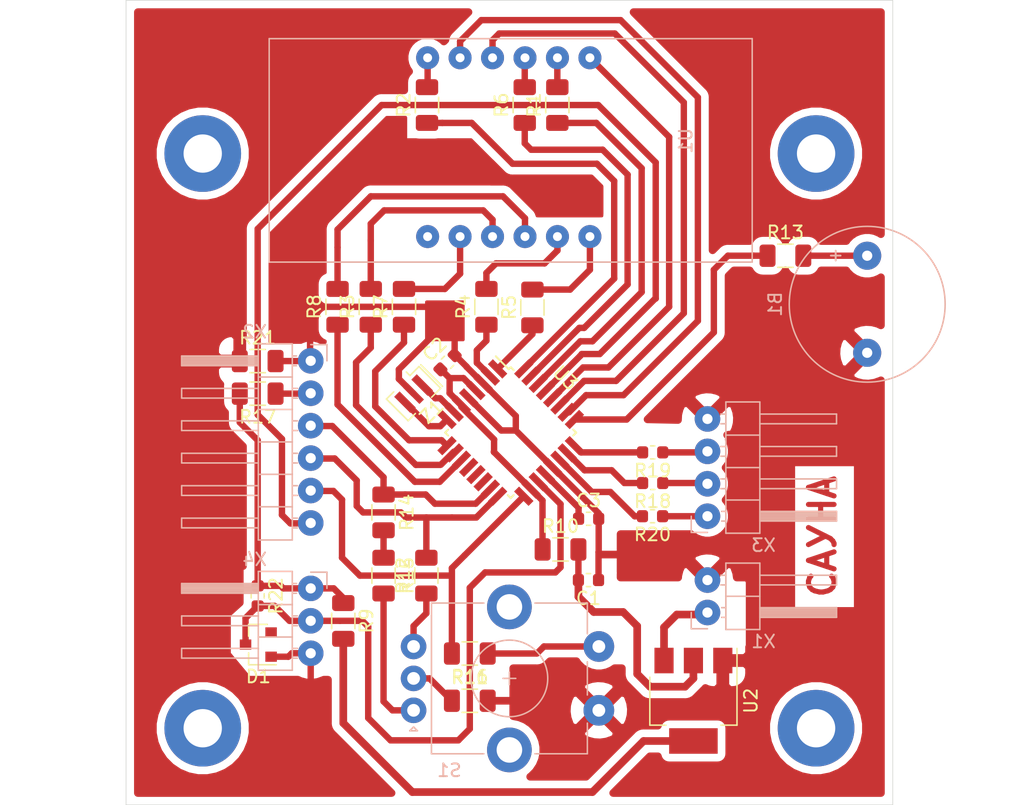
<source format=kicad_pcb>
(kicad_pcb (version 20171130) (host pcbnew 5.1.2-f72e74a~84~ubuntu18.04.1)

  (general
    (thickness 1.6)
    (drawings 32)
    (tracks 289)
    (zones 0)
    (modules 36)
    (nets 50)
  )

  (page A4)
  (layers
    (0 F.Cu signal hide)
    (31 B.Cu signal)
    (35 F.Paste user hide)
    (36 B.SilkS user hide)
    (37 F.SilkS user hide)
    (38 B.Mask user hide)
    (39 F.Mask user hide)
    (40 Dwgs.User user hide)
    (41 Cmts.User user hide)
    (44 Edge.Cuts user)
    (45 Margin user hide)
    (46 B.CrtYd user hide)
    (47 F.CrtYd user hide)
    (48 B.Fab user)
    (49 F.Fab user hide)
  )

  (setup
    (last_trace_width 0.5)
    (user_trace_width 0.4)
    (user_trace_width 0.6)
    (trace_clearance 0.4)
    (zone_clearance 0.6)
    (zone_45_only no)
    (trace_min 0.2)
    (via_size 0.8)
    (via_drill 0.4)
    (via_min_size 0.4)
    (via_min_drill 0.3)
    (uvia_size 0.3)
    (uvia_drill 0.1)
    (uvias_allowed no)
    (uvia_min_size 0.2)
    (uvia_min_drill 0.1)
    (edge_width 0.05)
    (segment_width 0.2)
    (pcb_text_width 0.3)
    (pcb_text_size 1.5 1.5)
    (mod_edge_width 0.12)
    (mod_text_size 1 1)
    (mod_text_width 0.15)
    (pad_size 1.8 1.8)
    (pad_drill 0.7)
    (pad_to_mask_clearance 0.051)
    (solder_mask_min_width 0.25)
    (aux_axis_origin 0 0)
    (visible_elements FFFFFF7F)
    (pcbplotparams
      (layerselection 0x00040_7ffffffe)
      (usegerberextensions false)
      (usegerberattributes false)
      (usegerberadvancedattributes false)
      (creategerberjobfile false)
      (excludeedgelayer true)
      (linewidth 0.100000)
      (plotframeref false)
      (viasonmask false)
      (mode 1)
      (useauxorigin false)
      (hpglpennumber 1)
      (hpglpenspeed 20)
      (hpglpendiameter 15.000000)
      (psnegative false)
      (psa4output false)
      (plotreference true)
      (plotvalue true)
      (plotinvisibletext false)
      (padsonsilk true)
      (subtractmaskfromsilk false)
      (outputformat 4)
      (mirror false)
      (drillshape 1)
      (scaleselection 1)
      (outputdirectory "PCB/"))
  )

  (net 0 "")
  (net 1 GND)
  (net 2 +5V)
  (net 3 "Net-(R1-Pad2)")
  (net 4 /A)
  (net 5 /B)
  (net 6 "Net-(R2-Pad2)")
  (net 7 /C)
  (net 8 "Net-(R3-Pad2)")
  (net 9 /D)
  (net 10 "Net-(R4-Pad2)")
  (net 11 "Net-(R5-Pad2)")
  (net 12 /E)
  (net 13 "Net-(R6-Pad2)")
  (net 14 /F)
  (net 15 /G)
  (net 16 "Net-(R7-Pad2)")
  (net 17 /DP)
  (net 18 "Net-(R8-Pad2)")
  (net 19 "Net-(R13-Pad1)")
  (net 20 "Net-(R14-Pad1)")
  (net 21 "Net-(R14-Pad2)")
  (net 22 "Net-(R15-Pad2)")
  (net 23 /C3)
  (net 24 /C2)
  (net 25 /C1)
  (net 26 "Net-(U2-Pad3)")
  (net 27 "Net-(U3-Pad7)")
  (net 28 "Net-(U3-Pad8)")
  (net 29 RST)
  (net 30 "Net-(B1-Pad1)")
  (net 31 "Net-(R11-Pad1)")
  (net 32 "Net-(U3-Pad12)")
  (net 33 "Net-(U3-Pad14)")
  (net 34 "Net-(R16-Pad2)")
  (net 35 "Net-(R16-Pad1)")
  (net 36 "Net-(R12-Pad2)")
  (net 37 "Net-(R17-Pad1)")
  (net 38 "Net-(R18-Pad2)")
  (net 39 "Net-(R18-Pad1)")
  (net 40 "Net-(R19-Pad2)")
  (net 41 "Net-(R19-Pad1)")
  (net 42 "Net-(D1-Pad2)")
  (net 43 "Net-(R12-Pad1)")
  (net 44 +5VD)
  (net 45 "Net-(C3-Pad1)")
  (net 46 +5VA)
  (net 47 "Net-(R20-Pad2)")
  (net 48 "Net-(R20-Pad1)")
  (net 49 /ERROR_FIXING_JUMPER_WIRE)

  (net_class Default "This is the default net class."
    (clearance 0.4)
    (trace_width 0.5)
    (via_dia 0.8)
    (via_drill 0.4)
    (uvia_dia 0.3)
    (uvia_drill 0.1)
    (add_net +5V)
    (add_net +5VA)
    (add_net +5VD)
    (add_net /A)
    (add_net /B)
    (add_net /C)
    (add_net /C1)
    (add_net /C2)
    (add_net /C3)
    (add_net /D)
    (add_net /DP)
    (add_net /E)
    (add_net /ERROR_FIXING_JUMPER_WIRE)
    (add_net /F)
    (add_net /G)
    (add_net GND)
    (add_net "Net-(B1-Pad1)")
    (add_net "Net-(C3-Pad1)")
    (add_net "Net-(D1-Pad2)")
    (add_net "Net-(R1-Pad2)")
    (add_net "Net-(R11-Pad1)")
    (add_net "Net-(R12-Pad1)")
    (add_net "Net-(R12-Pad2)")
    (add_net "Net-(R13-Pad1)")
    (add_net "Net-(R14-Pad1)")
    (add_net "Net-(R14-Pad2)")
    (add_net "Net-(R15-Pad2)")
    (add_net "Net-(R16-Pad1)")
    (add_net "Net-(R16-Pad2)")
    (add_net "Net-(R17-Pad1)")
    (add_net "Net-(R18-Pad1)")
    (add_net "Net-(R18-Pad2)")
    (add_net "Net-(R19-Pad1)")
    (add_net "Net-(R19-Pad2)")
    (add_net "Net-(R2-Pad2)")
    (add_net "Net-(R20-Pad1)")
    (add_net "Net-(R20-Pad2)")
    (add_net "Net-(R3-Pad2)")
    (add_net "Net-(R4-Pad2)")
    (add_net "Net-(R5-Pad2)")
    (add_net "Net-(R6-Pad2)")
    (add_net "Net-(R7-Pad2)")
    (add_net "Net-(R8-Pad2)")
    (add_net "Net-(U2-Pad3)")
    (add_net "Net-(U3-Pad12)")
    (add_net "Net-(U3-Pad14)")
    (add_net "Net-(U3-Pad7)")
    (add_net "Net-(U3-Pad8)")
    (add_net RST)
  )

  (module Crystal:Resonator_SMD_muRata_CSTxExxV-3Pin_3.0x1.1mm (layer F.Cu) (tedit 5EB5587A) (tstamp 5EB5C3BD)
    (at 108.25 84.8 225)
    (descr "SMD Resomator/Filter Murata CSTCE, https://www.murata.com/en-eu/products/productdata/8801162264606/SPEC-CSTNE16M0VH3C000R0.pdf")
    (tags "SMD SMT ceramic resonator filter")
    (path /5ED80218)
    (attr smd)
    (fp_text reference Z1 (at 0 -2 45) (layer F.SilkS)
      (effects (font (size 1 1) (thickness 0.15)))
    )
    (fp_text value "16 MHz" (at 0.565685 1.697056 45) (layer F.Fab)
      (effects (font (size 0.7 0.7) (thickness 0.15)))
    )
    (fp_text user %R (at 0.1 -0.05 45) (layer F.Fab)
      (effects (font (size 0.6 0.6) (thickness 0.08)))
    )
    (fp_line (start 1.8 1.2) (end 1 1.2) (layer F.SilkS) (width 0.12))
    (fp_line (start 1.8 -1.2) (end 1.8 0.8) (layer F.SilkS) (width 0.12))
    (fp_line (start 1 -1.2) (end 1.8 -1.2) (layer F.SilkS) (width 0.12))
    (fp_line (start -1.8 -1.2) (end -0.8 -1.2) (layer F.SilkS) (width 0.12))
    (fp_line (start -1.8 0.8) (end -1.8 -1.2) (layer F.SilkS) (width 0.12))
    (fp_line (start -0.8 1.2) (end -1.8 1.2) (layer F.SilkS) (width 0.12))
    (fp_line (start -0.8 1.2) (end -0.8 1.6) (layer F.SilkS) (width 0.12))
    (fp_line (start -2 -1.2) (end -2 0.8) (layer F.SilkS) (width 0.12))
    (fp_line (start 1.8 0.8) (end 1.8 1.2) (layer F.SilkS) (width 0.12))
    (fp_line (start -1.8 0.8) (end -1.8 1.2) (layer F.SilkS) (width 0.12))
    (fp_line (start -2 0.8) (end -2 1.2) (layer F.SilkS) (width 0.12))
    (fp_line (start 1.5 0.8) (end 1.5 -0.8) (layer F.Fab) (width 0.1))
    (fp_line (start 1.5 -0.8) (end -1.5 -0.8) (layer F.Fab) (width 0.1))
    (fp_line (start -1 0.8) (end -1.5 0.3) (layer F.Fab) (width 0.1))
    (fp_line (start -1 0.8) (end 1.5 0.8) (layer F.Fab) (width 0.1))
    (fp_line (start -1.5 0.3) (end -1.5 -0.8) (layer F.Fab) (width 0.1))
    (fp_line (start 1.75 1.2) (end -1.75 1.2) (layer F.CrtYd) (width 0.05))
    (fp_line (start -1.75 -1.2) (end 1.75 -1.2) (layer F.CrtYd) (width 0.05))
    (fp_line (start 1.75 -1.2) (end 1.75 1.2) (layer F.CrtYd) (width 0.05))
    (fp_line (start -1.75 1.2) (end -1.75 -1.2) (layer F.CrtYd) (width 0.05))
    (fp_poly (pts (xy -0.9 -0.9) (xy 0.9 -0.9) (xy 0.9 0.9) (xy -0.9 0.9)) (layer F.Mask) (width 0.0001))
    (pad 1 smd rect (at -0.95 0 225) (size 0.6 1.8) (layers F.Cu F.Paste F.Mask)
      (net 27 "Net-(U3-Pad7)"))
    (pad 2 smd rect (at 0 0 225) (size 0.5 1.8) (layers F.Cu F.Paste F.Mask)
      (net 1 GND))
    (pad 3 smd rect (at 0.95 0 225) (size 0.6 1.8) (layers F.Cu F.Paste F.Mask)
      (net 28 "Net-(U3-Pad8)"))
    (model ${KISYS3DMOD}/Crystal.3dshapes/Resonator_SMD_muRata_CSTxExxV-3Pin_3.0x1.1mm.wrl
      (at (xyz 0 0 0))
      (scale (xyz 1 1 1))
      (rotate (xyz 0 0 0))
    )
  )

  (module Package_TO_SOT_SMD:SOT-223-3_TabPin2 (layer F.Cu) (tedit 5A02FF57) (tstamp 5EB5C49B)
    (at 130.15 108.85 270)
    (descr "module CMS SOT223 4 pins")
    (tags "CMS SOT")
    (path /5D91F4A0)
    (attr smd)
    (fp_text reference U2 (at 0 -4.5 90) (layer F.SilkS)
      (effects (font (size 1 1) (thickness 0.15)))
    )
    (fp_text value LM1117-5.0 (at 0 4.5 90) (layer F.Fab)
      (effects (font (size 1 1) (thickness 0.15)))
    )
    (fp_text user %R (at 0 0) (layer F.Fab)
      (effects (font (size 0.8 0.8) (thickness 0.12)))
    )
    (fp_line (start 1.91 3.41) (end 1.91 2.15) (layer F.SilkS) (width 0.12))
    (fp_line (start 1.91 -3.41) (end 1.91 -2.15) (layer F.SilkS) (width 0.12))
    (fp_line (start 4.4 -3.6) (end -4.4 -3.6) (layer F.CrtYd) (width 0.05))
    (fp_line (start 4.4 3.6) (end 4.4 -3.6) (layer F.CrtYd) (width 0.05))
    (fp_line (start -4.4 3.6) (end 4.4 3.6) (layer F.CrtYd) (width 0.05))
    (fp_line (start -4.4 -3.6) (end -4.4 3.6) (layer F.CrtYd) (width 0.05))
    (fp_line (start -1.85 -2.35) (end -0.85 -3.35) (layer F.Fab) (width 0.1))
    (fp_line (start -1.85 -2.35) (end -1.85 3.35) (layer F.Fab) (width 0.1))
    (fp_line (start -1.85 3.41) (end 1.91 3.41) (layer F.SilkS) (width 0.12))
    (fp_line (start -0.85 -3.35) (end 1.85 -3.35) (layer F.Fab) (width 0.1))
    (fp_line (start -4.1 -3.41) (end 1.91 -3.41) (layer F.SilkS) (width 0.12))
    (fp_line (start -1.85 3.35) (end 1.85 3.35) (layer F.Fab) (width 0.1))
    (fp_line (start 1.85 -3.35) (end 1.85 3.35) (layer F.Fab) (width 0.1))
    (pad 2 smd rect (at 3.15 0 270) (size 2 3.8) (layers F.Cu F.Paste F.Mask)
      (net 2 +5V))
    (pad 2 smd rect (at -3.15 0 270) (size 2 1.5) (layers F.Cu F.Paste F.Mask)
      (net 2 +5V))
    (pad 3 smd rect (at -3.15 2.3 270) (size 2 1.5) (layers F.Cu F.Paste F.Mask)
      (net 26 "Net-(U2-Pad3)"))
    (pad 1 smd rect (at -3.15 -2.3 270) (size 2 1.5) (layers F.Cu F.Paste F.Mask)
      (net 1 GND))
    (model ${KISYS3DMOD}/Package_TO_SOT_SMD.3dshapes/SOT-223.wrl
      (at (xyz 0 0 0))
      (scale (xyz 1 1 1))
      (rotate (xyz 0 0 0))
    )
  )

  (module Buzzer_Beeper:Buzzer_12x9.5RM7.6 (layer B.Cu) (tedit 5EB441FC) (tstamp 5EB5CEE2)
    (at 143.75 74 270)
    (descr "Generic Buzzer, D12mm height 9.5mm with RM7.6mm")
    (tags buzzer)
    (path /5ED5914C)
    (fp_text reference B1 (at 3.8 7.2 90) (layer B.SilkS)
      (effects (font (size 1 1) (thickness 0.15)) (justify mirror))
    )
    (fp_text value BUZZER (at 4 -8.2 270) (layer B.Fab)
      (effects (font (size 1.5 1.5) (thickness 0.2)) (justify mirror))
    )
    (fp_text user + (at -0.01 2.54 90) (layer B.Fab)
      (effects (font (size 1 1) (thickness 0.15)) (justify mirror))
    )
    (fp_text user + (at -0.01 2.54 90) (layer B.SilkS)
      (effects (font (size 1 1) (thickness 0.15)) (justify mirror))
    )
    (fp_text user %R (at 3.75 3.75 180) (layer B.Fab)
      (effects (font (size 1 1) (thickness 0.15)) (justify mirror))
    )
    (fp_circle (center 3.8 0) (end 10.05 0) (layer B.CrtYd) (width 0.05))
    (fp_circle (center 3.8 0) (end 9.8 0) (layer B.Fab) (width 0.1))
    (fp_circle (center 3.8 0) (end 4.8 0) (layer B.Fab) (width 0.1))
    (fp_circle (center 3.8 0) (end 9.9 0) (layer B.SilkS) (width 0.12))
    (pad 1 thru_hole circle (at 0 0 270) (size 2.2 2.2) (drill 0.8) (layers *.Cu *.Mask)
      (net 30 "Net-(B1-Pad1)"))
    (pad 2 thru_hole circle (at 7.6 0 270) (size 2.2 2.2) (drill 0.8) (layers *.Cu *.Mask)
      (net 1 GND))
    (model ${KISYS3DMOD}/Buzzer_Beeper.3dshapes/Buzzer_12x9.5RM7.6.wrl
      (at (xyz 0 0 0))
      (scale (xyz 1 1 1))
      (rotate (xyz 0 0 0))
    )
  )

  (module Capacitor_SMD:C_0603_1608Metric (layer F.Cu) (tedit 5B301BBE) (tstamp 5EB5CE41)
    (at 110.906847 82.343153 45)
    (descr "Capacitor SMD 0603 (1608 Metric), square (rectangular) end terminal, IPC_7351 nominal, (Body size source: http://www.tortai-tech.com/upload/download/2011102023233369053.pdf), generated with kicad-footprint-generator")
    (tags capacitor)
    (path /5EA3D509)
    (attr smd)
    (fp_text reference C2 (at 0 -1.43 45) (layer F.SilkS)
      (effects (font (size 1 1) (thickness 0.15)))
    )
    (fp_text value 10u (at 0.485292 -1.555635 45) (layer F.Fab)
      (effects (font (size 1 1) (thickness 0.15)))
    )
    (fp_text user %R (at 0 0 45) (layer F.Fab)
      (effects (font (size 0.4 0.4) (thickness 0.06)))
    )
    (fp_line (start 1.48 0.73) (end -1.48 0.73) (layer F.CrtYd) (width 0.05))
    (fp_line (start 1.48 -0.73) (end 1.48 0.73) (layer F.CrtYd) (width 0.05))
    (fp_line (start -1.48 -0.73) (end 1.48 -0.73) (layer F.CrtYd) (width 0.05))
    (fp_line (start -1.48 0.73) (end -1.48 -0.73) (layer F.CrtYd) (width 0.05))
    (fp_line (start -0.162779 0.51) (end 0.162779 0.51) (layer F.SilkS) (width 0.12))
    (fp_line (start -0.162779 -0.51) (end 0.162779 -0.51) (layer F.SilkS) (width 0.12))
    (fp_line (start 0.8 0.4) (end -0.8 0.4) (layer F.Fab) (width 0.1))
    (fp_line (start 0.8 -0.4) (end 0.8 0.4) (layer F.Fab) (width 0.1))
    (fp_line (start -0.8 -0.4) (end 0.8 -0.4) (layer F.Fab) (width 0.1))
    (fp_line (start -0.8 0.4) (end -0.8 -0.4) (layer F.Fab) (width 0.1))
    (pad 2 smd roundrect (at 0.7875 0 45) (size 0.875 0.95) (layers F.Cu F.Paste F.Mask) (roundrect_rratio 0.25)
      (net 1 GND))
    (pad 1 smd roundrect (at -0.7875 0 45) (size 0.875 0.95) (layers F.Cu F.Paste F.Mask) (roundrect_rratio 0.25)
      (net 44 +5VD))
    (model ${KISYS3DMOD}/Capacitor_SMD.3dshapes/C_0603_1608Metric.wrl
      (at (xyz 0 0 0))
      (scale (xyz 1 1 1))
      (rotate (xyz 0 0 0))
    )
  )

  (module Capacitor_SMD:C_0603_1608Metric (layer F.Cu) (tedit 5B301BBE) (tstamp 5EB5C78A)
    (at 121.95 94.6)
    (descr "Capacitor SMD 0603 (1608 Metric), square (rectangular) end terminal, IPC_7351 nominal, (Body size source: http://www.tortai-tech.com/upload/download/2011102023233369053.pdf), generated with kicad-footprint-generator")
    (tags capacitor)
    (path /5E801CA1)
    (attr smd)
    (fp_text reference C3 (at 0 -1.43) (layer F.SilkS)
      (effects (font (size 1 1) (thickness 0.15)))
    )
    (fp_text value 0.1 (at 0.1 -1.1) (layer F.Fab)
      (effects (font (size 1 1) (thickness 0.15)))
    )
    (fp_line (start -0.8 0.4) (end -0.8 -0.4) (layer F.Fab) (width 0.1))
    (fp_line (start -0.8 -0.4) (end 0.8 -0.4) (layer F.Fab) (width 0.1))
    (fp_line (start 0.8 -0.4) (end 0.8 0.4) (layer F.Fab) (width 0.1))
    (fp_line (start 0.8 0.4) (end -0.8 0.4) (layer F.Fab) (width 0.1))
    (fp_line (start -0.162779 -0.51) (end 0.162779 -0.51) (layer F.SilkS) (width 0.12))
    (fp_line (start -0.162779 0.51) (end 0.162779 0.51) (layer F.SilkS) (width 0.12))
    (fp_line (start -1.48 0.73) (end -1.48 -0.73) (layer F.CrtYd) (width 0.05))
    (fp_line (start -1.48 -0.73) (end 1.48 -0.73) (layer F.CrtYd) (width 0.05))
    (fp_line (start 1.48 -0.73) (end 1.48 0.73) (layer F.CrtYd) (width 0.05))
    (fp_line (start 1.48 0.73) (end -1.48 0.73) (layer F.CrtYd) (width 0.05))
    (fp_text user %R (at 0 0) (layer F.Fab)
      (effects (font (size 0.4 0.4) (thickness 0.06)))
    )
    (pad 1 smd roundrect (at -0.7875 0) (size 0.875 0.95) (layers F.Cu F.Paste F.Mask) (roundrect_rratio 0.25)
      (net 45 "Net-(C3-Pad1)"))
    (pad 2 smd roundrect (at 0.7875 0) (size 0.875 0.95) (layers F.Cu F.Paste F.Mask) (roundrect_rratio 0.25)
      (net 1 GND))
    (model ${KISYS3DMOD}/Capacitor_SMD.3dshapes/C_0603_1608Metric.wrl
      (at (xyz 0 0 0))
      (scale (xyz 1 1 1))
      (rotate (xyz 0 0 0))
    )
  )

  (module Capacitor_SMD:C_0603_1608Metric (layer F.Cu) (tedit 5B301BBE) (tstamp 5EB5C75A)
    (at 121.9375 99.4 180)
    (descr "Capacitor SMD 0603 (1608 Metric), square (rectangular) end terminal, IPC_7351 nominal, (Body size source: http://www.tortai-tech.com/upload/download/2011102023233369053.pdf), generated with kicad-footprint-generator")
    (tags capacitor)
    (path /5EA5915F)
    (attr smd)
    (fp_text reference C1 (at 0 -1.43) (layer F.SilkS)
      (effects (font (size 1 1) (thickness 0.15)))
    )
    (fp_text value 0.1 (at -0.9125 1.1) (layer F.Fab)
      (effects (font (size 1 1) (thickness 0.15)))
    )
    (fp_line (start -0.8 0.4) (end -0.8 -0.4) (layer F.Fab) (width 0.1))
    (fp_line (start -0.8 -0.4) (end 0.8 -0.4) (layer F.Fab) (width 0.1))
    (fp_line (start 0.8 -0.4) (end 0.8 0.4) (layer F.Fab) (width 0.1))
    (fp_line (start 0.8 0.4) (end -0.8 0.4) (layer F.Fab) (width 0.1))
    (fp_line (start -0.162779 -0.51) (end 0.162779 -0.51) (layer F.SilkS) (width 0.12))
    (fp_line (start -0.162779 0.51) (end 0.162779 0.51) (layer F.SilkS) (width 0.12))
    (fp_line (start -1.48 0.73) (end -1.48 -0.73) (layer F.CrtYd) (width 0.05))
    (fp_line (start -1.48 -0.73) (end 1.48 -0.73) (layer F.CrtYd) (width 0.05))
    (fp_line (start 1.48 -0.73) (end 1.48 0.73) (layer F.CrtYd) (width 0.05))
    (fp_line (start 1.48 0.73) (end -1.48 0.73) (layer F.CrtYd) (width 0.05))
    (fp_text user %R (at 0 0) (layer F.Fab)
      (effects (font (size 0.4 0.4) (thickness 0.06)))
    )
    (pad 1 smd roundrect (at -0.7875 0 180) (size 0.875 0.95) (layers F.Cu F.Paste F.Mask) (roundrect_rratio 0.25)
      (net 1 GND))
    (pad 2 smd roundrect (at 0.7875 0 180) (size 0.875 0.95) (layers F.Cu F.Paste F.Mask) (roundrect_rratio 0.25)
      (net 2 +5V))
    (model ${KISYS3DMOD}/Capacitor_SMD.3dshapes/C_0603_1608Metric.wrl
      (at (xyz 0 0 0))
      (scale (xyz 1 1 1))
      (rotate (xyz 0 0 0))
    )
  )

  (module Diode_SMD:D_SOT-23_ANK (layer F.Cu) (tedit 587CCEF9) (tstamp 5EB5C8FE)
    (at 96.1 104.45 180)
    (descr "SOT-23, Single Diode")
    (tags SOT-23)
    (path /5ED7278C)
    (attr smd)
    (fp_text reference D1 (at 0 -2.5) (layer F.SilkS)
      (effects (font (size 1 1) (thickness 0.15)))
    )
    (fp_text value BZX84C6V2 (at -0.45 -2.75) (layer F.Fab)
      (effects (font (size 1 1) (thickness 0.15)))
    )
    (fp_text user %R (at 1.85 -1.05) (layer F.Fab)
      (effects (font (size 1 1) (thickness 0.15)))
    )
    (fp_line (start -0.15 -0.45) (end -0.4 -0.45) (layer F.Fab) (width 0.1))
    (fp_line (start -0.15 -0.25) (end 0.15 -0.45) (layer F.Fab) (width 0.1))
    (fp_line (start -0.15 -0.65) (end -0.15 -0.25) (layer F.Fab) (width 0.1))
    (fp_line (start 0.15 -0.45) (end -0.15 -0.65) (layer F.Fab) (width 0.1))
    (fp_line (start 0.15 -0.45) (end 0.4 -0.45) (layer F.Fab) (width 0.1))
    (fp_line (start 0.15 -0.65) (end 0.15 -0.25) (layer F.Fab) (width 0.1))
    (fp_line (start 0.76 1.58) (end 0.76 0.65) (layer F.SilkS) (width 0.12))
    (fp_line (start 0.76 -1.58) (end 0.76 -0.65) (layer F.SilkS) (width 0.12))
    (fp_line (start 0.7 -1.52) (end 0.7 1.52) (layer F.Fab) (width 0.1))
    (fp_line (start -0.7 1.52) (end 0.7 1.52) (layer F.Fab) (width 0.1))
    (fp_line (start -1.7 -1.75) (end 1.7 -1.75) (layer F.CrtYd) (width 0.05))
    (fp_line (start 1.7 -1.75) (end 1.7 1.75) (layer F.CrtYd) (width 0.05))
    (fp_line (start 1.7 1.75) (end -1.7 1.75) (layer F.CrtYd) (width 0.05))
    (fp_line (start -1.7 1.75) (end -1.7 -1.75) (layer F.CrtYd) (width 0.05))
    (fp_line (start 0.76 -1.58) (end -1.4 -1.58) (layer F.SilkS) (width 0.12))
    (fp_line (start -0.7 -1.52) (end 0.7 -1.52) (layer F.Fab) (width 0.1))
    (fp_line (start -0.7 -1.52) (end -0.7 1.52) (layer F.Fab) (width 0.1))
    (fp_line (start 0.76 1.58) (end -0.7 1.58) (layer F.SilkS) (width 0.12))
    (pad 2 smd rect (at -1 -0.95 180) (size 0.9 0.8) (layers F.Cu F.Paste F.Mask)
      (net 42 "Net-(D1-Pad2)"))
    (pad "" smd rect (at -1 0.95 180) (size 0.9 0.8) (layers F.Cu F.Paste F.Mask))
    (pad 1 smd rect (at 1 0 180) (size 0.9 0.8) (layers F.Cu F.Paste F.Mask)
      (net 49 /ERROR_FIXING_JUMPER_WIRE))
    (model ${KISYS3DMOD}/Diode_SMD.3dshapes/D_SOT-23.wrl
      (at (xyz 0 0 0))
      (scale (xyz 1 1 1))
      (rotate (xyz 0 0 0))
    )
  )

  (module Connector_PinHeader_2.54mm:PinHeader_1x03_P2.54mm_Horizontal (layer B.Cu) (tedit 5EB45E66) (tstamp 5EB5CA8F)
    (at 100.2 100.05 180)
    (descr "Through hole angled pin header, 1x03, 2.54mm pitch, 6mm pin length, single row")
    (tags "Through hole angled pin header THT 1x03 2.54mm single row")
    (path /5EBFC250)
    (fp_text reference X4 (at 4.385 2.27) (layer B.SilkS)
      (effects (font (size 1 1) (thickness 0.15)) (justify mirror))
    )
    (fp_text value SENSORS (at 12.3 -2.5 90) (layer B.Fab)
      (effects (font (size 1.5 1.5) (thickness 0.2)) (justify mirror))
    )
    (fp_line (start 2.135 1.27) (end 4.04 1.27) (layer B.Fab) (width 0.1))
    (fp_line (start 4.04 1.27) (end 4.04 -6.35) (layer B.Fab) (width 0.1))
    (fp_line (start 4.04 -6.35) (end 1.5 -6.35) (layer B.Fab) (width 0.1))
    (fp_line (start 1.5 -6.35) (end 1.5 0.635) (layer B.Fab) (width 0.1))
    (fp_line (start 1.5 0.635) (end 2.135 1.27) (layer B.Fab) (width 0.1))
    (fp_line (start -0.32 0.32) (end 1.5 0.32) (layer B.Fab) (width 0.1))
    (fp_line (start -0.32 0.32) (end -0.32 -0.32) (layer B.Fab) (width 0.1))
    (fp_line (start -0.32 -0.32) (end 1.5 -0.32) (layer B.Fab) (width 0.1))
    (fp_line (start 4.04 0.32) (end 10.04 0.32) (layer B.Fab) (width 0.1))
    (fp_line (start 10.04 0.32) (end 10.04 -0.32) (layer B.Fab) (width 0.1))
    (fp_line (start 4.04 -0.32) (end 10.04 -0.32) (layer B.Fab) (width 0.1))
    (fp_line (start -0.32 -2.22) (end 1.5 -2.22) (layer B.Fab) (width 0.1))
    (fp_line (start -0.32 -2.22) (end -0.32 -2.86) (layer B.Fab) (width 0.1))
    (fp_line (start -0.32 -2.86) (end 1.5 -2.86) (layer B.Fab) (width 0.1))
    (fp_line (start 4.04 -2.22) (end 10.04 -2.22) (layer B.Fab) (width 0.1))
    (fp_line (start 10.04 -2.22) (end 10.04 -2.86) (layer B.Fab) (width 0.1))
    (fp_line (start 4.04 -2.86) (end 10.04 -2.86) (layer B.Fab) (width 0.1))
    (fp_line (start -0.32 -4.76) (end 1.5 -4.76) (layer B.Fab) (width 0.1))
    (fp_line (start -0.32 -4.76) (end -0.32 -5.4) (layer B.Fab) (width 0.1))
    (fp_line (start -0.32 -5.4) (end 1.5 -5.4) (layer B.Fab) (width 0.1))
    (fp_line (start 4.04 -4.76) (end 10.04 -4.76) (layer B.Fab) (width 0.1))
    (fp_line (start 10.04 -4.76) (end 10.04 -5.4) (layer B.Fab) (width 0.1))
    (fp_line (start 4.04 -5.4) (end 10.04 -5.4) (layer B.Fab) (width 0.1))
    (fp_line (start 1.44 1.33) (end 1.44 -6.41) (layer B.SilkS) (width 0.12))
    (fp_line (start 1.44 -6.41) (end 4.1 -6.41) (layer B.SilkS) (width 0.12))
    (fp_line (start 4.1 -6.41) (end 4.1 1.33) (layer B.SilkS) (width 0.12))
    (fp_line (start 4.1 1.33) (end 1.44 1.33) (layer B.SilkS) (width 0.12))
    (fp_line (start 4.1 0.38) (end 10.1 0.38) (layer B.SilkS) (width 0.12))
    (fp_line (start 10.1 0.38) (end 10.1 -0.38) (layer B.SilkS) (width 0.12))
    (fp_line (start 10.1 -0.38) (end 4.1 -0.38) (layer B.SilkS) (width 0.12))
    (fp_line (start 4.1 0.32) (end 10.1 0.32) (layer B.SilkS) (width 0.12))
    (fp_line (start 4.1 0.2) (end 10.1 0.2) (layer B.SilkS) (width 0.12))
    (fp_line (start 4.1 0.08) (end 10.1 0.08) (layer B.SilkS) (width 0.12))
    (fp_line (start 4.1 -0.04) (end 10.1 -0.04) (layer B.SilkS) (width 0.12))
    (fp_line (start 4.1 -0.16) (end 10.1 -0.16) (layer B.SilkS) (width 0.12))
    (fp_line (start 4.1 -0.28) (end 10.1 -0.28) (layer B.SilkS) (width 0.12))
    (fp_line (start 1.11 0.38) (end 1.44 0.38) (layer B.SilkS) (width 0.12))
    (fp_line (start 1.11 -0.38) (end 1.44 -0.38) (layer B.SilkS) (width 0.12))
    (fp_line (start 1.44 -1.27) (end 4.1 -1.27) (layer B.SilkS) (width 0.12))
    (fp_line (start 4.1 -2.16) (end 10.1 -2.16) (layer B.SilkS) (width 0.12))
    (fp_line (start 10.1 -2.16) (end 10.1 -2.92) (layer B.SilkS) (width 0.12))
    (fp_line (start 10.1 -2.92) (end 4.1 -2.92) (layer B.SilkS) (width 0.12))
    (fp_line (start 1.042929 -2.16) (end 1.44 -2.16) (layer B.SilkS) (width 0.12))
    (fp_line (start 1.042929 -2.92) (end 1.44 -2.92) (layer B.SilkS) (width 0.12))
    (fp_line (start 1.44 -3.81) (end 4.1 -3.81) (layer B.SilkS) (width 0.12))
    (fp_line (start 4.1 -4.7) (end 10.1 -4.7) (layer B.SilkS) (width 0.12))
    (fp_line (start 10.1 -4.7) (end 10.1 -5.46) (layer B.SilkS) (width 0.12))
    (fp_line (start 10.1 -5.46) (end 4.1 -5.46) (layer B.SilkS) (width 0.12))
    (fp_line (start 1.042929 -4.7) (end 1.44 -4.7) (layer B.SilkS) (width 0.12))
    (fp_line (start 1.042929 -5.46) (end 1.44 -5.46) (layer B.SilkS) (width 0.12))
    (fp_line (start -1.27 0) (end -1.27 1.27) (layer B.SilkS) (width 0.12))
    (fp_line (start -1.27 1.27) (end 0 1.27) (layer B.SilkS) (width 0.12))
    (fp_line (start -1.8 1.8) (end -1.8 -6.85) (layer B.CrtYd) (width 0.05))
    (fp_line (start -1.8 -6.85) (end 10.55 -6.85) (layer B.CrtYd) (width 0.05))
    (fp_line (start 10.55 -6.85) (end 10.55 1.8) (layer B.CrtYd) (width 0.05))
    (fp_line (start 10.55 1.8) (end -1.8 1.8) (layer B.CrtYd) (width 0.05))
    (fp_text user %R (at 2.77 -2.54 270) (layer B.Fab)
      (effects (font (size 1 1) (thickness 0.15)) (justify mirror))
    )
    (pad 1 thru_hole circle (at 0 0 180) (size 2 2) (drill 0.8) (layers *.Cu *.Mask)
      (net 46 +5VA))
    (pad 2 thru_hole circle (at 0 -2.54 180) (size 2 2) (drill 0.8) (layers *.Cu *.Mask)
      (net 49 /ERROR_FIXING_JUMPER_WIRE))
    (pad 3 thru_hole circle (at 0 -5.08 180) (size 2 2) (drill 0.8) (layers *.Cu *.Mask)
      (net 42 "Net-(D1-Pad2)"))
    (model ${KISYS3DMOD}/Connector_PinHeader_2.54mm.3dshapes/PinHeader_1x03_P2.54mm_Horizontal.wrl
      (at (xyz 0 0 0))
      (scale (xyz 1 1 1))
      (rotate (xyz 0 0 0))
    )
  )

  (module Connector_PinHeader_2.54mm:PinHeader_1x04_P2.54mm_Horizontal (layer B.Cu) (tedit 5EB460AF) (tstamp 5EB5CB5C)
    (at 131.25 94.4)
    (descr "Through hole angled pin header, 1x04, 2.54mm pitch, 6mm pin length, single row")
    (tags "Through hole angled pin header THT 1x04 2.54mm single row")
    (path /5EB9D97C)
    (fp_text reference X3 (at 4.385 2.27) (layer B.SilkS)
      (effects (font (size 1 1) (thickness 0.15)) (justify mirror))
    )
    (fp_text value OUTPUT (at 12.3 -3.95 270) (layer B.Fab)
      (effects (font (size 1.5 1.5) (thickness 0.2)) (justify mirror))
    )
    (fp_line (start 2.135 1.27) (end 4.04 1.27) (layer B.Fab) (width 0.1))
    (fp_line (start 4.04 1.27) (end 4.04 -8.89) (layer B.Fab) (width 0.1))
    (fp_line (start 4.04 -8.89) (end 1.5 -8.89) (layer B.Fab) (width 0.1))
    (fp_line (start 1.5 -8.89) (end 1.5 0.635) (layer B.Fab) (width 0.1))
    (fp_line (start 1.5 0.635) (end 2.135 1.27) (layer B.Fab) (width 0.1))
    (fp_line (start -0.32 0.32) (end 1.5 0.32) (layer B.Fab) (width 0.1))
    (fp_line (start -0.32 0.32) (end -0.32 -0.32) (layer B.Fab) (width 0.1))
    (fp_line (start -0.32 -0.32) (end 1.5 -0.32) (layer B.Fab) (width 0.1))
    (fp_line (start 4.04 0.32) (end 10.04 0.32) (layer B.Fab) (width 0.1))
    (fp_line (start 10.04 0.32) (end 10.04 -0.32) (layer B.Fab) (width 0.1))
    (fp_line (start 4.04 -0.32) (end 10.04 -0.32) (layer B.Fab) (width 0.1))
    (fp_line (start -0.32 -2.22) (end 1.5 -2.22) (layer B.Fab) (width 0.1))
    (fp_line (start -0.32 -2.22) (end -0.32 -2.86) (layer B.Fab) (width 0.1))
    (fp_line (start -0.32 -2.86) (end 1.5 -2.86) (layer B.Fab) (width 0.1))
    (fp_line (start 4.04 -2.22) (end 10.04 -2.22) (layer B.Fab) (width 0.1))
    (fp_line (start 10.04 -2.22) (end 10.04 -2.86) (layer B.Fab) (width 0.1))
    (fp_line (start 4.04 -2.86) (end 10.04 -2.86) (layer B.Fab) (width 0.1))
    (fp_line (start -0.32 -4.76) (end 1.5 -4.76) (layer B.Fab) (width 0.1))
    (fp_line (start -0.32 -4.76) (end -0.32 -5.4) (layer B.Fab) (width 0.1))
    (fp_line (start -0.32 -5.4) (end 1.5 -5.4) (layer B.Fab) (width 0.1))
    (fp_line (start 4.04 -4.76) (end 10.04 -4.76) (layer B.Fab) (width 0.1))
    (fp_line (start 10.04 -4.76) (end 10.04 -5.4) (layer B.Fab) (width 0.1))
    (fp_line (start 4.04 -5.4) (end 10.04 -5.4) (layer B.Fab) (width 0.1))
    (fp_line (start -0.32 -7.3) (end 1.5 -7.3) (layer B.Fab) (width 0.1))
    (fp_line (start -0.32 -7.3) (end -0.32 -7.94) (layer B.Fab) (width 0.1))
    (fp_line (start -0.32 -7.94) (end 1.5 -7.94) (layer B.Fab) (width 0.1))
    (fp_line (start 4.04 -7.3) (end 10.04 -7.3) (layer B.Fab) (width 0.1))
    (fp_line (start 10.04 -7.3) (end 10.04 -7.94) (layer B.Fab) (width 0.1))
    (fp_line (start 4.04 -7.94) (end 10.04 -7.94) (layer B.Fab) (width 0.1))
    (fp_line (start 1.44 1.33) (end 1.44 -8.95) (layer B.SilkS) (width 0.12))
    (fp_line (start 1.44 -8.95) (end 4.1 -8.95) (layer B.SilkS) (width 0.12))
    (fp_line (start 4.1 -8.95) (end 4.1 1.33) (layer B.SilkS) (width 0.12))
    (fp_line (start 4.1 1.33) (end 1.44 1.33) (layer B.SilkS) (width 0.12))
    (fp_line (start 4.1 0.38) (end 10.1 0.38) (layer B.SilkS) (width 0.12))
    (fp_line (start 10.1 0.38) (end 10.1 -0.38) (layer B.SilkS) (width 0.12))
    (fp_line (start 10.1 -0.38) (end 4.1 -0.38) (layer B.SilkS) (width 0.12))
    (fp_line (start 4.1 0.32) (end 10.1 0.32) (layer B.SilkS) (width 0.12))
    (fp_line (start 4.1 0.2) (end 10.1 0.2) (layer B.SilkS) (width 0.12))
    (fp_line (start 4.1 0.08) (end 10.1 0.08) (layer B.SilkS) (width 0.12))
    (fp_line (start 4.1 -0.04) (end 10.1 -0.04) (layer B.SilkS) (width 0.12))
    (fp_line (start 4.1 -0.16) (end 10.1 -0.16) (layer B.SilkS) (width 0.12))
    (fp_line (start 4.1 -0.28) (end 10.1 -0.28) (layer B.SilkS) (width 0.12))
    (fp_line (start 1.11 0.38) (end 1.44 0.38) (layer B.SilkS) (width 0.12))
    (fp_line (start 1.11 -0.38) (end 1.44 -0.38) (layer B.SilkS) (width 0.12))
    (fp_line (start 1.44 -1.27) (end 4.1 -1.27) (layer B.SilkS) (width 0.12))
    (fp_line (start 4.1 -2.16) (end 10.1 -2.16) (layer B.SilkS) (width 0.12))
    (fp_line (start 10.1 -2.16) (end 10.1 -2.92) (layer B.SilkS) (width 0.12))
    (fp_line (start 10.1 -2.92) (end 4.1 -2.92) (layer B.SilkS) (width 0.12))
    (fp_line (start 1.042929 -2.16) (end 1.44 -2.16) (layer B.SilkS) (width 0.12))
    (fp_line (start 1.042929 -2.92) (end 1.44 -2.92) (layer B.SilkS) (width 0.12))
    (fp_line (start 1.44 -3.81) (end 4.1 -3.81) (layer B.SilkS) (width 0.12))
    (fp_line (start 4.1 -4.7) (end 10.1 -4.7) (layer B.SilkS) (width 0.12))
    (fp_line (start 10.1 -4.7) (end 10.1 -5.46) (layer B.SilkS) (width 0.12))
    (fp_line (start 10.1 -5.46) (end 4.1 -5.46) (layer B.SilkS) (width 0.12))
    (fp_line (start 1.042929 -4.7) (end 1.44 -4.7) (layer B.SilkS) (width 0.12))
    (fp_line (start 1.042929 -5.46) (end 1.44 -5.46) (layer B.SilkS) (width 0.12))
    (fp_line (start 1.44 -6.35) (end 4.1 -6.35) (layer B.SilkS) (width 0.12))
    (fp_line (start 4.1 -7.24) (end 10.1 -7.24) (layer B.SilkS) (width 0.12))
    (fp_line (start 10.1 -7.24) (end 10.1 -8) (layer B.SilkS) (width 0.12))
    (fp_line (start 10.1 -8) (end 4.1 -8) (layer B.SilkS) (width 0.12))
    (fp_line (start 1.042929 -7.24) (end 1.44 -7.24) (layer B.SilkS) (width 0.12))
    (fp_line (start 1.042929 -8) (end 1.44 -8) (layer B.SilkS) (width 0.12))
    (fp_line (start -1.27 0) (end -1.27 1.27) (layer B.SilkS) (width 0.12))
    (fp_line (start -1.27 1.27) (end 0 1.27) (layer B.SilkS) (width 0.12))
    (fp_line (start -1.8 1.8) (end -1.8 -9.4) (layer B.CrtYd) (width 0.05))
    (fp_line (start -1.8 -9.4) (end 10.55 -9.4) (layer B.CrtYd) (width 0.05))
    (fp_line (start 10.55 -9.4) (end 10.55 1.8) (layer B.CrtYd) (width 0.05))
    (fp_line (start 10.55 1.8) (end -1.8 1.8) (layer B.CrtYd) (width 0.05))
    (fp_text user %R (at 2.85 -3.75 90) (layer B.Fab)
      (effects (font (size 1 1) (thickness 0.15)) (justify mirror))
    )
    (pad 1 thru_hole circle (at 0 0) (size 2 2) (drill 0.8) (layers *.Cu *.Mask)
      (net 48 "Net-(R20-Pad1)"))
    (pad 2 thru_hole circle (at 0 -2.54) (size 2 2) (drill 0.8) (layers *.Cu *.Mask)
      (net 39 "Net-(R18-Pad1)"))
    (pad 3 thru_hole circle (at 0 -5.08) (size 2 2) (drill 0.8) (layers *.Cu *.Mask)
      (net 41 "Net-(R19-Pad1)"))
    (pad 4 thru_hole circle (at 0 -7.62) (size 2 2) (drill 0.8) (layers *.Cu *.Mask)
      (net 1 GND))
    (model ${KISYS3DMOD}/Connector_PinHeader_2.54mm.3dshapes/PinHeader_1x04_P2.54mm_Horizontal.wrl
      (at (xyz 0 0 0))
      (scale (xyz 1 1 1))
      (rotate (xyz 0 0 0))
    )
  )

  (module Resistor_SMD:R_0603_1608Metric (layer F.Cu) (tedit 5B301BBD) (tstamp 5EB5C466)
    (at 126.9625 91.8 180)
    (descr "Resistor SMD 0603 (1608 Metric), square (rectangular) end terminal, IPC_7351 nominal, (Body size source: http://www.tortai-tech.com/upload/download/2011102023233369053.pdf), generated with kicad-footprint-generator")
    (tags resistor)
    (path /5EBE09F1)
    (attr smd)
    (fp_text reference R18 (at 0 -1.43) (layer F.SilkS)
      (effects (font (size 1 1) (thickness 0.15)))
    )
    (fp_text value 200 (at 0.0125 1.1) (layer F.Fab)
      (effects (font (size 1 1) (thickness 0.15)))
    )
    (fp_line (start -0.8 0.4) (end -0.8 -0.4) (layer F.Fab) (width 0.1))
    (fp_line (start -0.8 -0.4) (end 0.8 -0.4) (layer F.Fab) (width 0.1))
    (fp_line (start 0.8 -0.4) (end 0.8 0.4) (layer F.Fab) (width 0.1))
    (fp_line (start 0.8 0.4) (end -0.8 0.4) (layer F.Fab) (width 0.1))
    (fp_line (start -0.162779 -0.51) (end 0.162779 -0.51) (layer F.SilkS) (width 0.12))
    (fp_line (start -0.162779 0.51) (end 0.162779 0.51) (layer F.SilkS) (width 0.12))
    (fp_line (start -1.48 0.73) (end -1.48 -0.73) (layer F.CrtYd) (width 0.05))
    (fp_line (start -1.48 -0.73) (end 1.48 -0.73) (layer F.CrtYd) (width 0.05))
    (fp_line (start 1.48 -0.73) (end 1.48 0.73) (layer F.CrtYd) (width 0.05))
    (fp_line (start 1.48 0.73) (end -1.48 0.73) (layer F.CrtYd) (width 0.05))
    (fp_text user %R (at 0 0) (layer F.Fab)
      (effects (font (size 0.4 0.4) (thickness 0.06)))
    )
    (pad 1 smd roundrect (at -0.7875 0 180) (size 0.875 0.95) (layers F.Cu F.Paste F.Mask) (roundrect_rratio 0.25)
      (net 39 "Net-(R18-Pad1)"))
    (pad 2 smd roundrect (at 0.7875 0 180) (size 0.875 0.95) (layers F.Cu F.Paste F.Mask) (roundrect_rratio 0.25)
      (net 38 "Net-(R18-Pad2)"))
    (model ${KISYS3DMOD}/Resistor_SMD.3dshapes/R_0603_1608Metric.wrl
      (at (xyz 0 0 0))
      (scale (xyz 1 1 1))
      (rotate (xyz 0 0 0))
    )
  )

  (module Resistor_SMD:R_0603_1608Metric (layer F.Cu) (tedit 5B301BBD) (tstamp 5EB5C403)
    (at 96.05 100.6375 270)
    (descr "Resistor SMD 0603 (1608 Metric), square (rectangular) end terminal, IPC_7351 nominal, (Body size source: http://www.tortai-tech.com/upload/download/2011102023233369053.pdf), generated with kicad-footprint-generator")
    (tags resistor)
    (path /5EC1E717)
    (attr smd)
    (fp_text reference R22 (at 0 -1.43 90) (layer F.SilkS)
      (effects (font (size 1 1) (thickness 0.15)))
    )
    (fp_text value 4.7k (at 0 1.43 90) (layer F.Fab)
      (effects (font (size 1 1) (thickness 0.15)))
    )
    (fp_line (start -0.8 0.4) (end -0.8 -0.4) (layer F.Fab) (width 0.1))
    (fp_line (start -0.8 -0.4) (end 0.8 -0.4) (layer F.Fab) (width 0.1))
    (fp_line (start 0.8 -0.4) (end 0.8 0.4) (layer F.Fab) (width 0.1))
    (fp_line (start 0.8 0.4) (end -0.8 0.4) (layer F.Fab) (width 0.1))
    (fp_line (start -0.162779 -0.51) (end 0.162779 -0.51) (layer F.SilkS) (width 0.12))
    (fp_line (start -0.162779 0.51) (end 0.162779 0.51) (layer F.SilkS) (width 0.12))
    (fp_line (start -1.48 0.73) (end -1.48 -0.73) (layer F.CrtYd) (width 0.05))
    (fp_line (start -1.48 -0.73) (end 1.48 -0.73) (layer F.CrtYd) (width 0.05))
    (fp_line (start 1.48 -0.73) (end 1.48 0.73) (layer F.CrtYd) (width 0.05))
    (fp_line (start 1.48 0.73) (end -1.48 0.73) (layer F.CrtYd) (width 0.05))
    (fp_text user %R (at 0 0 90) (layer F.Fab)
      (effects (font (size 0.4 0.4) (thickness 0.06)))
    )
    (pad 1 smd roundrect (at -0.7875 0 270) (size 0.875 0.95) (layers F.Cu F.Paste F.Mask) (roundrect_rratio 0.25)
      (net 46 +5VA))
    (pad 2 smd roundrect (at 0.7875 0 270) (size 0.875 0.95) (layers F.Cu F.Paste F.Mask) (roundrect_rratio 0.25)
      (net 49 /ERROR_FIXING_JUMPER_WIRE))
    (model ${KISYS3DMOD}/Resistor_SMD.3dshapes/R_0603_1608Metric.wrl
      (at (xyz 0 0 0))
      (scale (xyz 1 1 1))
      (rotate (xyz 0 0 0))
    )
  )

  (module Resistor_SMD:R_0603_1608Metric (layer F.Cu) (tedit 5B301BBD) (tstamp 5EB5C433)
    (at 126.9625 89.4 180)
    (descr "Resistor SMD 0603 (1608 Metric), square (rectangular) end terminal, IPC_7351 nominal, (Body size source: http://www.tortai-tech.com/upload/download/2011102023233369053.pdf), generated with kicad-footprint-generator")
    (tags resistor)
    (path /5EBE0685)
    (attr smd)
    (fp_text reference R19 (at 0 -1.43) (layer F.SilkS)
      (effects (font (size 1 1) (thickness 0.15)))
    )
    (fp_text value 200 (at 0 1.1) (layer F.Fab)
      (effects (font (size 1 1) (thickness 0.15)))
    )
    (fp_text user %R (at 0 0) (layer F.Fab)
      (effects (font (size 0.4 0.4) (thickness 0.06)))
    )
    (fp_line (start 1.48 0.73) (end -1.48 0.73) (layer F.CrtYd) (width 0.05))
    (fp_line (start 1.48 -0.73) (end 1.48 0.73) (layer F.CrtYd) (width 0.05))
    (fp_line (start -1.48 -0.73) (end 1.48 -0.73) (layer F.CrtYd) (width 0.05))
    (fp_line (start -1.48 0.73) (end -1.48 -0.73) (layer F.CrtYd) (width 0.05))
    (fp_line (start -0.162779 0.51) (end 0.162779 0.51) (layer F.SilkS) (width 0.12))
    (fp_line (start -0.162779 -0.51) (end 0.162779 -0.51) (layer F.SilkS) (width 0.12))
    (fp_line (start 0.8 0.4) (end -0.8 0.4) (layer F.Fab) (width 0.1))
    (fp_line (start 0.8 -0.4) (end 0.8 0.4) (layer F.Fab) (width 0.1))
    (fp_line (start -0.8 -0.4) (end 0.8 -0.4) (layer F.Fab) (width 0.1))
    (fp_line (start -0.8 0.4) (end -0.8 -0.4) (layer F.Fab) (width 0.1))
    (pad 2 smd roundrect (at 0.7875 0 180) (size 0.875 0.95) (layers F.Cu F.Paste F.Mask) (roundrect_rratio 0.25)
      (net 40 "Net-(R19-Pad2)"))
    (pad 1 smd roundrect (at -0.7875 0 180) (size 0.875 0.95) (layers F.Cu F.Paste F.Mask) (roundrect_rratio 0.25)
      (net 41 "Net-(R19-Pad1)"))
    (model ${KISYS3DMOD}/Resistor_SMD.3dshapes/R_0603_1608Metric.wrl
      (at (xyz 0 0 0))
      (scale (xyz 1 1 1))
      (rotate (xyz 0 0 0))
    )
  )

  (module Resistor_SMD:R_0603_1608Metric (layer F.Cu) (tedit 5B301BBD) (tstamp 5EB5CF0A)
    (at 126.95 94.4 180)
    (descr "Resistor SMD 0603 (1608 Metric), square (rectangular) end terminal, IPC_7351 nominal, (Body size source: http://www.tortai-tech.com/upload/download/2011102023233369053.pdf), generated with kicad-footprint-generator")
    (tags resistor)
    (path /5EBE0D4D)
    (attr smd)
    (fp_text reference R20 (at 0 -1.43) (layer F.SilkS)
      (effects (font (size 1 1) (thickness 0.15)))
    )
    (fp_text value 200 (at 0 1.1) (layer F.Fab)
      (effects (font (size 1 1) (thickness 0.15)))
    )
    (fp_text user %R (at 0 0) (layer F.Fab)
      (effects (font (size 0.4 0.4) (thickness 0.06)))
    )
    (fp_line (start 1.48 0.73) (end -1.48 0.73) (layer F.CrtYd) (width 0.05))
    (fp_line (start 1.48 -0.73) (end 1.48 0.73) (layer F.CrtYd) (width 0.05))
    (fp_line (start -1.48 -0.73) (end 1.48 -0.73) (layer F.CrtYd) (width 0.05))
    (fp_line (start -1.48 0.73) (end -1.48 -0.73) (layer F.CrtYd) (width 0.05))
    (fp_line (start -0.162779 0.51) (end 0.162779 0.51) (layer F.SilkS) (width 0.12))
    (fp_line (start -0.162779 -0.51) (end 0.162779 -0.51) (layer F.SilkS) (width 0.12))
    (fp_line (start 0.8 0.4) (end -0.8 0.4) (layer F.Fab) (width 0.1))
    (fp_line (start 0.8 -0.4) (end 0.8 0.4) (layer F.Fab) (width 0.1))
    (fp_line (start -0.8 -0.4) (end 0.8 -0.4) (layer F.Fab) (width 0.1))
    (fp_line (start -0.8 0.4) (end -0.8 -0.4) (layer F.Fab) (width 0.1))
    (pad 2 smd roundrect (at 0.7875 0 180) (size 0.875 0.95) (layers F.Cu F.Paste F.Mask) (roundrect_rratio 0.25)
      (net 47 "Net-(R20-Pad2)"))
    (pad 1 smd roundrect (at -0.7875 0 180) (size 0.875 0.95) (layers F.Cu F.Paste F.Mask) (roundrect_rratio 0.25)
      (net 48 "Net-(R20-Pad1)"))
    (model ${KISYS3DMOD}/Resistor_SMD.3dshapes/R_0603_1608Metric.wrl
      (at (xyz 0 0 0))
      (scale (xyz 1 1 1))
      (rotate (xyz 0 0 0))
    )
  )

  (module Rotary_Encoder:RotaryEncoder_Alps_EC11E-Switch_Vertical_H20mm_CircularMountingHoles (layer B.Cu) (tedit 5EB4618F) (tstamp 5EB5CE86)
    (at 108.25 109.6)
    (descr "Alps rotary encoder, EC12E... with switch, vertical shaft, mounting holes with circular drills, http://www.alps.com/prod/info/E/HTML/Encoder/Incremental/EC11/EC11E15204A3.html")
    (tags "rotary encoder")
    (path /5EB189B9)
    (fp_text reference S1 (at 2.8 4.7) (layer B.SilkS)
      (effects (font (size 1 1) (thickness 0.15)) (justify mirror))
    )
    (fp_text value CONTROL (at 7.4 -11.6) (layer B.Fab)
      (effects (font (size 1.5 1.5) (thickness 0.2)) (justify mirror))
    )
    (fp_text user %R (at 11.1 -6.3) (layer B.Fab)
      (effects (font (size 1 1) (thickness 0.15)) (justify mirror))
    )
    (fp_line (start 7 -2.5) (end 8 -2.5) (layer B.SilkS) (width 0.12))
    (fp_line (start 7.5 -2) (end 7.5 -3) (layer B.SilkS) (width 0.12))
    (fp_line (start 13.6 -6) (end 13.6 -8.4) (layer B.SilkS) (width 0.12))
    (fp_line (start 13.6 -1.2) (end 13.6 -3.8) (layer B.SilkS) (width 0.12))
    (fp_line (start 13.6 3.4) (end 13.6 1) (layer B.SilkS) (width 0.12))
    (fp_line (start 4.5 -2.5) (end 10.5 -2.5) (layer B.Fab) (width 0.12))
    (fp_line (start 7.5 0.5) (end 7.5 -5.5) (layer B.Fab) (width 0.12))
    (fp_line (start 0.3 1.6) (end 0 1.3) (layer B.SilkS) (width 0.12))
    (fp_line (start -0.3 1.6) (end 0.3 1.6) (layer B.SilkS) (width 0.12))
    (fp_line (start 0 1.3) (end -0.3 1.6) (layer B.SilkS) (width 0.12))
    (fp_line (start 1.4 3.4) (end 1.4 -8.4) (layer B.SilkS) (width 0.12))
    (fp_line (start 5.5 3.4) (end 1.4 3.4) (layer B.SilkS) (width 0.12))
    (fp_line (start 5.5 -8.4) (end 1.4 -8.4) (layer B.SilkS) (width 0.12))
    (fp_line (start 13.6 -8.4) (end 9.5 -8.4) (layer B.SilkS) (width 0.12))
    (fp_line (start 9.5 3.4) (end 13.6 3.4) (layer B.SilkS) (width 0.12))
    (fp_line (start 1.5 2.2) (end 2.5 3.3) (layer B.Fab) (width 0.12))
    (fp_line (start 1.5 -8.3) (end 1.5 2.2) (layer B.Fab) (width 0.12))
    (fp_line (start 13.5 -8.3) (end 1.5 -8.3) (layer B.Fab) (width 0.12))
    (fp_line (start 13.5 3.3) (end 13.5 -8.3) (layer B.Fab) (width 0.12))
    (fp_line (start 2.5 3.3) (end 13.5 3.3) (layer B.Fab) (width 0.12))
    (fp_line (start -1.5 5.2) (end 16 5.2) (layer B.CrtYd) (width 0.05))
    (fp_line (start -1.5 5.2) (end -1.5 -10.2) (layer B.CrtYd) (width 0.05))
    (fp_line (start 16 -10.2) (end 16 5.2) (layer B.CrtYd) (width 0.05))
    (fp_line (start 16 -10.2) (end -1.5 -10.2) (layer B.CrtYd) (width 0.05))
    (fp_circle (center 7.5 -2.5) (end 10.5 -2.5) (layer B.SilkS) (width 0.12))
    (fp_circle (center 7.5 -2.5) (end 10.5 -2.5) (layer B.Fab) (width 0.12))
    (pad S1 thru_hole circle (at 14.5 -5) (size 2.4 2.4) (drill 1) (layers *.Cu *.Mask)
      (net 35 "Net-(R16-Pad1)"))
    (pad S2 thru_hole circle (at 14.5 0) (size 2.4 2.4) (drill 1) (layers *.Cu *.Mask)
      (net 1 GND))
    (pad MP thru_hole circle (at 7.5 -8.1) (size 3.5 3.5) (drill 2) (layers *.Cu *.Mask))
    (pad MP thru_hole circle (at 7.5 3.1) (size 3.5 3.5) (drill 2) (layers *.Cu *.Mask))
    (pad B thru_hole circle (at 0 -5) (size 2 2) (drill 1) (layers *.Cu *.Mask)
      (net 43 "Net-(R12-Pad1)"))
    (pad C thru_hole circle (at 0 -2.5) (size 2 2) (drill 1) (layers *.Cu *.Mask)
      (net 31 "Net-(R11-Pad1)"))
    (pad A thru_hole circle (at 0 0) (size 2 2) (drill 1) (layers *.Cu *.Mask)
      (net 22 "Net-(R15-Pad2)"))
    (model ${KISYS3DMOD}/Rotary_Encoder.3dshapes/RotaryEncoder_Alps_EC11E-Switch_Vertical_H20mm_CircularMountingHoles.wrl
      (at (xyz 0 0 0))
      (scale (xyz 1 1 1))
      (rotate (xyz 0 0 0))
    )
  )

  (module Package_QFP:TQFP-32_7x7mm_P0.8mm locked (layer F.Cu) (tedit 5A02F146) (tstamp 5EB5C501)
    (at 115.85 87.85 315)
    (descr "32-Lead Plastic Thin Quad Flatpack (PT) - 7x7x1.0 mm Body, 2.00 mm [TQFP] (see Microchip Packaging Specification 00000049BS.pdf)")
    (tags "QFP 0.8")
    (path /5E801BE5)
    (attr smd)
    (fp_text reference U3 (at 0 -6.05 135) (layer F.SilkS)
      (effects (font (size 1 1) (thickness 0.15)))
    )
    (fp_text value ATmega88 (at 0 6.05 135) (layer F.Fab)
      (effects (font (size 1 1) (thickness 0.15)))
    )
    (fp_text user %R (at 0 0 135) (layer F.Fab)
      (effects (font (size 1 1) (thickness 0.15)))
    )
    (fp_line (start -2.5 -3.5) (end 3.5 -3.5) (layer F.Fab) (width 0.15))
    (fp_line (start 3.5 -3.5) (end 3.5 3.5) (layer F.Fab) (width 0.15))
    (fp_line (start 3.5 3.5) (end -3.5 3.5) (layer F.Fab) (width 0.15))
    (fp_line (start -3.5 3.5) (end -3.5 -2.5) (layer F.Fab) (width 0.15))
    (fp_line (start -3.5 -2.5) (end -2.5 -3.5) (layer F.Fab) (width 0.15))
    (fp_line (start -5.3 -5.3) (end -5.3 5.3) (layer F.CrtYd) (width 0.05))
    (fp_line (start 5.3 -5.3) (end 5.3 5.3) (layer F.CrtYd) (width 0.05))
    (fp_line (start -5.3 -5.3) (end 5.3 -5.3) (layer F.CrtYd) (width 0.05))
    (fp_line (start -5.3 5.3) (end 5.3 5.3) (layer F.CrtYd) (width 0.05))
    (fp_line (start -3.625 -3.625) (end -3.625 -3.4) (layer F.SilkS) (width 0.15))
    (fp_line (start 3.625 -3.625) (end 3.625 -3.3) (layer F.SilkS) (width 0.15))
    (fp_line (start 3.625 3.625) (end 3.625 3.3) (layer F.SilkS) (width 0.15))
    (fp_line (start -3.625 3.625) (end -3.625 3.3) (layer F.SilkS) (width 0.15))
    (fp_line (start -3.625 -3.625) (end -3.3 -3.625) (layer F.SilkS) (width 0.15))
    (fp_line (start -3.625 3.625) (end -3.3 3.625) (layer F.SilkS) (width 0.15))
    (fp_line (start 3.625 3.625) (end 3.3 3.625) (layer F.SilkS) (width 0.15))
    (fp_line (start 3.625 -3.625) (end 3.3 -3.625) (layer F.SilkS) (width 0.15))
    (fp_line (start -3.625 -3.4) (end -5.05 -3.4) (layer F.SilkS) (width 0.15))
    (pad 1 smd rect (at -4.25 -2.8 315) (size 1.6 0.55) (layers F.Cu F.Paste F.Mask)
      (net 12 /E))
    (pad 2 smd rect (at -4.25 -2 315) (size 1.6 0.55) (layers F.Cu F.Paste F.Mask)
      (net 9 /D))
    (pad 3 smd rect (at -4.25 -1.2 315) (size 1.6 0.55) (layers F.Cu F.Paste F.Mask)
      (net 1 GND))
    (pad 4 smd rect (at -4.25 -0.4 315) (size 1.6 0.55) (layers F.Cu F.Paste F.Mask)
      (net 44 +5VD))
    (pad 5 smd rect (at -4.25 0.4 315) (size 1.6 0.55) (layers F.Cu F.Paste F.Mask)
      (net 1 GND))
    (pad 6 smd rect (at -4.25 1.2 315) (size 1.6 0.55) (layers F.Cu F.Paste F.Mask)
      (net 44 +5VD))
    (pad 7 smd rect (at -4.25 2 315) (size 1.6 0.55) (layers F.Cu F.Paste F.Mask)
      (net 27 "Net-(U3-Pad7)"))
    (pad 8 smd rect (at -4.25 2.8 315) (size 1.6 0.55) (layers F.Cu F.Paste F.Mask)
      (net 28 "Net-(U3-Pad8)"))
    (pad 9 smd rect (at -2.8 4.25 45) (size 1.6 0.55) (layers F.Cu F.Paste F.Mask)
      (net 15 /G))
    (pad 10 smd rect (at -2 4.25 45) (size 1.6 0.55) (layers F.Cu F.Paste F.Mask)
      (net 7 /C))
    (pad 11 smd rect (at -1.2 4.25 45) (size 1.6 0.55) (layers F.Cu F.Paste F.Mask)
      (net 17 /DP))
    (pad 12 smd rect (at -0.4 4.25 45) (size 1.6 0.55) (layers F.Cu F.Paste F.Mask)
      (net 32 "Net-(U3-Pad12)"))
    (pad 13 smd rect (at 0.4 4.25 45) (size 1.6 0.55) (layers F.Cu F.Paste F.Mask)
      (net 49 /ERROR_FIXING_JUMPER_WIRE))
    (pad 14 smd rect (at 1.2 4.25 45) (size 1.6 0.55) (layers F.Cu F.Paste F.Mask)
      (net 33 "Net-(U3-Pad14)"))
    (pad 15 smd rect (at 2 4.25 45) (size 1.6 0.55) (layers F.Cu F.Paste F.Mask)
      (net 20 "Net-(R14-Pad1)"))
    (pad 16 smd rect (at 2.8 4.25 45) (size 1.6 0.55) (layers F.Cu F.Paste F.Mask)
      (net 36 "Net-(R12-Pad2)"))
    (pad 17 smd rect (at 4.25 2.8 315) (size 1.6 0.55) (layers F.Cu F.Paste F.Mask)
      (net 34 "Net-(R16-Pad2)"))
    (pad 18 smd rect (at 4.25 2 315) (size 1.6 0.55) (layers F.Cu F.Paste F.Mask)
      (net 44 +5VD))
    (pad 19 smd rect (at 4.25 1.2 315) (size 1.6 0.55) (layers F.Cu F.Paste F.Mask)
      (net 49 /ERROR_FIXING_JUMPER_WIRE))
    (pad 20 smd rect (at 4.25 0.4 315) (size 1.6 0.55) (layers F.Cu F.Paste F.Mask)
      (net 45 "Net-(C3-Pad1)"))
    (pad 21 smd rect (at 4.25 -0.4 315) (size 1.6 0.55) (layers F.Cu F.Paste F.Mask)
      (net 1 GND))
    (pad 22 smd rect (at 4.25 -1.2 315) (size 1.6 0.55) (layers F.Cu F.Paste F.Mask)
      (net 47 "Net-(R20-Pad2)"))
    (pad 23 smd rect (at 4.25 -2 315) (size 1.6 0.55) (layers F.Cu F.Paste F.Mask)
      (net 38 "Net-(R18-Pad2)"))
    (pad 24 smd rect (at 4.25 -2.8 315) (size 1.6 0.55) (layers F.Cu F.Paste F.Mask)
      (net 40 "Net-(R19-Pad2)"))
    (pad 25 smd rect (at 2.8 -4.25 45) (size 1.6 0.55) (layers F.Cu F.Paste F.Mask)
      (net 19 "Net-(R13-Pad1)"))
    (pad 26 smd rect (at 2 -4.25 45) (size 1.6 0.55) (layers F.Cu F.Paste F.Mask)
      (net 23 /C3))
    (pad 27 smd rect (at 1.2 -4.25 45) (size 1.6 0.55) (layers F.Cu F.Paste F.Mask)
      (net 24 /C2))
    (pad 28 smd rect (at 0.4 -4.25 45) (size 1.6 0.55) (layers F.Cu F.Paste F.Mask)
      (net 25 /C1))
    (pad 29 smd rect (at -0.4 -4.25 45) (size 1.6 0.55) (layers F.Cu F.Paste F.Mask)
      (net 29 RST))
    (pad 30 smd rect (at -1.2 -4.25 45) (size 1.6 0.55) (layers F.Cu F.Paste F.Mask)
      (net 4 /A))
    (pad 31 smd rect (at -2 -4.25 45) (size 1.6 0.55) (layers F.Cu F.Paste F.Mask)
      (net 14 /F))
    (pad 32 smd rect (at -2.8 -4.25 45) (size 1.6 0.55) (layers F.Cu F.Paste F.Mask)
      (net 5 /B))
    (model ${KISYS3DMOD}/Package_QFP.3dshapes/TQFP-32_7x7mm_P0.8mm.wrl
      (at (xyz 0 0 0))
      (scale (xyz 1 1 1))
      (rotate (xyz 0 0 0))
    )
  )

  (module Connector_PinHeader_2.54mm:PinHeader_1x02_P2.54mm_Horizontal (layer B.Cu) (tedit 5EB460C2) (tstamp 5EC8FE86)
    (at 131.25 101.94)
    (descr "Through hole angled pin header, 1x02, 2.54mm pitch, 6mm pin length, single row")
    (tags "Through hole angled pin header THT 1x02 2.54mm single row")
    (path /5EB3C8B7)
    (fp_text reference X1 (at 4.385 2.27) (layer B.SilkS)
      (effects (font (size 1 1) (thickness 0.15)) (justify mirror))
    )
    (fp_text value POWER (at 12.2 -0.84 90) (layer B.Fab)
      (effects (font (size 1.5 1.5) (thickness 0.2)) (justify mirror))
    )
    (fp_line (start 2.135 1.27) (end 4.04 1.27) (layer B.Fab) (width 0.1))
    (fp_line (start 4.04 1.27) (end 4.04 -3.81) (layer B.Fab) (width 0.1))
    (fp_line (start 4.04 -3.81) (end 1.5 -3.81) (layer B.Fab) (width 0.1))
    (fp_line (start 1.5 -3.81) (end 1.5 0.635) (layer B.Fab) (width 0.1))
    (fp_line (start 1.5 0.635) (end 2.135 1.27) (layer B.Fab) (width 0.1))
    (fp_line (start -0.32 0.32) (end 1.5 0.32) (layer B.Fab) (width 0.1))
    (fp_line (start -0.32 0.32) (end -0.32 -0.32) (layer B.Fab) (width 0.1))
    (fp_line (start -0.32 -0.32) (end 1.5 -0.32) (layer B.Fab) (width 0.1))
    (fp_line (start 4.04 0.32) (end 10.04 0.32) (layer B.Fab) (width 0.1))
    (fp_line (start 10.04 0.32) (end 10.04 -0.32) (layer B.Fab) (width 0.1))
    (fp_line (start 4.04 -0.32) (end 10.04 -0.32) (layer B.Fab) (width 0.1))
    (fp_line (start -0.32 -2.22) (end 1.5 -2.22) (layer B.Fab) (width 0.1))
    (fp_line (start -0.32 -2.22) (end -0.32 -2.86) (layer B.Fab) (width 0.1))
    (fp_line (start -0.32 -2.86) (end 1.5 -2.86) (layer B.Fab) (width 0.1))
    (fp_line (start 4.04 -2.22) (end 10.04 -2.22) (layer B.Fab) (width 0.1))
    (fp_line (start 10.04 -2.22) (end 10.04 -2.86) (layer B.Fab) (width 0.1))
    (fp_line (start 4.04 -2.86) (end 10.04 -2.86) (layer B.Fab) (width 0.1))
    (fp_line (start 1.44 1.33) (end 1.44 -3.87) (layer B.SilkS) (width 0.12))
    (fp_line (start 1.44 -3.87) (end 4.1 -3.87) (layer B.SilkS) (width 0.12))
    (fp_line (start 4.1 -3.87) (end 4.1 1.33) (layer B.SilkS) (width 0.12))
    (fp_line (start 4.1 1.33) (end 1.44 1.33) (layer B.SilkS) (width 0.12))
    (fp_line (start 4.1 0.38) (end 10.1 0.38) (layer B.SilkS) (width 0.12))
    (fp_line (start 10.1 0.38) (end 10.1 -0.38) (layer B.SilkS) (width 0.12))
    (fp_line (start 10.1 -0.38) (end 4.1 -0.38) (layer B.SilkS) (width 0.12))
    (fp_line (start 4.1 0.32) (end 10.1 0.32) (layer B.SilkS) (width 0.12))
    (fp_line (start 4.1 0.2) (end 10.1 0.2) (layer B.SilkS) (width 0.12))
    (fp_line (start 4.1 0.08) (end 10.1 0.08) (layer B.SilkS) (width 0.12))
    (fp_line (start 4.1 -0.04) (end 10.1 -0.04) (layer B.SilkS) (width 0.12))
    (fp_line (start 4.1 -0.16) (end 10.1 -0.16) (layer B.SilkS) (width 0.12))
    (fp_line (start 4.1 -0.28) (end 10.1 -0.28) (layer B.SilkS) (width 0.12))
    (fp_line (start 1.11 0.38) (end 1.44 0.38) (layer B.SilkS) (width 0.12))
    (fp_line (start 1.11 -0.38) (end 1.44 -0.38) (layer B.SilkS) (width 0.12))
    (fp_line (start 1.44 -1.27) (end 4.1 -1.27) (layer B.SilkS) (width 0.12))
    (fp_line (start 4.1 -2.16) (end 10.1 -2.16) (layer B.SilkS) (width 0.12))
    (fp_line (start 10.1 -2.16) (end 10.1 -2.92) (layer B.SilkS) (width 0.12))
    (fp_line (start 10.1 -2.92) (end 4.1 -2.92) (layer B.SilkS) (width 0.12))
    (fp_line (start 1.042929 -2.16) (end 1.44 -2.16) (layer B.SilkS) (width 0.12))
    (fp_line (start 1.042929 -2.92) (end 1.44 -2.92) (layer B.SilkS) (width 0.12))
    (fp_line (start -1.27 0) (end -1.27 1.27) (layer B.SilkS) (width 0.12))
    (fp_line (start -1.27 1.27) (end 0 1.27) (layer B.SilkS) (width 0.12))
    (fp_line (start -1.8 1.8) (end -1.8 -4.35) (layer B.CrtYd) (width 0.05))
    (fp_line (start -1.8 -4.35) (end 10.55 -4.35) (layer B.CrtYd) (width 0.05))
    (fp_line (start 10.55 -4.35) (end 10.55 1.8) (layer B.CrtYd) (width 0.05))
    (fp_line (start 10.55 1.8) (end -1.8 1.8) (layer B.CrtYd) (width 0.05))
    (fp_text user %R (at 2.9 -1.19 90) (layer B.Fab)
      (effects (font (size 1 1) (thickness 0.15)) (justify mirror))
    )
    (pad 1 thru_hole circle (at 0 0) (size 2 2) (drill 0.8) (layers *.Cu *.Mask)
      (net 26 "Net-(U2-Pad3)"))
    (pad 2 thru_hole circle (at 0 -2.54) (size 2 2) (drill 0.8) (layers *.Cu *.Mask)
      (net 1 GND))
    (model ${KISYS3DMOD}/Connector_PinHeader_2.54mm.3dshapes/PinHeader_1x02_P2.54mm_Horizontal.wrl
      (at (xyz 0 0 0))
      (scale (xyz 1 1 1))
      (rotate (xyz 0 0 0))
    )
  )

  (module Connector_PinHeader_2.54mm:PinHeader_1x06_P2.54mm_Horizontal (layer B.Cu) (tedit 5EB4454B) (tstamp 5EB5D0CE)
    (at 100.2 82.23 180)
    (descr "Through hole angled pin header, 1x06, 2.54mm pitch, 6mm pin length, single row")
    (tags "Through hole angled pin header THT 1x06 2.54mm single row")
    (path /5E8EA879)
    (fp_text reference X2 (at 4.385 2.27) (layer B.SilkS)
      (effects (font (size 1 1) (thickness 0.15)) (justify mirror))
    )
    (fp_text value SPI (at 12.45 -6.27 90) (layer B.Fab)
      (effects (font (size 1.5 1.5) (thickness 0.2)) (justify mirror))
    )
    (fp_line (start 2.135 1.27) (end 4.04 1.27) (layer B.Fab) (width 0.1))
    (fp_line (start 4.04 1.27) (end 4.04 -13.97) (layer B.Fab) (width 0.1))
    (fp_line (start 4.04 -13.97) (end 1.5 -13.97) (layer B.Fab) (width 0.1))
    (fp_line (start 1.5 -13.97) (end 1.5 0.635) (layer B.Fab) (width 0.1))
    (fp_line (start 1.5 0.635) (end 2.135 1.27) (layer B.Fab) (width 0.1))
    (fp_line (start -0.32 0.32) (end 1.5 0.32) (layer B.Fab) (width 0.1))
    (fp_line (start -0.32 0.32) (end -0.32 -0.32) (layer B.Fab) (width 0.1))
    (fp_line (start -0.32 -0.32) (end 1.5 -0.32) (layer B.Fab) (width 0.1))
    (fp_line (start 4.04 0.32) (end 10.04 0.32) (layer B.Fab) (width 0.1))
    (fp_line (start 10.04 0.32) (end 10.04 -0.32) (layer B.Fab) (width 0.1))
    (fp_line (start 4.04 -0.32) (end 10.04 -0.32) (layer B.Fab) (width 0.1))
    (fp_line (start -0.32 -2.22) (end 1.5 -2.22) (layer B.Fab) (width 0.1))
    (fp_line (start -0.32 -2.22) (end -0.32 -2.86) (layer B.Fab) (width 0.1))
    (fp_line (start -0.32 -2.86) (end 1.5 -2.86) (layer B.Fab) (width 0.1))
    (fp_line (start 4.04 -2.22) (end 10.04 -2.22) (layer B.Fab) (width 0.1))
    (fp_line (start 10.04 -2.22) (end 10.04 -2.86) (layer B.Fab) (width 0.1))
    (fp_line (start 4.04 -2.86) (end 10.04 -2.86) (layer B.Fab) (width 0.1))
    (fp_line (start -0.32 -4.76) (end 1.5 -4.76) (layer B.Fab) (width 0.1))
    (fp_line (start -0.32 -4.76) (end -0.32 -5.4) (layer B.Fab) (width 0.1))
    (fp_line (start -0.32 -5.4) (end 1.5 -5.4) (layer B.Fab) (width 0.1))
    (fp_line (start 4.04 -4.76) (end 10.04 -4.76) (layer B.Fab) (width 0.1))
    (fp_line (start 10.04 -4.76) (end 10.04 -5.4) (layer B.Fab) (width 0.1))
    (fp_line (start 4.04 -5.4) (end 10.04 -5.4) (layer B.Fab) (width 0.1))
    (fp_line (start -0.32 -7.3) (end 1.5 -7.3) (layer B.Fab) (width 0.1))
    (fp_line (start -0.32 -7.3) (end -0.32 -7.94) (layer B.Fab) (width 0.1))
    (fp_line (start -0.32 -7.94) (end 1.5 -7.94) (layer B.Fab) (width 0.1))
    (fp_line (start 4.04 -7.3) (end 10.04 -7.3) (layer B.Fab) (width 0.1))
    (fp_line (start 10.04 -7.3) (end 10.04 -7.94) (layer B.Fab) (width 0.1))
    (fp_line (start 4.04 -7.94) (end 10.04 -7.94) (layer B.Fab) (width 0.1))
    (fp_line (start -0.32 -9.84) (end 1.5 -9.84) (layer B.Fab) (width 0.1))
    (fp_line (start -0.32 -9.84) (end -0.32 -10.48) (layer B.Fab) (width 0.1))
    (fp_line (start -0.32 -10.48) (end 1.5 -10.48) (layer B.Fab) (width 0.1))
    (fp_line (start 4.04 -9.84) (end 10.04 -9.84) (layer B.Fab) (width 0.1))
    (fp_line (start 10.04 -9.84) (end 10.04 -10.48) (layer B.Fab) (width 0.1))
    (fp_line (start 4.04 -10.48) (end 10.04 -10.48) (layer B.Fab) (width 0.1))
    (fp_line (start -0.32 -12.38) (end 1.5 -12.38) (layer B.Fab) (width 0.1))
    (fp_line (start -0.32 -12.38) (end -0.32 -13.02) (layer B.Fab) (width 0.1))
    (fp_line (start -0.32 -13.02) (end 1.5 -13.02) (layer B.Fab) (width 0.1))
    (fp_line (start 4.04 -12.38) (end 10.04 -12.38) (layer B.Fab) (width 0.1))
    (fp_line (start 10.04 -12.38) (end 10.04 -13.02) (layer B.Fab) (width 0.1))
    (fp_line (start 4.04 -13.02) (end 10.04 -13.02) (layer B.Fab) (width 0.1))
    (fp_line (start 1.44 1.33) (end 1.44 -14.03) (layer B.SilkS) (width 0.12))
    (fp_line (start 1.44 -14.03) (end 4.1 -14.03) (layer B.SilkS) (width 0.12))
    (fp_line (start 4.1 -14.03) (end 4.1 1.33) (layer B.SilkS) (width 0.12))
    (fp_line (start 4.1 1.33) (end 1.44 1.33) (layer B.SilkS) (width 0.12))
    (fp_line (start 4.1 0.38) (end 10.1 0.38) (layer B.SilkS) (width 0.12))
    (fp_line (start 10.1 0.38) (end 10.1 -0.38) (layer B.SilkS) (width 0.12))
    (fp_line (start 10.1 -0.38) (end 4.1 -0.38) (layer B.SilkS) (width 0.12))
    (fp_line (start 4.1 0.32) (end 10.1 0.32) (layer B.SilkS) (width 0.12))
    (fp_line (start 4.1 0.2) (end 10.1 0.2) (layer B.SilkS) (width 0.12))
    (fp_line (start 4.1 0.08) (end 10.1 0.08) (layer B.SilkS) (width 0.12))
    (fp_line (start 4.1 -0.04) (end 10.1 -0.04) (layer B.SilkS) (width 0.12))
    (fp_line (start 4.1 -0.16) (end 10.1 -0.16) (layer B.SilkS) (width 0.12))
    (fp_line (start 4.1 -0.28) (end 10.1 -0.28) (layer B.SilkS) (width 0.12))
    (fp_line (start 1.11 0.38) (end 1.44 0.38) (layer B.SilkS) (width 0.12))
    (fp_line (start 1.11 -0.38) (end 1.44 -0.38) (layer B.SilkS) (width 0.12))
    (fp_line (start 1.44 -1.27) (end 4.1 -1.27) (layer B.SilkS) (width 0.12))
    (fp_line (start 4.1 -2.16) (end 10.1 -2.16) (layer B.SilkS) (width 0.12))
    (fp_line (start 10.1 -2.16) (end 10.1 -2.92) (layer B.SilkS) (width 0.12))
    (fp_line (start 10.1 -2.92) (end 4.1 -2.92) (layer B.SilkS) (width 0.12))
    (fp_line (start 1.042929 -2.16) (end 1.44 -2.16) (layer B.SilkS) (width 0.12))
    (fp_line (start 1.042929 -2.92) (end 1.44 -2.92) (layer B.SilkS) (width 0.12))
    (fp_line (start 1.44 -3.81) (end 4.1 -3.81) (layer B.SilkS) (width 0.12))
    (fp_line (start 4.1 -4.7) (end 10.1 -4.7) (layer B.SilkS) (width 0.12))
    (fp_line (start 10.1 -4.7) (end 10.1 -5.46) (layer B.SilkS) (width 0.12))
    (fp_line (start 10.1 -5.46) (end 4.1 -5.46) (layer B.SilkS) (width 0.12))
    (fp_line (start 1.042929 -4.7) (end 1.44 -4.7) (layer B.SilkS) (width 0.12))
    (fp_line (start 1.042929 -5.46) (end 1.44 -5.46) (layer B.SilkS) (width 0.12))
    (fp_line (start 1.44 -6.35) (end 4.1 -6.35) (layer B.SilkS) (width 0.12))
    (fp_line (start 4.1 -7.24) (end 10.1 -7.24) (layer B.SilkS) (width 0.12))
    (fp_line (start 10.1 -7.24) (end 10.1 -8) (layer B.SilkS) (width 0.12))
    (fp_line (start 10.1 -8) (end 4.1 -8) (layer B.SilkS) (width 0.12))
    (fp_line (start 1.042929 -7.24) (end 1.44 -7.24) (layer B.SilkS) (width 0.12))
    (fp_line (start 1.042929 -8) (end 1.44 -8) (layer B.SilkS) (width 0.12))
    (fp_line (start 1.44 -8.89) (end 4.1 -8.89) (layer B.SilkS) (width 0.12))
    (fp_line (start 4.1 -9.78) (end 10.1 -9.78) (layer B.SilkS) (width 0.12))
    (fp_line (start 10.1 -9.78) (end 10.1 -10.54) (layer B.SilkS) (width 0.12))
    (fp_line (start 10.1 -10.54) (end 4.1 -10.54) (layer B.SilkS) (width 0.12))
    (fp_line (start 1.042929 -9.78) (end 1.44 -9.78) (layer B.SilkS) (width 0.12))
    (fp_line (start 1.042929 -10.54) (end 1.44 -10.54) (layer B.SilkS) (width 0.12))
    (fp_line (start 1.44 -11.43) (end 4.1 -11.43) (layer B.SilkS) (width 0.12))
    (fp_line (start 4.1 -12.32) (end 10.1 -12.32) (layer B.SilkS) (width 0.12))
    (fp_line (start 10.1 -12.32) (end 10.1 -13.08) (layer B.SilkS) (width 0.12))
    (fp_line (start 10.1 -13.08) (end 4.1 -13.08) (layer B.SilkS) (width 0.12))
    (fp_line (start 1.042929 -12.32) (end 1.44 -12.32) (layer B.SilkS) (width 0.12))
    (fp_line (start 1.042929 -13.08) (end 1.44 -13.08) (layer B.SilkS) (width 0.12))
    (fp_line (start -1.27 0) (end -1.27 1.27) (layer B.SilkS) (width 0.12))
    (fp_line (start -1.27 1.27) (end 0 1.27) (layer B.SilkS) (width 0.12))
    (fp_line (start -1.8 1.8) (end -1.8 -14.5) (layer B.CrtYd) (width 0.05))
    (fp_line (start -1.8 -14.5) (end 10.55 -14.5) (layer B.CrtYd) (width 0.05))
    (fp_line (start 10.55 -14.5) (end 10.55 1.8) (layer B.CrtYd) (width 0.05))
    (fp_line (start 10.55 1.8) (end -1.8 1.8) (layer B.CrtYd) (width 0.05))
    (fp_text user %R (at 2.8 -6.32 90) (layer B.Fab)
      (effects (font (size 1 1) (thickness 0.15)) (justify mirror))
    )
    (pad 1 thru_hole circle (at 0 0 180) (size 2 2) (drill 0.8) (layers *.Cu *.Mask)
      (net 1 GND))
    (pad 2 thru_hole circle (at 0 -2.54 180) (size 2 2) (drill 0.8) (layers *.Cu *.Mask)
      (net 37 "Net-(R17-Pad1)"))
    (pad 3 thru_hole circle (at 0 -5.08 180) (size 2 2) (drill 0.8) (layers *.Cu *.Mask)
      (net 20 "Net-(R14-Pad1)"))
    (pad 4 thru_hole circle (at 0 -7.62 180) (size 2 2) (drill 0.8) (layers *.Cu *.Mask)
      (net 36 "Net-(R12-Pad2)"))
    (pad 5 thru_hole circle (at 0 -10.16 180) (size 2 2) (drill 0.8) (layers *.Cu *.Mask)
      (net 34 "Net-(R16-Pad2)"))
    (pad 6 thru_hole oval (at 0 -12.7 180) (size 2 2) (drill 0.8) (layers *.Cu *.Mask)
      (net 29 RST))
    (model ${KISYS3DMOD}/Connector_PinHeader_2.54mm.3dshapes/PinHeader_1x06_P2.54mm_Horizontal.wrl
      (at (xyz 0 0 0))
      (scale (xyz 1 1 1))
      (rotate (xyz 0 0 0))
    )
  )

  (module sauna:CPD-05231UR1B (layer B.Cu) (tedit 5EC8F2DC) (tstamp 5EB5D030)
    (at 122.05 72.5 90)
    (descr "4 digit 7 segment green LED, http://www.kingbrightusa.com/images/catalog/SPEC/CA56-12EWA.pdf")
    (tags "4 digit 7 segment green LED")
    (path /5EB17AA6)
    (fp_text reference U1 (at 7.5 7.5 90) (layer B.SilkS)
      (effects (font (size 1 1) (thickness 0.15)) (justify mirror))
    )
    (fp_text value CPD-05231UR1_B (at 7.2 -6.25 180) (layer B.Fab)
      (effects (font (size 1.5 1.5) (thickness 0.2)) (justify mirror))
    )
    (fp_line (start -1.88 -1) (end -0.88 0) (layer B.Fab) (width 0.1))
    (fp_line (start -0.88 0) (end -1.88 1) (layer B.Fab) (width 0.1))
    (fp_text user %R (at 11 -6.5 180) (layer B.Fab)
      (effects (font (size 1 1) (thickness 0.15)) (justify mirror))
    )
    (fp_line (start -2 -25.1) (end -2 12.7) (layer B.SilkS) (width 0.12))
    (fp_line (start -2 12.7) (end 15.5 12.7) (layer B.SilkS) (width 0.12))
    (fp_line (start 15.5 12.7) (end 15.5 -25.1) (layer B.SilkS) (width 0.12))
    (fp_line (start 15.5 -25.1) (end -2 -25.1) (layer B.SilkS) (width 0.12))
    (pad 1 thru_hole circle (at 0 0 90) (size 1.8 1.8) (drill 0.7) (layers *.Cu *.Mask)
      (net 11 "Net-(R5-Pad2)"))
    (pad 2 thru_hole circle (at 0 -2.54 90) (size 1.8 1.8) (drill 0.7) (layers *.Cu *.Mask)
      (net 10 "Net-(R4-Pad2)"))
    (pad 3 thru_hole circle (at 0 -5.08 90) (size 1.8 1.8) (drill 0.7) (layers *.Cu *.Mask)
      (net 18 "Net-(R8-Pad2)"))
    (pad 4 thru_hole circle (at 0 -7.62 90) (size 1.8 1.8) (drill 0.7) (layers *.Cu *.Mask)
      (net 8 "Net-(R3-Pad2)"))
    (pad 5 thru_hole circle (at 0 -10.16 90) (size 1.8 1.8) (drill 0.7) (layers *.Cu *.Mask)
      (net 16 "Net-(R7-Pad2)"))
    (pad 6 thru_hole circle (at 0 -12.7 90) (size 1.8 1.8) (drill 0.7) (layers *.Cu *.Mask))
    (pad 7 thru_hole circle (at 14 -12.7 90) (size 1.8 1.8) (drill 0.7) (layers *.Cu *.Mask)
      (net 6 "Net-(R2-Pad2)"))
    (pad 8 thru_hole circle (at 14 -10.16 90) (size 1.8 1.8) (drill 0.7) (layers *.Cu *.Mask)
      (net 23 /C3))
    (pad 9 thru_hole circle (at 14 -7.62 90) (size 1.8 1.8) (drill 0.7) (layers *.Cu *.Mask)
      (net 24 /C2))
    (pad 10 thru_hole circle (at 14 -5.08 90) (size 1.8 1.8) (drill 0.7) (layers *.Cu *.Mask)
      (net 13 "Net-(R6-Pad2)"))
    (pad 11 thru_hole circle (at 14 -2.54 90) (size 1.8 1.8) (drill 0.7) (layers *.Cu *.Mask)
      (net 3 "Net-(R1-Pad2)"))
    (pad 12 thru_hole circle (at 14 0 90) (size 1.8 1.8) (drill 0.7) (layers *.Cu *.Mask)
      (net 25 /C1))
    (model ${KISYS3DMOD}/Display_7Segment.3dshapes/CA56-12EWA.wrl
      (at (xyz 0 0 0))
      (scale (xyz 1 1 1))
      (rotate (xyz 0 0 0))
    )
  )

  (module Resistor_SMD:R_1206_3216Metric (layer F.Cu) (tedit 5B301BBD) (tstamp 5EB5CFFA)
    (at 119.5 62.2 90)
    (descr "Resistor SMD 1206 (3216 Metric), square (rectangular) end terminal, IPC_7351 nominal, (Body size source: http://www.tortai-tech.com/upload/download/2011102023233369053.pdf), generated with kicad-footprint-generator")
    (tags resistor)
    (path /5EB62CB6)
    (attr smd)
    (fp_text reference R1 (at 0 -1.82 90) (layer F.SilkS)
      (effects (font (size 1 1) (thickness 0.15)))
    )
    (fp_text value 120 (at 0 1.65 90) (layer F.Fab)
      (effects (font (size 1 1) (thickness 0.15)))
    )
    (fp_line (start -1.6 0.8) (end -1.6 -0.8) (layer F.Fab) (width 0.1))
    (fp_line (start -1.6 -0.8) (end 1.6 -0.8) (layer F.Fab) (width 0.1))
    (fp_line (start 1.6 -0.8) (end 1.6 0.8) (layer F.Fab) (width 0.1))
    (fp_line (start 1.6 0.8) (end -1.6 0.8) (layer F.Fab) (width 0.1))
    (fp_line (start -0.602064 -0.91) (end 0.602064 -0.91) (layer F.SilkS) (width 0.12))
    (fp_line (start -0.602064 0.91) (end 0.602064 0.91) (layer F.SilkS) (width 0.12))
    (fp_line (start -2.28 1.12) (end -2.28 -1.12) (layer F.CrtYd) (width 0.05))
    (fp_line (start -2.28 -1.12) (end 2.28 -1.12) (layer F.CrtYd) (width 0.05))
    (fp_line (start 2.28 -1.12) (end 2.28 1.12) (layer F.CrtYd) (width 0.05))
    (fp_line (start 2.28 1.12) (end -2.28 1.12) (layer F.CrtYd) (width 0.05))
    (fp_text user %R (at 0 0 90) (layer F.Fab)
      (effects (font (size 0.8 0.8) (thickness 0.12)))
    )
    (pad 1 smd roundrect (at -1.4 0 90) (size 1.25 1.75) (layers F.Cu F.Paste F.Mask) (roundrect_rratio 0.2)
      (net 4 /A))
    (pad 2 smd roundrect (at 1.4 0 90) (size 1.25 1.75) (layers F.Cu F.Paste F.Mask) (roundrect_rratio 0.2)
      (net 3 "Net-(R1-Pad2)"))
    (model ${KISYS3DMOD}/Resistor_SMD.3dshapes/R_1206_3216Metric.wrl
      (at (xyz 0 0 0))
      (scale (xyz 1 1 1))
      (rotate (xyz 0 0 0))
    )
  )

  (module Resistor_SMD:R_1206_3216Metric (layer F.Cu) (tedit 5B301BBD) (tstamp 5EB5CFCA)
    (at 109.3 62.2 90)
    (descr "Resistor SMD 1206 (3216 Metric), square (rectangular) end terminal, IPC_7351 nominal, (Body size source: http://www.tortai-tech.com/upload/download/2011102023233369053.pdf), generated with kicad-footprint-generator")
    (tags resistor)
    (path /5EB65FEA)
    (attr smd)
    (fp_text reference R2 (at 0 -1.82 90) (layer F.SilkS)
      (effects (font (size 1 1) (thickness 0.15)))
    )
    (fp_text value 120 (at 0 -1.65 90) (layer F.Fab)
      (effects (font (size 1 1) (thickness 0.15)))
    )
    (fp_line (start -1.6 0.8) (end -1.6 -0.8) (layer F.Fab) (width 0.1))
    (fp_line (start -1.6 -0.8) (end 1.6 -0.8) (layer F.Fab) (width 0.1))
    (fp_line (start 1.6 -0.8) (end 1.6 0.8) (layer F.Fab) (width 0.1))
    (fp_line (start 1.6 0.8) (end -1.6 0.8) (layer F.Fab) (width 0.1))
    (fp_line (start -0.602064 -0.91) (end 0.602064 -0.91) (layer F.SilkS) (width 0.12))
    (fp_line (start -0.602064 0.91) (end 0.602064 0.91) (layer F.SilkS) (width 0.12))
    (fp_line (start -2.28 1.12) (end -2.28 -1.12) (layer F.CrtYd) (width 0.05))
    (fp_line (start -2.28 -1.12) (end 2.28 -1.12) (layer F.CrtYd) (width 0.05))
    (fp_line (start 2.28 -1.12) (end 2.28 1.12) (layer F.CrtYd) (width 0.05))
    (fp_line (start 2.28 1.12) (end -2.28 1.12) (layer F.CrtYd) (width 0.05))
    (fp_text user %R (at 0 0 90) (layer F.Fab)
      (effects (font (size 0.8 0.8) (thickness 0.12)))
    )
    (pad 1 smd roundrect (at -1.4 0 90) (size 1.25 1.75) (layers F.Cu F.Paste F.Mask) (roundrect_rratio 0.2)
      (net 5 /B))
    (pad 2 smd roundrect (at 1.4 0 90) (size 1.25 1.75) (layers F.Cu F.Paste F.Mask) (roundrect_rratio 0.2)
      (net 6 "Net-(R2-Pad2)"))
    (model ${KISYS3DMOD}/Resistor_SMD.3dshapes/R_1206_3216Metric.wrl
      (at (xyz 0 0 0))
      (scale (xyz 1 1 1))
      (rotate (xyz 0 0 0))
    )
  )

  (module Resistor_SMD:R_1206_3216Metric (layer F.Cu) (tedit 5B301BBD) (tstamp 5EB5CF9A)
    (at 104.9 78 90)
    (descr "Resistor SMD 1206 (3216 Metric), square (rectangular) end terminal, IPC_7351 nominal, (Body size source: http://www.tortai-tech.com/upload/download/2011102023233369053.pdf), generated with kicad-footprint-generator")
    (tags resistor)
    (path /5EB630B1)
    (attr smd)
    (fp_text reference R3 (at 0 -1.82 90) (layer F.SilkS)
      (effects (font (size 1 1) (thickness 0.15)))
    )
    (fp_text value 120 (at 2.7 0.05 180) (layer F.Fab)
      (effects (font (size 1 1) (thickness 0.15)))
    )
    (fp_text user %R (at 0 0 90) (layer F.Fab)
      (effects (font (size 0.8 0.8) (thickness 0.12)))
    )
    (fp_line (start 2.28 1.12) (end -2.28 1.12) (layer F.CrtYd) (width 0.05))
    (fp_line (start 2.28 -1.12) (end 2.28 1.12) (layer F.CrtYd) (width 0.05))
    (fp_line (start -2.28 -1.12) (end 2.28 -1.12) (layer F.CrtYd) (width 0.05))
    (fp_line (start -2.28 1.12) (end -2.28 -1.12) (layer F.CrtYd) (width 0.05))
    (fp_line (start -0.602064 0.91) (end 0.602064 0.91) (layer F.SilkS) (width 0.12))
    (fp_line (start -0.602064 -0.91) (end 0.602064 -0.91) (layer F.SilkS) (width 0.12))
    (fp_line (start 1.6 0.8) (end -1.6 0.8) (layer F.Fab) (width 0.1))
    (fp_line (start 1.6 -0.8) (end 1.6 0.8) (layer F.Fab) (width 0.1))
    (fp_line (start -1.6 -0.8) (end 1.6 -0.8) (layer F.Fab) (width 0.1))
    (fp_line (start -1.6 0.8) (end -1.6 -0.8) (layer F.Fab) (width 0.1))
    (pad 2 smd roundrect (at 1.4 0 90) (size 1.25 1.75) (layers F.Cu F.Paste F.Mask) (roundrect_rratio 0.2)
      (net 8 "Net-(R3-Pad2)"))
    (pad 1 smd roundrect (at -1.4 0 90) (size 1.25 1.75) (layers F.Cu F.Paste F.Mask) (roundrect_rratio 0.2)
      (net 7 /C))
    (model ${KISYS3DMOD}/Resistor_SMD.3dshapes/R_1206_3216Metric.wrl
      (at (xyz 0 0 0))
      (scale (xyz 1 1 1))
      (rotate (xyz 0 0 0))
    )
  )

  (module Resistor_SMD:R_1206_3216Metric (layer F.Cu) (tedit 5B301BBD) (tstamp 5EB5CF6A)
    (at 113.95 78 90)
    (descr "Resistor SMD 1206 (3216 Metric), square (rectangular) end terminal, IPC_7351 nominal, (Body size source: http://www.tortai-tech.com/upload/download/2011102023233369053.pdf), generated with kicad-footprint-generator")
    (tags resistor)
    (path /5EB65FF0)
    (attr smd)
    (fp_text reference R4 (at 0 -1.82 90) (layer F.SilkS)
      (effects (font (size 1 1) (thickness 0.15)))
    )
    (fp_text value 120 (at 2.7 -0.2 180) (layer F.Fab)
      (effects (font (size 1 1) (thickness 0.15)))
    )
    (fp_text user %R (at 0 0 90) (layer F.Fab)
      (effects (font (size 0.8 0.8) (thickness 0.12)))
    )
    (fp_line (start 2.28 1.12) (end -2.28 1.12) (layer F.CrtYd) (width 0.05))
    (fp_line (start 2.28 -1.12) (end 2.28 1.12) (layer F.CrtYd) (width 0.05))
    (fp_line (start -2.28 -1.12) (end 2.28 -1.12) (layer F.CrtYd) (width 0.05))
    (fp_line (start -2.28 1.12) (end -2.28 -1.12) (layer F.CrtYd) (width 0.05))
    (fp_line (start -0.602064 0.91) (end 0.602064 0.91) (layer F.SilkS) (width 0.12))
    (fp_line (start -0.602064 -0.91) (end 0.602064 -0.91) (layer F.SilkS) (width 0.12))
    (fp_line (start 1.6 0.8) (end -1.6 0.8) (layer F.Fab) (width 0.1))
    (fp_line (start 1.6 -0.8) (end 1.6 0.8) (layer F.Fab) (width 0.1))
    (fp_line (start -1.6 -0.8) (end 1.6 -0.8) (layer F.Fab) (width 0.1))
    (fp_line (start -1.6 0.8) (end -1.6 -0.8) (layer F.Fab) (width 0.1))
    (pad 2 smd roundrect (at 1.4 0 90) (size 1.25 1.75) (layers F.Cu F.Paste F.Mask) (roundrect_rratio 0.2)
      (net 10 "Net-(R4-Pad2)"))
    (pad 1 smd roundrect (at -1.4 0 90) (size 1.25 1.75) (layers F.Cu F.Paste F.Mask) (roundrect_rratio 0.2)
      (net 9 /D))
    (model ${KISYS3DMOD}/Resistor_SMD.3dshapes/R_1206_3216Metric.wrl
      (at (xyz 0 0 0))
      (scale (xyz 1 1 1))
      (rotate (xyz 0 0 0))
    )
  )

  (module Resistor_SMD:R_1206_3216Metric (layer F.Cu) (tedit 5B301BBD) (tstamp 5EB5CF3A)
    (at 117.55 78.05 90)
    (descr "Resistor SMD 1206 (3216 Metric), square (rectangular) end terminal, IPC_7351 nominal, (Body size source: http://www.tortai-tech.com/upload/download/2011102023233369053.pdf), generated with kicad-footprint-generator")
    (tags resistor)
    (path /5EB63D15)
    (attr smd)
    (fp_text reference R5 (at 0 -1.82 90) (layer F.SilkS)
      (effects (font (size 1 1) (thickness 0.15)))
    )
    (fp_text value 120 (at 2.75 0.1 180) (layer F.Fab)
      (effects (font (size 1 1) (thickness 0.15)))
    )
    (fp_line (start -1.6 0.8) (end -1.6 -0.8) (layer F.Fab) (width 0.1))
    (fp_line (start -1.6 -0.8) (end 1.6 -0.8) (layer F.Fab) (width 0.1))
    (fp_line (start 1.6 -0.8) (end 1.6 0.8) (layer F.Fab) (width 0.1))
    (fp_line (start 1.6 0.8) (end -1.6 0.8) (layer F.Fab) (width 0.1))
    (fp_line (start -0.602064 -0.91) (end 0.602064 -0.91) (layer F.SilkS) (width 0.12))
    (fp_line (start -0.602064 0.91) (end 0.602064 0.91) (layer F.SilkS) (width 0.12))
    (fp_line (start -2.28 1.12) (end -2.28 -1.12) (layer F.CrtYd) (width 0.05))
    (fp_line (start -2.28 -1.12) (end 2.28 -1.12) (layer F.CrtYd) (width 0.05))
    (fp_line (start 2.28 -1.12) (end 2.28 1.12) (layer F.CrtYd) (width 0.05))
    (fp_line (start 2.28 1.12) (end -2.28 1.12) (layer F.CrtYd) (width 0.05))
    (fp_text user %R (at 0 0 90) (layer F.Fab)
      (effects (font (size 0.8 0.8) (thickness 0.12)))
    )
    (pad 1 smd roundrect (at -1.4 0 90) (size 1.25 1.75) (layers F.Cu F.Paste F.Mask) (roundrect_rratio 0.2)
      (net 12 /E))
    (pad 2 smd roundrect (at 1.4 0 90) (size 1.25 1.75) (layers F.Cu F.Paste F.Mask) (roundrect_rratio 0.2)
      (net 11 "Net-(R5-Pad2)"))
    (model ${KISYS3DMOD}/Resistor_SMD.3dshapes/R_1206_3216Metric.wrl
      (at (xyz 0 0 0))
      (scale (xyz 1 1 1))
      (rotate (xyz 0 0 0))
    )
  )

  (module Resistor_SMD:R_1206_3216Metric (layer F.Cu) (tedit 5B301BBD) (tstamp 5EB5CE11)
    (at 116.95 62.2 90)
    (descr "Resistor SMD 1206 (3216 Metric), square (rectangular) end terminal, IPC_7351 nominal, (Body size source: http://www.tortai-tech.com/upload/download/2011102023233369053.pdf), generated with kicad-footprint-generator")
    (tags resistor)
    (path /5EB65FF6)
    (attr smd)
    (fp_text reference R6 (at 0 -1.82 90) (layer F.SilkS)
      (effects (font (size 1 1) (thickness 0.15)))
    )
    (fp_text value 120 (at 0.1 -1.6 90) (layer F.Fab)
      (effects (font (size 1 1) (thickness 0.15)))
    )
    (fp_line (start -1.6 0.8) (end -1.6 -0.8) (layer F.Fab) (width 0.1))
    (fp_line (start -1.6 -0.8) (end 1.6 -0.8) (layer F.Fab) (width 0.1))
    (fp_line (start 1.6 -0.8) (end 1.6 0.8) (layer F.Fab) (width 0.1))
    (fp_line (start 1.6 0.8) (end -1.6 0.8) (layer F.Fab) (width 0.1))
    (fp_line (start -0.602064 -0.91) (end 0.602064 -0.91) (layer F.SilkS) (width 0.12))
    (fp_line (start -0.602064 0.91) (end 0.602064 0.91) (layer F.SilkS) (width 0.12))
    (fp_line (start -2.28 1.12) (end -2.28 -1.12) (layer F.CrtYd) (width 0.05))
    (fp_line (start -2.28 -1.12) (end 2.28 -1.12) (layer F.CrtYd) (width 0.05))
    (fp_line (start 2.28 -1.12) (end 2.28 1.12) (layer F.CrtYd) (width 0.05))
    (fp_line (start 2.28 1.12) (end -2.28 1.12) (layer F.CrtYd) (width 0.05))
    (fp_text user %R (at 0 0 90) (layer F.Fab)
      (effects (font (size 0.8 0.8) (thickness 0.12)))
    )
    (pad 1 smd roundrect (at -1.4 0 90) (size 1.25 1.75) (layers F.Cu F.Paste F.Mask) (roundrect_rratio 0.2)
      (net 14 /F))
    (pad 2 smd roundrect (at 1.4 0 90) (size 1.25 1.75) (layers F.Cu F.Paste F.Mask) (roundrect_rratio 0.2)
      (net 13 "Net-(R6-Pad2)"))
    (model ${KISYS3DMOD}/Resistor_SMD.3dshapes/R_1206_3216Metric.wrl
      (at (xyz 0 0 0))
      (scale (xyz 1 1 1))
      (rotate (xyz 0 0 0))
    )
  )

  (module Resistor_SMD:R_1206_3216Metric (layer F.Cu) (tedit 5B301BBD) (tstamp 5EB5CDE1)
    (at 107.5 78 90)
    (descr "Resistor SMD 1206 (3216 Metric), square (rectangular) end terminal, IPC_7351 nominal, (Body size source: http://www.tortai-tech.com/upload/download/2011102023233369053.pdf), generated with kicad-footprint-generator")
    (tags resistor)
    (path /5EB63FDE)
    (attr smd)
    (fp_text reference R7 (at 0 -1.82 90) (layer F.SilkS)
      (effects (font (size 1 1) (thickness 0.15)))
    )
    (fp_text value 120 (at 0 1.85 270) (layer F.Fab)
      (effects (font (size 1 1) (thickness 0.15)))
    )
    (fp_text user %R (at 0 0 90) (layer F.Fab)
      (effects (font (size 0.8 0.8) (thickness 0.12)))
    )
    (fp_line (start 2.28 1.12) (end -2.28 1.12) (layer F.CrtYd) (width 0.05))
    (fp_line (start 2.28 -1.12) (end 2.28 1.12) (layer F.CrtYd) (width 0.05))
    (fp_line (start -2.28 -1.12) (end 2.28 -1.12) (layer F.CrtYd) (width 0.05))
    (fp_line (start -2.28 1.12) (end -2.28 -1.12) (layer F.CrtYd) (width 0.05))
    (fp_line (start -0.602064 0.91) (end 0.602064 0.91) (layer F.SilkS) (width 0.12))
    (fp_line (start -0.602064 -0.91) (end 0.602064 -0.91) (layer F.SilkS) (width 0.12))
    (fp_line (start 1.6 0.8) (end -1.6 0.8) (layer F.Fab) (width 0.1))
    (fp_line (start 1.6 -0.8) (end 1.6 0.8) (layer F.Fab) (width 0.1))
    (fp_line (start -1.6 -0.8) (end 1.6 -0.8) (layer F.Fab) (width 0.1))
    (fp_line (start -1.6 0.8) (end -1.6 -0.8) (layer F.Fab) (width 0.1))
    (pad 2 smd roundrect (at 1.4 0 90) (size 1.25 1.75) (layers F.Cu F.Paste F.Mask) (roundrect_rratio 0.2)
      (net 16 "Net-(R7-Pad2)"))
    (pad 1 smd roundrect (at -1.4 0 90) (size 1.25 1.75) (layers F.Cu F.Paste F.Mask) (roundrect_rratio 0.2)
      (net 15 /G))
    (model ${KISYS3DMOD}/Resistor_SMD.3dshapes/R_1206_3216Metric.wrl
      (at (xyz 0 0 0))
      (scale (xyz 1 1 1))
      (rotate (xyz 0 0 0))
    )
  )

  (module Resistor_SMD:R_1206_3216Metric (layer F.Cu) (tedit 5B301BBD) (tstamp 5EB5CDB1)
    (at 102.3 78 90)
    (descr "Resistor SMD 1206 (3216 Metric), square (rectangular) end terminal, IPC_7351 nominal, (Body size source: http://www.tortai-tech.com/upload/download/2011102023233369053.pdf), generated with kicad-footprint-generator")
    (tags resistor)
    (path /5EB65FFC)
    (attr smd)
    (fp_text reference R8 (at 0 -1.82 90) (layer F.SilkS)
      (effects (font (size 1 1) (thickness 0.15)))
    )
    (fp_text value 120 (at 0 -1.65 270) (layer F.Fab)
      (effects (font (size 1 1) (thickness 0.15)))
    )
    (fp_line (start -1.6 0.8) (end -1.6 -0.8) (layer F.Fab) (width 0.1))
    (fp_line (start -1.6 -0.8) (end 1.6 -0.8) (layer F.Fab) (width 0.1))
    (fp_line (start 1.6 -0.8) (end 1.6 0.8) (layer F.Fab) (width 0.1))
    (fp_line (start 1.6 0.8) (end -1.6 0.8) (layer F.Fab) (width 0.1))
    (fp_line (start -0.602064 -0.91) (end 0.602064 -0.91) (layer F.SilkS) (width 0.12))
    (fp_line (start -0.602064 0.91) (end 0.602064 0.91) (layer F.SilkS) (width 0.12))
    (fp_line (start -2.28 1.12) (end -2.28 -1.12) (layer F.CrtYd) (width 0.05))
    (fp_line (start -2.28 -1.12) (end 2.28 -1.12) (layer F.CrtYd) (width 0.05))
    (fp_line (start 2.28 -1.12) (end 2.28 1.12) (layer F.CrtYd) (width 0.05))
    (fp_line (start 2.28 1.12) (end -2.28 1.12) (layer F.CrtYd) (width 0.05))
    (fp_text user %R (at 0 0 90) (layer F.Fab)
      (effects (font (size 0.8 0.8) (thickness 0.12)))
    )
    (pad 1 smd roundrect (at -1.4 0 90) (size 1.25 1.75) (layers F.Cu F.Paste F.Mask) (roundrect_rratio 0.2)
      (net 17 /DP))
    (pad 2 smd roundrect (at 1.4 0 90) (size 1.25 1.75) (layers F.Cu F.Paste F.Mask) (roundrect_rratio 0.2)
      (net 18 "Net-(R8-Pad2)"))
    (model ${KISYS3DMOD}/Resistor_SMD.3dshapes/R_1206_3216Metric.wrl
      (at (xyz 0 0 0))
      (scale (xyz 1 1 1))
      (rotate (xyz 0 0 0))
    )
  )

  (module Resistor_SMD:R_1206_3216Metric (layer F.Cu) (tedit 5B301BBD) (tstamp 5EB5CD81)
    (at 112.65 108.85)
    (descr "Resistor SMD 1206 (3216 Metric), square (rectangular) end terminal, IPC_7351 nominal, (Body size source: http://www.tortai-tech.com/upload/download/2011102023233369053.pdf), generated with kicad-footprint-generator")
    (tags resistor)
    (path /5EBE3B8A)
    (attr smd)
    (fp_text reference R11 (at 0 -1.82) (layer F.SilkS)
      (effects (font (size 1 1) (thickness 0.15)))
    )
    (fp_text value 0 (at 0 -1.65) (layer F.Fab)
      (effects (font (size 1 1) (thickness 0.15)))
    )
    (fp_line (start -1.6 0.8) (end -1.6 -0.8) (layer F.Fab) (width 0.1))
    (fp_line (start -1.6 -0.8) (end 1.6 -0.8) (layer F.Fab) (width 0.1))
    (fp_line (start 1.6 -0.8) (end 1.6 0.8) (layer F.Fab) (width 0.1))
    (fp_line (start 1.6 0.8) (end -1.6 0.8) (layer F.Fab) (width 0.1))
    (fp_line (start -0.602064 -0.91) (end 0.602064 -0.91) (layer F.SilkS) (width 0.12))
    (fp_line (start -0.602064 0.91) (end 0.602064 0.91) (layer F.SilkS) (width 0.12))
    (fp_line (start -2.28 1.12) (end -2.28 -1.12) (layer F.CrtYd) (width 0.05))
    (fp_line (start -2.28 -1.12) (end 2.28 -1.12) (layer F.CrtYd) (width 0.05))
    (fp_line (start 2.28 -1.12) (end 2.28 1.12) (layer F.CrtYd) (width 0.05))
    (fp_line (start 2.28 1.12) (end -2.28 1.12) (layer F.CrtYd) (width 0.05))
    (fp_text user %R (at 0 0) (layer F.Fab)
      (effects (font (size 0.8 0.8) (thickness 0.12)))
    )
    (pad 1 smd roundrect (at -1.4 0) (size 1.25 1.75) (layers F.Cu F.Paste F.Mask) (roundrect_rratio 0.2)
      (net 31 "Net-(R11-Pad1)"))
    (pad 2 smd roundrect (at 1.4 0) (size 1.25 1.75) (layers F.Cu F.Paste F.Mask) (roundrect_rratio 0.2)
      (net 1 GND))
    (model ${KISYS3DMOD}/Resistor_SMD.3dshapes/R_1206_3216Metric.wrl
      (at (xyz 0 0 0))
      (scale (xyz 1 1 1))
      (rotate (xyz 0 0 0))
    )
  )

  (module Resistor_SMD:R_1206_3216Metric (layer F.Cu) (tedit 5B301BBD) (tstamp 5EB5CD51)
    (at 109.25 99.05 90)
    (descr "Resistor SMD 1206 (3216 Metric), square (rectangular) end terminal, IPC_7351 nominal, (Body size source: http://www.tortai-tech.com/upload/download/2011102023233369053.pdf), generated with kicad-footprint-generator")
    (tags resistor)
    (path /5EC3342F)
    (attr smd)
    (fp_text reference R12 (at 0 -1.82 90) (layer F.SilkS)
      (effects (font (size 1 1) (thickness 0.15)))
    )
    (fp_text value 200 (at 0 1.82 90) (layer F.Fab)
      (effects (font (size 1 1) (thickness 0.15)))
    )
    (fp_line (start -1.6 0.8) (end -1.6 -0.8) (layer F.Fab) (width 0.1))
    (fp_line (start -1.6 -0.8) (end 1.6 -0.8) (layer F.Fab) (width 0.1))
    (fp_line (start 1.6 -0.8) (end 1.6 0.8) (layer F.Fab) (width 0.1))
    (fp_line (start 1.6 0.8) (end -1.6 0.8) (layer F.Fab) (width 0.1))
    (fp_line (start -0.602064 -0.91) (end 0.602064 -0.91) (layer F.SilkS) (width 0.12))
    (fp_line (start -0.602064 0.91) (end 0.602064 0.91) (layer F.SilkS) (width 0.12))
    (fp_line (start -2.28 1.12) (end -2.28 -1.12) (layer F.CrtYd) (width 0.05))
    (fp_line (start -2.28 -1.12) (end 2.28 -1.12) (layer F.CrtYd) (width 0.05))
    (fp_line (start 2.28 -1.12) (end 2.28 1.12) (layer F.CrtYd) (width 0.05))
    (fp_line (start 2.28 1.12) (end -2.28 1.12) (layer F.CrtYd) (width 0.05))
    (fp_text user %R (at 0 0 90) (layer F.Fab)
      (effects (font (size 0.8 0.8) (thickness 0.12)))
    )
    (pad 1 smd roundrect (at -1.4 0 90) (size 1.25 1.75) (layers F.Cu F.Paste F.Mask) (roundrect_rratio 0.2)
      (net 43 "Net-(R12-Pad1)"))
    (pad 2 smd roundrect (at 1.4 0 90) (size 1.25 1.75) (layers F.Cu F.Paste F.Mask) (roundrect_rratio 0.2)
      (net 36 "Net-(R12-Pad2)"))
    (model ${KISYS3DMOD}/Resistor_SMD.3dshapes/R_1206_3216Metric.wrl
      (at (xyz 0 0 0))
      (scale (xyz 1 1 1))
      (rotate (xyz 0 0 0))
    )
  )

  (module Resistor_SMD:R_1206_3216Metric (layer F.Cu) (tedit 5B301BBD) (tstamp 5EB5CD21)
    (at 105.9 94.1 270)
    (descr "Resistor SMD 1206 (3216 Metric), square (rectangular) end terminal, IPC_7351 nominal, (Body size source: http://www.tortai-tech.com/upload/download/2011102023233369053.pdf), generated with kicad-footprint-generator")
    (tags resistor)
    (path /5EC28CB8)
    (attr smd)
    (fp_text reference R14 (at 0 -1.82 90) (layer F.SilkS)
      (effects (font (size 1 1) (thickness 0.15)))
    )
    (fp_text value 200 (at 0 1.85 90) (layer F.Fab)
      (effects (font (size 1 1) (thickness 0.15)))
    )
    (fp_text user %R (at 0 0 90) (layer F.Fab)
      (effects (font (size 0.8 0.8) (thickness 0.12)))
    )
    (fp_line (start 2.28 1.12) (end -2.28 1.12) (layer F.CrtYd) (width 0.05))
    (fp_line (start 2.28 -1.12) (end 2.28 1.12) (layer F.CrtYd) (width 0.05))
    (fp_line (start -2.28 -1.12) (end 2.28 -1.12) (layer F.CrtYd) (width 0.05))
    (fp_line (start -2.28 1.12) (end -2.28 -1.12) (layer F.CrtYd) (width 0.05))
    (fp_line (start -0.602064 0.91) (end 0.602064 0.91) (layer F.SilkS) (width 0.12))
    (fp_line (start -0.602064 -0.91) (end 0.602064 -0.91) (layer F.SilkS) (width 0.12))
    (fp_line (start 1.6 0.8) (end -1.6 0.8) (layer F.Fab) (width 0.1))
    (fp_line (start 1.6 -0.8) (end 1.6 0.8) (layer F.Fab) (width 0.1))
    (fp_line (start -1.6 -0.8) (end 1.6 -0.8) (layer F.Fab) (width 0.1))
    (fp_line (start -1.6 0.8) (end -1.6 -0.8) (layer F.Fab) (width 0.1))
    (pad 2 smd roundrect (at 1.4 0 270) (size 1.25 1.75) (layers F.Cu F.Paste F.Mask) (roundrect_rratio 0.2)
      (net 21 "Net-(R14-Pad2)"))
    (pad 1 smd roundrect (at -1.4 0 270) (size 1.25 1.75) (layers F.Cu F.Paste F.Mask) (roundrect_rratio 0.2)
      (net 20 "Net-(R14-Pad1)"))
    (model ${KISYS3DMOD}/Resistor_SMD.3dshapes/R_1206_3216Metric.wrl
      (at (xyz 0 0 0))
      (scale (xyz 1 1 1))
      (rotate (xyz 0 0 0))
    )
  )

  (module Resistor_SMD:R_1206_3216Metric (layer F.Cu) (tedit 5B301BBD) (tstamp 5EB5CCF1)
    (at 105.9 99.05 270)
    (descr "Resistor SMD 1206 (3216 Metric), square (rectangular) end terminal, IPC_7351 nominal, (Body size source: http://www.tortai-tech.com/upload/download/2011102023233369053.pdf), generated with kicad-footprint-generator")
    (tags resistor)
    (path /5EB4882F)
    (attr smd)
    (fp_text reference R15 (at 0 -1.82 90) (layer F.SilkS)
      (effects (font (size 1 1) (thickness 0.15)))
    )
    (fp_text value 0 (at 0 1.82 90) (layer F.Fab)
      (effects (font (size 1 1) (thickness 0.15)))
    )
    (fp_line (start -1.6 0.8) (end -1.6 -0.8) (layer F.Fab) (width 0.1))
    (fp_line (start -1.6 -0.8) (end 1.6 -0.8) (layer F.Fab) (width 0.1))
    (fp_line (start 1.6 -0.8) (end 1.6 0.8) (layer F.Fab) (width 0.1))
    (fp_line (start 1.6 0.8) (end -1.6 0.8) (layer F.Fab) (width 0.1))
    (fp_line (start -0.602064 -0.91) (end 0.602064 -0.91) (layer F.SilkS) (width 0.12))
    (fp_line (start -0.602064 0.91) (end 0.602064 0.91) (layer F.SilkS) (width 0.12))
    (fp_line (start -2.28 1.12) (end -2.28 -1.12) (layer F.CrtYd) (width 0.05))
    (fp_line (start -2.28 -1.12) (end 2.28 -1.12) (layer F.CrtYd) (width 0.05))
    (fp_line (start 2.28 -1.12) (end 2.28 1.12) (layer F.CrtYd) (width 0.05))
    (fp_line (start 2.28 1.12) (end -2.28 1.12) (layer F.CrtYd) (width 0.05))
    (fp_text user %R (at 0 0 90) (layer F.Fab)
      (effects (font (size 0.8 0.8) (thickness 0.12)))
    )
    (pad 1 smd roundrect (at -1.4 0 270) (size 1.25 1.75) (layers F.Cu F.Paste F.Mask) (roundrect_rratio 0.2)
      (net 21 "Net-(R14-Pad2)"))
    (pad 2 smd roundrect (at 1.4 0 270) (size 1.25 1.75) (layers F.Cu F.Paste F.Mask) (roundrect_rratio 0.2)
      (net 22 "Net-(R15-Pad2)"))
    (model ${KISYS3DMOD}/Resistor_SMD.3dshapes/R_1206_3216Metric.wrl
      (at (xyz 0 0 0))
      (scale (xyz 1 1 1))
      (rotate (xyz 0 0 0))
    )
  )

  (module Resistor_SMD:R_1206_3216Metric (layer F.Cu) (tedit 5B301BBD) (tstamp 5EB5C727)
    (at 96.05 84.8 180)
    (descr "Resistor SMD 1206 (3216 Metric), square (rectangular) end terminal, IPC_7351 nominal, (Body size source: http://www.tortai-tech.com/upload/download/2011102023233369053.pdf), generated with kicad-footprint-generator")
    (tags resistor)
    (path /5EB656A6)
    (attr smd)
    (fp_text reference R17 (at 0 -1.82) (layer F.SilkS)
      (effects (font (size 1 1) (thickness 0.15)))
    )
    (fp_text value 0 (at 0 4.2) (layer F.Fab)
      (effects (font (size 1 1) (thickness 0.15)))
    )
    (fp_line (start -1.6 0.8) (end -1.6 -0.8) (layer F.Fab) (width 0.1))
    (fp_line (start -1.6 -0.8) (end 1.6 -0.8) (layer F.Fab) (width 0.1))
    (fp_line (start 1.6 -0.8) (end 1.6 0.8) (layer F.Fab) (width 0.1))
    (fp_line (start 1.6 0.8) (end -1.6 0.8) (layer F.Fab) (width 0.1))
    (fp_line (start -0.602064 -0.91) (end 0.602064 -0.91) (layer F.SilkS) (width 0.12))
    (fp_line (start -0.602064 0.91) (end 0.602064 0.91) (layer F.SilkS) (width 0.12))
    (fp_line (start -2.28 1.12) (end -2.28 -1.12) (layer F.CrtYd) (width 0.05))
    (fp_line (start -2.28 -1.12) (end 2.28 -1.12) (layer F.CrtYd) (width 0.05))
    (fp_line (start 2.28 -1.12) (end 2.28 1.12) (layer F.CrtYd) (width 0.05))
    (fp_line (start 2.28 1.12) (end -2.28 1.12) (layer F.CrtYd) (width 0.05))
    (fp_text user %R (at 0 0) (layer F.Fab)
      (effects (font (size 0.8 0.8) (thickness 0.12)))
    )
    (pad 1 smd roundrect (at -1.4 0 180) (size 1.25 1.75) (layers F.Cu F.Paste F.Mask) (roundrect_rratio 0.2)
      (net 37 "Net-(R17-Pad1)"))
    (pad 2 smd roundrect (at 1.4 0 180) (size 1.25 1.75) (layers F.Cu F.Paste F.Mask) (roundrect_rratio 0.2)
      (net 46 +5VA))
    (model ${KISYS3DMOD}/Resistor_SMD.3dshapes/R_1206_3216Metric.wrl
      (at (xyz 0 0 0))
      (scale (xyz 1 1 1))
      (rotate (xyz 0 0 0))
    )
  )

  (module Resistor_SMD:R_1206_3216Metric (layer F.Cu) (tedit 5B301BBD) (tstamp 5EB5C6F7)
    (at 96.05 82.25)
    (descr "Resistor SMD 1206 (3216 Metric), square (rectangular) end terminal, IPC_7351 nominal, (Body size source: http://www.tortai-tech.com/upload/download/2011102023233369053.pdf), generated with kicad-footprint-generator")
    (tags resistor)
    (path /5EB7ACDA)
    (attr smd)
    (fp_text reference R21 (at 0 -1.82) (layer F.SilkS)
      (effects (font (size 1 1) (thickness 0.15)))
    )
    (fp_text value 0 (at 0 4.35) (layer F.Fab)
      (effects (font (size 1 1) (thickness 0.15)))
    )
    (fp_line (start -1.6 0.8) (end -1.6 -0.8) (layer F.Fab) (width 0.1))
    (fp_line (start -1.6 -0.8) (end 1.6 -0.8) (layer F.Fab) (width 0.1))
    (fp_line (start 1.6 -0.8) (end 1.6 0.8) (layer F.Fab) (width 0.1))
    (fp_line (start 1.6 0.8) (end -1.6 0.8) (layer F.Fab) (width 0.1))
    (fp_line (start -0.602064 -0.91) (end 0.602064 -0.91) (layer F.SilkS) (width 0.12))
    (fp_line (start -0.602064 0.91) (end 0.602064 0.91) (layer F.SilkS) (width 0.12))
    (fp_line (start -2.28 1.12) (end -2.28 -1.12) (layer F.CrtYd) (width 0.05))
    (fp_line (start -2.28 -1.12) (end 2.28 -1.12) (layer F.CrtYd) (width 0.05))
    (fp_line (start 2.28 -1.12) (end 2.28 1.12) (layer F.CrtYd) (width 0.05))
    (fp_line (start 2.28 1.12) (end -2.28 1.12) (layer F.CrtYd) (width 0.05))
    (fp_text user %R (at 0 0) (layer F.Fab)
      (effects (font (size 0.8 0.8) (thickness 0.12)))
    )
    (pad 1 smd roundrect (at -1.4 0) (size 1.25 1.75) (layers F.Cu F.Paste F.Mask) (roundrect_rratio 0.2)
      (net 42 "Net-(D1-Pad2)"))
    (pad 2 smd roundrect (at 1.4 0) (size 1.25 1.75) (layers F.Cu F.Paste F.Mask) (roundrect_rratio 0.2)
      (net 1 GND))
    (model ${KISYS3DMOD}/Resistor_SMD.3dshapes/R_1206_3216Metric.wrl
      (at (xyz 0 0 0))
      (scale (xyz 1 1 1))
      (rotate (xyz 0 0 0))
    )
  )

  (module Resistor_SMD:R_1206_3216Metric (layer F.Cu) (tedit 5B301BBD) (tstamp 5EB5C6C7)
    (at 112.65 105.15 180)
    (descr "Resistor SMD 1206 (3216 Metric), square (rectangular) end terminal, IPC_7351 nominal, (Body size source: http://www.tortai-tech.com/upload/download/2011102023233369053.pdf), generated with kicad-footprint-generator")
    (tags resistor)
    (path /5EC65FB7)
    (attr smd)
    (fp_text reference R16 (at 0 -1.82) (layer F.SilkS)
      (effects (font (size 1 1) (thickness 0.15)))
    )
    (fp_text value 200 (at 0 1.65) (layer F.Fab)
      (effects (font (size 1 1) (thickness 0.15)))
    )
    (fp_line (start -1.6 0.8) (end -1.6 -0.8) (layer F.Fab) (width 0.1))
    (fp_line (start -1.6 -0.8) (end 1.6 -0.8) (layer F.Fab) (width 0.1))
    (fp_line (start 1.6 -0.8) (end 1.6 0.8) (layer F.Fab) (width 0.1))
    (fp_line (start 1.6 0.8) (end -1.6 0.8) (layer F.Fab) (width 0.1))
    (fp_line (start -0.602064 -0.91) (end 0.602064 -0.91) (layer F.SilkS) (width 0.12))
    (fp_line (start -0.602064 0.91) (end 0.602064 0.91) (layer F.SilkS) (width 0.12))
    (fp_line (start -2.28 1.12) (end -2.28 -1.12) (layer F.CrtYd) (width 0.05))
    (fp_line (start -2.28 -1.12) (end 2.28 -1.12) (layer F.CrtYd) (width 0.05))
    (fp_line (start 2.28 -1.12) (end 2.28 1.12) (layer F.CrtYd) (width 0.05))
    (fp_line (start 2.28 1.12) (end -2.28 1.12) (layer F.CrtYd) (width 0.05))
    (fp_text user %R (at 0 0) (layer F.Fab)
      (effects (font (size 0.8 0.8) (thickness 0.12)))
    )
    (pad 1 smd roundrect (at -1.4 0 180) (size 1.25 1.75) (layers F.Cu F.Paste F.Mask) (roundrect_rratio 0.2)
      (net 35 "Net-(R16-Pad1)"))
    (pad 2 smd roundrect (at 1.4 0 180) (size 1.25 1.75) (layers F.Cu F.Paste F.Mask) (roundrect_rratio 0.2)
      (net 34 "Net-(R16-Pad2)"))
    (model ${KISYS3DMOD}/Resistor_SMD.3dshapes/R_1206_3216Metric.wrl
      (at (xyz 0 0 0))
      (scale (xyz 1 1 1))
      (rotate (xyz 0 0 0))
    )
  )

  (module Resistor_SMD:R_1206_3216Metric (layer F.Cu) (tedit 5B301BBD) (tstamp 5EB5C697)
    (at 137.35 74)
    (descr "Resistor SMD 1206 (3216 Metric), square (rectangular) end terminal, IPC_7351 nominal, (Body size source: http://www.tortai-tech.com/upload/download/2011102023233369053.pdf), generated with kicad-footprint-generator")
    (tags resistor)
    (path /5EC43C3B)
    (attr smd)
    (fp_text reference R13 (at 0 -1.82) (layer F.SilkS)
      (effects (font (size 1 1) (thickness 0.15)))
    )
    (fp_text value 200 (at -0.1 -1.7) (layer F.Fab)
      (effects (font (size 1 1) (thickness 0.15)))
    )
    (fp_line (start -1.6 0.8) (end -1.6 -0.8) (layer F.Fab) (width 0.1))
    (fp_line (start -1.6 -0.8) (end 1.6 -0.8) (layer F.Fab) (width 0.1))
    (fp_line (start 1.6 -0.8) (end 1.6 0.8) (layer F.Fab) (width 0.1))
    (fp_line (start 1.6 0.8) (end -1.6 0.8) (layer F.Fab) (width 0.1))
    (fp_line (start -0.602064 -0.91) (end 0.602064 -0.91) (layer F.SilkS) (width 0.12))
    (fp_line (start -0.602064 0.91) (end 0.602064 0.91) (layer F.SilkS) (width 0.12))
    (fp_line (start -2.28 1.12) (end -2.28 -1.12) (layer F.CrtYd) (width 0.05))
    (fp_line (start -2.28 -1.12) (end 2.28 -1.12) (layer F.CrtYd) (width 0.05))
    (fp_line (start 2.28 -1.12) (end 2.28 1.12) (layer F.CrtYd) (width 0.05))
    (fp_line (start 2.28 1.12) (end -2.28 1.12) (layer F.CrtYd) (width 0.05))
    (fp_text user %R (at 0 0) (layer F.Fab)
      (effects (font (size 0.8 0.8) (thickness 0.12)))
    )
    (pad 1 smd roundrect (at -1.4 0) (size 1.25 1.75) (layers F.Cu F.Paste F.Mask) (roundrect_rratio 0.2)
      (net 19 "Net-(R13-Pad1)"))
    (pad 2 smd roundrect (at 1.4 0) (size 1.25 1.75) (layers F.Cu F.Paste F.Mask) (roundrect_rratio 0.2)
      (net 30 "Net-(B1-Pad1)"))
    (model ${KISYS3DMOD}/Resistor_SMD.3dshapes/R_1206_3216Metric.wrl
      (at (xyz 0 0 0))
      (scale (xyz 1 1 1))
      (rotate (xyz 0 0 0))
    )
  )

  (module Resistor_SMD:R_1206_3216Metric (layer F.Cu) (tedit 5B301BBD) (tstamp 5EB5C667)
    (at 102.75 102.6 270)
    (descr "Resistor SMD 1206 (3216 Metric), square (rectangular) end terminal, IPC_7351 nominal, (Body size source: http://www.tortai-tech.com/upload/download/2011102023233369053.pdf), generated with kicad-footprint-generator")
    (tags resistor)
    (path /5EC53462)
    (attr smd)
    (fp_text reference R9 (at 0 -1.82 90) (layer F.SilkS)
      (effects (font (size 1 1) (thickness 0.15)))
    )
    (fp_text value 0 (at 0 -1.7 90) (layer F.Fab)
      (effects (font (size 1 1) (thickness 0.15)))
    )
    (fp_line (start -1.6 0.8) (end -1.6 -0.8) (layer F.Fab) (width 0.1))
    (fp_line (start -1.6 -0.8) (end 1.6 -0.8) (layer F.Fab) (width 0.1))
    (fp_line (start 1.6 -0.8) (end 1.6 0.8) (layer F.Fab) (width 0.1))
    (fp_line (start 1.6 0.8) (end -1.6 0.8) (layer F.Fab) (width 0.1))
    (fp_line (start -0.602064 -0.91) (end 0.602064 -0.91) (layer F.SilkS) (width 0.12))
    (fp_line (start -0.602064 0.91) (end 0.602064 0.91) (layer F.SilkS) (width 0.12))
    (fp_line (start -2.28 1.12) (end -2.28 -1.12) (layer F.CrtYd) (width 0.05))
    (fp_line (start -2.28 -1.12) (end 2.28 -1.12) (layer F.CrtYd) (width 0.05))
    (fp_line (start 2.28 -1.12) (end 2.28 1.12) (layer F.CrtYd) (width 0.05))
    (fp_line (start 2.28 1.12) (end -2.28 1.12) (layer F.CrtYd) (width 0.05))
    (fp_text user %R (at 0 0 90) (layer F.Fab)
      (effects (font (size 0.8 0.8) (thickness 0.12)))
    )
    (pad 1 smd roundrect (at -1.4 0 270) (size 1.25 1.75) (layers F.Cu F.Paste F.Mask) (roundrect_rratio 0.2)
      (net 46 +5VA))
    (pad 2 smd roundrect (at 1.4 0 270) (size 1.25 1.75) (layers F.Cu F.Paste F.Mask) (roundrect_rratio 0.2)
      (net 2 +5V))
    (model ${KISYS3DMOD}/Resistor_SMD.3dshapes/R_1206_3216Metric.wrl
      (at (xyz 0 0 0))
      (scale (xyz 1 1 1))
      (rotate (xyz 0 0 0))
    )
  )

  (module Resistor_SMD:R_1206_3216Metric (layer F.Cu) (tedit 5B301BBD) (tstamp 5EB5C637)
    (at 119.75 97)
    (descr "Resistor SMD 1206 (3216 Metric), square (rectangular) end terminal, IPC_7351 nominal, (Body size source: http://www.tortai-tech.com/upload/download/2011102023233369053.pdf), generated with kicad-footprint-generator")
    (tags resistor)
    (path /5EC9D1D5)
    (attr smd)
    (fp_text reference R10 (at 0 -1.82) (layer F.SilkS)
      (effects (font (size 1 1) (thickness 0.15)))
    )
    (fp_text value 0 (at 0 -1.5) (layer F.Fab)
      (effects (font (size 1 1) (thickness 0.15)))
    )
    (fp_line (start -1.6 0.8) (end -1.6 -0.8) (layer F.Fab) (width 0.1))
    (fp_line (start -1.6 -0.8) (end 1.6 -0.8) (layer F.Fab) (width 0.1))
    (fp_line (start 1.6 -0.8) (end 1.6 0.8) (layer F.Fab) (width 0.1))
    (fp_line (start 1.6 0.8) (end -1.6 0.8) (layer F.Fab) (width 0.1))
    (fp_line (start -0.602064 -0.91) (end 0.602064 -0.91) (layer F.SilkS) (width 0.12))
    (fp_line (start -0.602064 0.91) (end 0.602064 0.91) (layer F.SilkS) (width 0.12))
    (fp_line (start -2.28 1.12) (end -2.28 -1.12) (layer F.CrtYd) (width 0.05))
    (fp_line (start -2.28 -1.12) (end 2.28 -1.12) (layer F.CrtYd) (width 0.05))
    (fp_line (start 2.28 -1.12) (end 2.28 1.12) (layer F.CrtYd) (width 0.05))
    (fp_line (start 2.28 1.12) (end -2.28 1.12) (layer F.CrtYd) (width 0.05))
    (fp_text user %R (at 0 0) (layer F.Fab)
      (effects (font (size 0.8 0.8) (thickness 0.12)))
    )
    (pad 1 smd roundrect (at -1.4 0) (size 1.25 1.75) (layers F.Cu F.Paste F.Mask) (roundrect_rratio 0.2)
      (net 44 +5VD))
    (pad 2 smd roundrect (at 1.4 0) (size 1.25 1.75) (layers F.Cu F.Paste F.Mask) (roundrect_rratio 0.2)
      (net 2 +5V))
    (model ${KISYS3DMOD}/Resistor_SMD.3dshapes/R_1206_3216Metric.wrl
      (at (xyz 0 0 0))
      (scale (xyz 1 1 1))
      (rotate (xyz 0 0 0))
    )
  )

  (gr_text "6. RST\n" (at 80.15 94.9) (layer B.Fab) (tstamp 5EC90969)
    (effects (font (size 1.2 1.2) (thickness 0.2)) (justify mirror))
  )
  (gr_text "5. SCK" (at 80 92.25) (layer B.Fab) (tstamp 5EC90969)
    (effects (font (size 1.2 1.2) (thickness 0.2)) (justify mirror))
  )
  (gr_text "4. MISO" (at 79.65 89.85) (layer B.Fab) (tstamp 5EC90A9A)
    (effects (font (size 1.2 1.2) (thickness 0.2)) (justify mirror))
  )
  (gr_text "3. MOSI" (at 79.55 87.4) (layer B.Fab) (tstamp 5EC90969)
    (effects (font (size 1.2 1.2) (thickness 0.2)) (justify mirror))
  )
  (gr_text "2. VCC" (at 80 84.85) (layer B.Fab) (tstamp 5EC90969)
    (effects (font (size 1.2 1.2) (thickness 0.2)) (justify mirror))
  )
  (gr_text "1. GND" (at 79.9 82.2) (layer B.Fab) (tstamp 5EC90969)
    (effects (font (size 1.2 1.2) (thickness 0.2)) (justify mirror))
  )
  (gr_text "3. GND" (at 80 105) (layer B.Fab) (tstamp 5EC9098F)
    (effects (font (size 1.2 1.2) (thickness 0.2)) (justify mirror))
  )
  (gr_text "2. DATA" (at 79.8 102.45) (layer B.Fab) (tstamp 5EC90985)
    (effects (font (size 1.2 1.2) (thickness 0.2)) (justify mirror))
  )
  (gr_text "1. VCC" (at 80.15 99.95) (layer B.Fab) (tstamp 5EC9098A)
    (effects (font (size 1.2 1.2) (thickness 0.2)) (justify mirror))
  )
  (gr_text "1. +12V" (at 152.1 101.95) (layer B.Fab) (tstamp 5EC909A3)
    (effects (font (size 1.2 1.2) (thickness 0.2)) (justify mirror))
  )
  (gr_text "2. GND" (at 152.7 99.35) (layer B.Fab) (tstamp 5EC90964)
    (effects (font (size 1.2 1.2) (thickness 0.2)) (justify mirror))
  )
  (gr_text "1. NC" (at 153.2 94.45) (layer B.Fab) (tstamp 5EC9093F)
    (effects (font (size 1.2 1.2) (thickness 0.2)) (justify mirror))
  )
  (gr_text "2. CH2" (at 152.55 91.9) (layer B.Fab) (tstamp 5EC9092E)
    (effects (font (size 1.2 1.2) (thickness 0.2)) (justify mirror))
  )
  (gr_text "3. CH1" (at 152.65 89.35) (layer B.Fab) (tstamp 5EC90949)
    (effects (font (size 1.2 1.2) (thickness 0.2)) (justify mirror))
  )
  (gr_text "4. GND" (at 152.65 86.75) (layer B.Fab) (tstamp 5EC90957)
    (effects (font (size 1.2 1.2) (thickness 0.2)) (justify mirror))
  )
  (gr_text F.Mask (at 116.85 121.4) (layer F.Mask)
    (effects (font (size 2 2) (thickness 0.3)))
  )
  (gr_text B.Cu (at 134.55 121.5) (layer B.Mask) (tstamp 5EB5D066)
    (effects (font (size 2 2) (thickness 0.3)) (justify mirror))
  )
  (gr_text F.Cu (at 100.35 121.5) (layer F.Cu) (tstamp 5EB5CA4B)
    (effects (font (size 2 2) (thickness 0.3)))
  )
  (gr_line (start 139.85 111) (end 139.85 66) (layer F.Fab) (width 0.15) (tstamp 5EB65CD6))
  (gr_line (start 91.85 111) (end 139.85 111) (layer F.Fab) (width 0.15) (tstamp 5EB65CDC))
  (gr_line (start 91.85 66) (end 91.85 111) (layer F.Fab) (width 0.15) (tstamp 5EB65CD9))
  (gr_line (start 91.85 66) (end 139.85 66) (layer F.Fab) (width 0.15) (tstamp 5EB65CD3))
  (gr_text САУНА (at 140.25 96 90) (layer F.Cu) (tstamp 5EB5C625)
    (effects (font (size 2 2) (thickness 0.4)))
  )
  (dimension 12 (width 0.15) (layer F.Fab) (tstamp 5EB65CF8)
    (gr_text 12 (at 78.55 60 90) (layer F.Fab) (tstamp 5EC8F35E)
      (effects (font (size 1 1) (thickness 0.15)))
    )
    (feature1 (pts (xy 85.75 54) (xy 79.263579 54)))
    (feature2 (pts (xy 85.75 66) (xy 79.263579 66)))
    (crossbar (pts (xy 79.85 66) (xy 79.85 54)))
    (arrow1a (pts (xy 79.85 54) (xy 80.436421 55.126504)))
    (arrow1b (pts (xy 79.85 54) (xy 79.263579 55.126504)))
    (arrow2a (pts (xy 79.85 66) (xy 80.436421 64.873496)))
    (arrow2b (pts (xy 79.85 66) (xy 79.263579 64.873496)))
  )
  (dimension 45 (width 0.15) (layer F.Fab) (tstamp 5EB65CF2)
    (gr_text 45 (at 78.547281 88.5 90) (layer F.Fab) (tstamp 5EC8F358)
      (effects (font (size 1 1) (thickness 0.15)))
    )
    (feature1 (pts (xy 91.85 66) (xy 79.26086 66)))
    (feature2 (pts (xy 91.85 111) (xy 79.26086 111)))
    (crossbar (pts (xy 79.847281 111) (xy 79.847281 66)))
    (arrow1a (pts (xy 79.847281 66) (xy 80.433702 67.126504)))
    (arrow1b (pts (xy 79.847281 66) (xy 79.26086 67.126504)))
    (arrow2a (pts (xy 79.847281 111) (xy 80.433702 109.873496)))
    (arrow2b (pts (xy 79.847281 111) (xy 79.26086 109.873496)))
  )
  (dimension 63 (width 0.15) (layer F.Fab) (tstamp 5EB65CEC)
    (gr_text 63 (at 74.05 85.5 90) (layer F.Fab) (tstamp 5EC8F352)
      (effects (font (size 1 1) (thickness 0.15)))
    )
    (feature1 (pts (xy 85.85 54) (xy 74.763579 54)))
    (feature2 (pts (xy 85.85 117) (xy 74.763579 117)))
    (crossbar (pts (xy 75.35 117) (xy 75.35 54)))
    (arrow1a (pts (xy 75.35 54) (xy 75.936421 55.126504)))
    (arrow1b (pts (xy 75.35 54) (xy 74.763579 55.126504)))
    (arrow2a (pts (xy 75.35 117) (xy 75.936421 115.873496)))
    (arrow2b (pts (xy 75.35 117) (xy 74.763579 115.873496)))
  )
  (dimension 48 (width 0.15) (layer F.Fab) (tstamp 5EB65CE6)
    (gr_text 48 (at 115.85 47.2) (layer F.Fab) (tstamp 5EC8F34C)
      (effects (font (size 1 1) (thickness 0.15)))
    )
    (feature1 (pts (xy 139.85 66) (xy 139.85 47.913579)))
    (feature2 (pts (xy 91.85 66) (xy 91.85 47.913579)))
    (crossbar (pts (xy 91.85 48.5) (xy 139.85 48.5)))
    (arrow1a (pts (xy 139.85 48.5) (xy 138.723496 49.086421)))
    (arrow1b (pts (xy 139.85 48.5) (xy 138.723496 47.913579)))
    (arrow2a (pts (xy 91.85 48.5) (xy 92.976504 49.086421)))
    (arrow2b (pts (xy 91.85 48.5) (xy 92.976504 47.913579)))
  )
  (dimension 60 (width 0.15) (layer F.Fab) (tstamp 5EB65CE0)
    (gr_text 60 (at 115.85 43.2) (layer F.Fab) (tstamp 5EC8F346)
      (effects (font (size 1 1) (thickness 0.15)))
    )
    (feature1 (pts (xy 145.85 54) (xy 145.85 43.913579)))
    (feature2 (pts (xy 85.85 54) (xy 85.85 43.913579)))
    (crossbar (pts (xy 85.85 44.5) (xy 145.85 44.5)))
    (arrow1a (pts (xy 145.85 44.5) (xy 144.723496 45.086421)))
    (arrow1b (pts (xy 145.85 44.5) (xy 144.723496 43.913579)))
    (arrow2a (pts (xy 85.85 44.5) (xy 86.976504 45.086421)))
    (arrow2b (pts (xy 85.85 44.5) (xy 86.976504 43.913579)))
  )
  (gr_line (start 145.75 117) (end 145.75 54) (layer Edge.Cuts) (width 0.05) (tstamp 5EB5C56E))
  (gr_line (start 85.75 117) (end 145.75 117) (layer Edge.Cuts) (width 0.05) (tstamp 5EB5CA4E))
  (gr_line (start 85.75 54) (end 85.75 117) (layer Edge.Cuts) (width 0.05) (tstamp 5EB5D063))
  (gr_line (start 145.75 54) (end 85.75 54) (layer Edge.Cuts) (width 0.05) (tstamp 5EB5CCDF))

  (via (at 139.75 66) (size 6) (drill 3) (layers F.Cu B.Cu) (net 0) (tstamp 5EB5C622))
  (via (at 91.75 66) (size 6) (drill 3) (layers F.Cu B.Cu) (net 0) (tstamp 5EB5C454))
  (via (at 139.75 111) (size 6) (drill 3) (layers F.Cu B.Cu) (net 0) (tstamp 5EB5C616))
  (via (at 91.75 111) (size 6) (drill 3) (layers F.Cu B.Cu) (net 0) (tstamp 5EB5C95E))
  (segment (start 113.693324 83.996268) (end 116.25 86.552944) (width 0.5) (layer F.Cu) (net 1) (tstamp 5EB5C4C9) (status 10))
  (segment (start 116.25 87.684314) (end 116.25 86.552944) (width 0.5) (layer F.Cu) (net 1) (tstamp 5EB5C4C6))
  (segment (start 119.138047 90.572361) (end 116.25 87.684314) (width 0.5) (layer F.Cu) (net 1) (tstamp 5EB5CED1) (status 10))
  (segment (start 115.118628 87.684314) (end 116.25 87.684314) (width 0.5) (layer F.Cu) (net 1) (tstamp 5EB5CBFE))
  (segment (start 112.561953 85.127639) (end 115.118628 87.684314) (width 0.5) (layer F.Cu) (net 1) (tstamp 5EB5C613) (status 10))
  (segment (start 112.4 82.686306) (end 111.556847 81.843153) (width 0.5) (layer F.Cu) (net 1) (tstamp 5EB5C610) (status 20))
  (segment (start 113.693324 83.996268) (end 112.4 82.702944) (width 0.5) (layer F.Cu) (net 1) (tstamp 5EB5C60D) (status 10))
  (segment (start 112.4 82.702944) (end 112.4 82.686306) (width 0.5) (layer F.Cu) (net 1) (tstamp 5EB5C60A))
  (segment (start 100.9 78) (end 109.75 78) (width 0.5) (layer F.Cu) (net 1) (tstamp 5EB5C607))
  (segment (start 100.15 82.26) (end 100.15 78.75) (width 0.5) (layer F.Cu) (net 1) (tstamp 5EB5C8D1) (status 10))
  (segment (start 109.75 78) (end 109.75 80.25) (width 0.5) (layer F.Cu) (net 1) (tstamp 5EB5C8CE))
  (segment (start 100.15 78.75) (end 100.9 78) (width 0.5) (layer F.Cu) (net 1) (tstamp 5EB5C8CB))
  (segment (start 109.963694 80.25) (end 109.75 80.25) (width 0.5) (layer F.Cu) (net 1) (tstamp 5EB5C8C8))
  (segment (start 100.14 82.25) (end 100.15 82.26) (width 0.5) (layer F.Cu) (net 1) (tstamp 5EB5C8C5) (status 30))
  (segment (start 97.45 82.25) (end 100.14 82.25) (width 0.5) (layer F.Cu) (net 1) (tstamp 5EB5C8C2) (status 30))
  (segment (start 122.7375 94.171814) (end 122.7375 94.6) (width 0.5) (layer F.Cu) (net 1) (tstamp 5EB5C8BF) (status 30))
  (segment (start 119.138047 90.572361) (end 122.7375 94.171814) (width 0.5) (layer F.Cu) (net 1) (tstamp 5EB5C8BC) (status 30))
  (segment (start 111.463694 81.786306) (end 111.463694 79.813694) (width 0.5) (layer F.Cu) (net 1) (tstamp 5EB5C95B) (status 10))
  (segment (start 132.45 108.5) (end 132.45 105.85) (width 0.6) (layer F.Cu) (net 1) (tstamp 5EB5C958) (status 20))
  (segment (start 131.35 109.6) (end 132.45 108.5) (width 0.6) (layer F.Cu) (net 1) (tstamp 5EB5C955))
  (segment (start 132.45 105.7) (end 134.45 105.7) (width 0.6) (layer F.Cu) (net 1) (tstamp 5EB5C952) (status 10))
  (segment (start 134.45 105.7) (end 134.77 105.38) (width 0.6) (layer F.Cu) (net 1) (tstamp 5EB5C94F))
  (segment (start 134.49 99.4) (end 134.77 99.68) (width 0.6) (layer F.Cu) (net 1) (tstamp 5EB5C94C))
  (segment (start 134.77 105.38) (end 134.77 99.68) (width 0.6) (layer F.Cu) (net 1) (tstamp 5EB5C949))
  (segment (start 134.77 99.68) (end 134.77 86.78) (width 0.6) (layer F.Cu) (net 1) (tstamp 5EB5C946))
  (segment (start 114.05 108.85) (end 117.15 108.85) (width 0.6) (layer F.Cu) (net 1) (tstamp 5EB5C943) (status 10))
  (segment (start 122.725 97.2) (end 122.7375 97.1875) (width 0.5) (layer F.Cu) (net 1) (tstamp 5EB5C940))
  (segment (start 122.725 99.4) (end 122.725 97.2) (width 0.5) (layer F.Cu) (net 1) (tstamp 5EB5C93D) (status 10))
  (segment (start 122.7375 94.6) (end 122.7375 97.1875) (width 0.5) (layer F.Cu) (net 1) (tstamp 5EB5C93A) (status 10))
  (segment (start 122.85 97.4) (end 125.575 97.4) (width 0.6) (layer F.Cu) (net 1) (tstamp 5EB5C937))
  (segment (start 107.1 83.650018) (end 108.249991 84.800009) (width 0.5) (layer F.Cu) (net 1) (tstamp 5EB5C39A) (status 20))
  (segment (start 109.75 80.25) (end 107.1 82.9) (width 0.5) (layer F.Cu) (net 1) (tstamp 5EB5CED4))
  (segment (start 107.1 82.9) (end 107.1 83.650018) (width 0.5) (layer F.Cu) (net 1) (tstamp 5EB5C9F7))
  (segment (start 121.15 97) (end 121.15 99.4) (width 0.5) (layer F.Cu) (net 2) (tstamp 5EB5C883) (status 30))
  (segment (start 121.15 99.4) (end 121.15 100.7) (width 0.6) (layer F.Cu) (net 2) (tstamp 5EB5C934) (status 10))
  (segment (start 121.15 100.7) (end 122.35 101.9) (width 0.6) (layer F.Cu) (net 2) (tstamp 5EB5C88C))
  (segment (start 122.35 101.9) (end 124.65 101.9) (width 0.6) (layer F.Cu) (net 2) (tstamp 5EB5C889))
  (segment (start 124.65 101.9) (end 125.75 103) (width 0.6) (layer F.Cu) (net 2) (tstamp 5EB5C886))
  (segment (start 126.25 112) (end 130.15 112) (width 0.6) (layer F.Cu) (net 2) (tstamp 5EB5CCDC) (status 20))
  (segment (start 122.25 116) (end 126.25 112) (width 0.6) (layer F.Cu) (net 2) (tstamp 5EB5CCD9))
  (segment (start 108.15 116) (end 122.25 116) (width 0.6) (layer F.Cu) (net 2) (tstamp 5EB5CCD6))
  (segment (start 102.75 104) (end 102.75 110.6) (width 0.6) (layer F.Cu) (net 2) (tstamp 5EB5CCD3) (status 10))
  (segment (start 102.75 110.6) (end 108.15 116) (width 0.6) (layer F.Cu) (net 2) (tstamp 5EB5CCD0))
  (segment (start 130.15 105.7) (end 130.15 107.1) (width 0.6) (layer F.Cu) (net 2) (tstamp 5EB5CCCD) (status 10))
  (segment (start 130.15 107.1) (end 129.5 107.75) (width 0.6) (layer F.Cu) (net 2) (tstamp 5EB5CCCA))
  (segment (start 129.5 107.75) (end 126.75 107.75) (width 0.6) (layer F.Cu) (net 2) (tstamp 5EB5CCC7))
  (segment (start 125.75 106.75) (end 125.75 103) (width 0.6) (layer F.Cu) (net 2) (tstamp 5EB5CCC4))
  (segment (start 126.75 107.75) (end 125.75 106.75) (width 0.6) (layer F.Cu) (net 2) (tstamp 5EB5CCC1))
  (segment (start 96.05 101.425) (end 97.375 101.425) (width 0.5) (layer F.Cu) (net 49) (tstamp 5EB5C880) (status 10))
  (segment (start 98.54 102.59) (end 100.2 102.59) (width 0.5) (layer F.Cu) (net 49) (tstamp 5EB5C87D) (status 20))
  (segment (start 97.375 101.425) (end 98.54 102.59) (width 0.5) (layer F.Cu) (net 49) (tstamp 5EB5C87A))
  (segment (start 95.1 102.375) (end 96.05 101.425) (width 0.5) (layer F.Cu) (net 49) (tstamp 5EB5CCB5) (status 20))
  (segment (start 95.1 104.45) (end 95.1 102.375) (width 0.5) (layer F.Cu) (net 49) (tstamp 5EB5CCB2) (status 10))
  (segment (start 104.7 103.05) (end 104.24 102.59) (width 0.5) (layer F.Cu) (net 49) (tstamp 5EB5CCAF))
  (segment (start 104.24 102.59) (end 102.49 102.59) (width 0.5) (layer F.Cu) (net 49) (tstamp 5EB5CCAC))
  (segment (start 106.45 111.95) (end 104.7 110.2) (width 0.5) (layer F.Cu) (net 49) (tstamp 5EB5CCA9))
  (segment (start 119.75 93.447056) (end 119.75 98.4) (width 0.5) (layer F.Cu) (net 49) (tstamp 5EB5CCA6))
  (segment (start 118.006676 91.703732) (end 119.75 93.447056) (width 0.5) (layer F.Cu) (net 49) (tstamp 5EB5CCA3) (status 10))
  (segment (start 102.49 102.59) (end 100.2 102.59) (width 0.5) (layer F.Cu) (net 49) (tstamp 5EB5CCA0) (status 20))
  (segment (start 112.65 111.05) (end 111.75 111.95) (width 0.5) (layer F.Cu) (net 49) (tstamp 5EB5CC9D))
  (segment (start 119.75 98.4) (end 119.35 98.8) (width 0.5) (layer F.Cu) (net 49) (tstamp 5EB5CC9A))
  (segment (start 104.7 110.2) (end 104.7 103.05) (width 0.5) (layer F.Cu) (net 49) (tstamp 5EB5CC97))
  (segment (start 119.35 98.8) (end 113.85 98.8) (width 0.5) (layer F.Cu) (net 49) (tstamp 5EB5CC94))
  (segment (start 111.75 111.95) (end 106.45 111.95) (width 0.5) (layer F.Cu) (net 49) (tstamp 5EB5CC91))
  (segment (start 113.85 98.8) (end 112.65 100) (width 0.5) (layer F.Cu) (net 49) (tstamp 5EB5CC8E))
  (segment (start 112.65 100) (end 112.65 111.05) (width 0.5) (layer F.Cu) (net 49) (tstamp 5EB5CC8B))
  (segment (start 119.5 58.51) (end 119.51 58.5) (width 0.5) (layer F.Cu) (net 3) (tstamp 5EB5C877) (status 30))
  (segment (start 119.5 60.8) (end 119.5 58.51) (width 0.5) (layer F.Cu) (net 3) (tstamp 5EB5C874) (status 30))
  (segment (start 122.55 63.6) (end 119.5 63.6) (width 0.5) (layer F.Cu) (net 4) (tstamp 5EB5C871) (status 20))
  (segment (start 126.1 67.15) (end 122.55 63.6) (width 0.5) (layer F.Cu) (net 4) (tstamp 5EB5C86E))
  (segment (start 126.1 76.85) (end 126.1 67.15) (width 0.5) (layer F.Cu) (net 4) (tstamp 5EB5C86B))
  (segment (start 122.25 80.7) (end 126.1 76.85) (width 0.5) (layer F.Cu) (net 4) (tstamp 5EB5C868))
  (segment (start 118.006676 83.996268) (end 121.302944 80.7) (width 0.5) (layer F.Cu) (net 4) (tstamp 5EB5C865) (status 10))
  (segment (start 121.302944 80.7) (end 122.25 80.7) (width 0.5) (layer F.Cu) (net 4) (tstamp 5EB5C862))
  (segment (start 122.6 66.8) (end 116 66.8) (width 0.5) (layer F.Cu) (net 5) (tstamp 5EB5C85F))
  (segment (start 116.875305 82.864897) (end 123.95 75.790202) (width 0.5) (layer F.Cu) (net 5) (tstamp 5EB5C85C) (status 10))
  (segment (start 116 66.8) (end 112.8 63.6) (width 0.5) (layer F.Cu) (net 5) (tstamp 5EB5C859))
  (segment (start 123.95 68.15) (end 122.6 66.8) (width 0.5) (layer F.Cu) (net 5) (tstamp 5EB5C856))
  (segment (start 123.95 75.790202) (end 123.95 68.15) (width 0.5) (layer F.Cu) (net 5) (tstamp 5EB5C853))
  (segment (start 112.8 63.6) (end 110.5 63.6) (width 0.5) (layer F.Cu) (net 5) (tstamp 5EB5C850))
  (segment (start 110.5 63.6) (end 109.3 63.6) (width 0.5) (layer F.Cu) (net 5) (tstamp 5EB5C84D) (status 20))
  (segment (start 109.3 58.55) (end 109.35 58.5) (width 0.5) (layer F.Cu) (net 6) (tstamp 5EB5C84A) (status 30))
  (segment (start 109.35 60.75) (end 109.3 60.8) (width 0.5) (layer F.Cu) (net 6) (tstamp 5EB5C847) (status 30))
  (segment (start 109.35 58.5) (end 109.35 60.75) (width 0.5) (layer F.Cu) (net 6) (tstamp 5EB5C844) (status 30))
  (segment (start 103.75 82.35) (end 104.9 81.2) (width 0.5) (layer F.Cu) (net 7) (tstamp 5EB5C841))
  (segment (start 104.9 81.2) (end 104.9 79.4) (width 0.5) (layer F.Cu) (net 7) (tstamp 5EB5C83E) (status 20))
  (segment (start 111.40901 89.34099) (end 110.4 90.35) (width 0.5) (layer F.Cu) (net 7) (tstamp 5EB5C83B) (status 10))
  (segment (start 103.75 82.35) (end 103.75 85.7) (width 0.5) (layer F.Cu) (net 7) (tstamp 5EB5C838))
  (segment (start 108.429283 90.379283) (end 110.350855 90.379283) (width 0.5) (layer F.Cu) (net 7) (tstamp 5EB5C835))
  (segment (start 103.75 85.7) (end 108.429283 90.379283) (width 0.5) (layer F.Cu) (net 7) (tstamp 5EB5C832))
  (segment (start 104.9 72.8) (end 104.9 76.6) (width 0.5) (layer F.Cu) (net 8) (tstamp 5EB5C82F) (status 20))
  (segment (start 105.95 70.45) (end 104.9 71.5) (width 0.5) (layer F.Cu) (net 8) (tstamp 5EB5C82C))
  (segment (start 113.7 70.45) (end 105.95 70.45) (width 0.5) (layer F.Cu) (net 8) (tstamp 5EB5C829))
  (segment (start 104.9 71.5) (end 104.9 72.8) (width 0.5) (layer F.Cu) (net 8) (tstamp 5EB5C826))
  (segment (start 114.43 72.5) (end 114.43 71.18) (width 0.5) (layer F.Cu) (net 8) (tstamp 5EB5C823) (status 10))
  (segment (start 114.43 71.18) (end 113.7 70.45) (width 0.5) (layer F.Cu) (net 8) (tstamp 5EB5C820))
  (segment (start 113.2 82.391435) (end 113.2 81.45) (width 0.5) (layer F.Cu) (net 9) (tstamp 5EB5C81D))
  (segment (start 114.25901 83.430583) (end 113.234931 82.406504) (width 0.5) (layer F.Cu) (net 9) (tstamp 5EB5C81A) (status 10))
  (segment (start 113.234931 82.406504) (end 113.25 82.391435) (width 0.5) (layer F.Cu) (net 9) (tstamp 5EB5C817))
  (segment (start 113.95 80.65) (end 113.95 79.4) (width 0.5) (layer F.Cu) (net 9) (tstamp 5EB5C814) (status 20))
  (segment (start 113.2 81.4) (end 113.95 80.65) (width 0.5) (layer F.Cu) (net 9) (tstamp 5EB5C811))
  (segment (start 119.51 72.5) (end 119.51 73.59) (width 0.5) (layer F.Cu) (net 10) (tstamp 5EB5C80E) (status 10))
  (segment (start 119.51 73.59) (end 118.5 74.6) (width 0.5) (layer F.Cu) (net 10) (tstamp 5EB5C80B))
  (segment (start 118.5 74.6) (end 114.7 74.6) (width 0.5) (layer F.Cu) (net 10) (tstamp 5EB5C808))
  (segment (start 113.95 75.35) (end 113.95 76.6) (width 0.5) (layer F.Cu) (net 10) (tstamp 5EB5C805) (status 20))
  (segment (start 114.7 74.6) (end 113.95 75.35) (width 0.5) (layer F.Cu) (net 10) (tstamp 5EB5C802))
  (segment (start 117.55 76.65) (end 120.5 76.65) (width 0.5) (layer F.Cu) (net 11) (tstamp 5EB5C7FF) (status 10))
  (segment (start 122.05 75.1) (end 122.05 72.5) (width 0.5) (layer F.Cu) (net 11) (tstamp 5EB5C7FC) (status 20))
  (segment (start 120.5 76.65) (end 122.05 75.1) (width 0.5) (layer F.Cu) (net 11) (tstamp 5EB5C7F9))
  (segment (start 117.55 80.139592) (end 117.55 79.45) (width 0.5) (layer F.Cu) (net 12) (tstamp 5EB5C7F6) (status 20))
  (segment (start 114.824695 82.864897) (end 117.55 80.139592) (width 0.5) (layer F.Cu) (net 12) (tstamp 5EB5C7F3) (status 10))
  (segment (start 116.95 58.52) (end 116.97 58.5) (width 0.5) (layer F.Cu) (net 13) (tstamp 5EB5C7F0) (status 30))
  (segment (start 116.95 60.8) (end 116.95 58.52) (width 0.5) (layer F.Cu) (net 13) (tstamp 5EB5C7ED) (status 30))
  (segment (start 116.95 65.2) (end 116.95 63.6) (width 0.5) (layer F.Cu) (net 14) (tstamp 5EB5C7EA) (status 20))
  (segment (start 117.45 65.7) (end 116.95 65.2) (width 0.5) (layer F.Cu) (net 14) (tstamp 5EB5C7E7))
  (segment (start 121.221573 79.65) (end 121.6 79.65) (width 0.5) (layer F.Cu) (net 14) (tstamp 5EB5C7E4))
  (segment (start 125 76.25) (end 125 67.65) (width 0.5) (layer F.Cu) (net 14) (tstamp 5EB5C7E1))
  (segment (start 117.44099 83.430583) (end 121.221573 79.65) (width 0.5) (layer F.Cu) (net 14) (tstamp 5EB5C7DE) (status 10))
  (segment (start 125 67.65) (end 123.05 65.7) (width 0.5) (layer F.Cu) (net 14) (tstamp 5EB5C7DB))
  (segment (start 121.6 79.65) (end 125 76.25) (width 0.5) (layer F.Cu) (net 14) (tstamp 5EB5C7D8))
  (segment (start 123.05 65.7) (end 117.45 65.7) (width 0.5) (layer F.Cu) (net 14) (tstamp 5EB5C7D5))
  (segment (start 107.9 88.45) (end 110.439592 88.450001) (width 0.5) (layer F.Cu) (net 15) (tstamp 5EB5C7D2))
  (segment (start 110.439592 88.450001) (end 110.794179 88.804588) (width 0.5) (layer F.Cu) (net 15) (tstamp 5EB5C7CF) (status 20))
  (segment (start 105.25 83.05) (end 105.25 85.8) (width 0.5) (layer F.Cu) (net 15) (tstamp 5EB5C7CC))
  (segment (start 105.25 85.8) (end 107.9 88.45) (width 0.5) (layer F.Cu) (net 15) (tstamp 5EB5C7C9))
  (segment (start 107.5 79.4) (end 107.5 80.8) (width 0.5) (layer F.Cu) (net 15) (tstamp 5EB5C7C6) (status 10))
  (segment (start 107.5 80.8) (end 105.25 83.05) (width 0.5) (layer F.Cu) (net 15) (tstamp 5EB5C7C3))
  (segment (start 107.5 76.6) (end 110.7 76.6) (width 0.5) (layer F.Cu) (net 16) (tstamp 5EB5C7C0) (status 10))
  (segment (start 111.89 75.41) (end 111.89 72.5) (width 0.5) (layer F.Cu) (net 16) (tstamp 5EB5C7BD) (status 20))
  (segment (start 110.7 76.6) (end 111.89 75.41) (width 0.5) (layer F.Cu) (net 16) (tstamp 5EB5C7BA))
  (segment (start 111.996268 90.006676) (end 110.302944 91.7) (width 0.5) (layer F.Cu) (net 17) (tstamp 5EB5C7B7) (status 10))
  (segment (start 102.3 79.4) (end 102.3 85.65) (width 0.5) (layer F.Cu) (net 17) (tstamp 5EB5C7B4) (status 10))
  (segment (start 108.35 91.7) (end 110.302944 91.7) (width 0.5) (layer F.Cu) (net 17) (tstamp 5EB5C7B1))
  (segment (start 102.3 85.65) (end 108.35 91.7) (width 0.5) (layer F.Cu) (net 17) (tstamp 5EB5C7AE))
  (segment (start 116.95 72.48) (end 116.97 72.5) (width 0.5) (layer F.Cu) (net 18) (tstamp 5EB5C7AB) (status 30))
  (segment (start 102.3 73.35) (end 102.3 76.6) (width 0.5) (layer F.Cu) (net 18) (tstamp 5EB5CA45) (status 20))
  (segment (start 116.97 72.5) (end 116.97 71.07) (width 0.5) (layer F.Cu) (net 18) (tstamp 5EB5CA42) (status 10))
  (segment (start 116.97 71.07) (end 115.25 69.35) (width 0.5) (layer F.Cu) (net 18) (tstamp 5EB5CA3F))
  (segment (start 115.25 69.35) (end 104.9 69.35) (width 0.5) (layer F.Cu) (net 18) (tstamp 5EB5CA3C))
  (segment (start 102.3 71.95) (end 102.3 73.35) (width 0.5) (layer F.Cu) (net 18) (tstamp 5EB5CA39))
  (segment (start 104.9 69.35) (end 102.3 71.95) (width 0.5) (layer F.Cu) (net 18) (tstamp 5EB5CA36))
  (segment (start 131.75 80) (end 131.75 75.1) (width 0.5) (layer F.Cu) (net 19) (tstamp 5EB5CC7C))
  (segment (start 120.835103 86.824695) (end 124.925305 86.824695) (width 0.5) (layer F.Cu) (net 19) (tstamp 5EB5CC79) (status 10))
  (segment (start 132.85 74) (end 134.85 74) (width 0.5) (layer F.Cu) (net 19) (tstamp 5EB5CC76))
  (segment (start 131.75 75.1) (end 132.85 74) (width 0.5) (layer F.Cu) (net 19) (tstamp 5EB5CC73))
  (segment (start 124.925305 86.824695) (end 131.75 80) (width 0.5) (layer F.Cu) (net 19) (tstamp 5EB5CC70))
  (segment (start 134.85 74) (end 135.95 74) (width 0.5) (layer F.Cu) (net 19) (tstamp 5EB5CC6D) (status 20))
  (segment (start 100.15 87.34) (end 101.89 87.34) (width 0.5) (layer F.Cu) (net 20) (tstamp 5EB5C9B2) (status 10))
  (segment (start 105.9 91.35) (end 105.9 92.7) (width 0.5) (layer F.Cu) (net 20) (tstamp 5EB5C9AF) (status 20))
  (segment (start 101.89 87.34) (end 105.9 91.35) (width 0.5) (layer F.Cu) (net 20) (tstamp 5EB5C9AC))
  (segment (start 107.6 92.7) (end 105.9 92.7) (width 0.5) (layer F.Cu) (net 20) (tstamp 5EB5C9A9) (status 20))
  (segment (start 109.2 92.7) (end 107.6 92.7) (width 0.5) (layer F.Cu) (net 20) (tstamp 5EB5C9A6))
  (segment (start 109.918496 93.418496) (end 109.2 92.7) (width 0.5) (layer F.Cu) (net 20) (tstamp 5EB5C9A3))
  (segment (start 114.25901 92.269417) (end 113.109931 93.418496) (width 0.5) (layer F.Cu) (net 20) (tstamp 5EB5C9A0) (status 10))
  (segment (start 113.109931 93.418496) (end 109.918496 93.418496) (width 0.5) (layer F.Cu) (net 20) (tstamp 5EB5C99D))
  (segment (start 105.9 97.65) (end 105.9 95.5) (width 0.5) (layer F.Cu) (net 21) (tstamp 5EB5CA33) (status 30))
  (segment (start 106.6 109.6) (end 108.25 109.6) (width 0.5) (layer F.Cu) (net 22) (tstamp 5EB5CA1B) (status 20))
  (segment (start 105.9 108.9) (end 106.6 109.6) (width 0.5) (layer F.Cu) (net 22) (tstamp 5EB5C61F))
  (segment (start 105.9 108.9) (end 105.9 100.45) (width 0.5) (layer F.Cu) (net 22) (tstamp 5EB5C96D) (status 20))
  (segment (start 124.679283 84.920717) (end 121.749145 84.920717) (width 0.5) (layer F.Cu) (net 23) (tstamp 5EB5C61C))
  (segment (start 111.89 57.21) (end 113.55 55.55) (width 0.5) (layer F.Cu) (net 23) (tstamp 5EB5C619))
  (segment (start 124.45 55.55) (end 130.5 61.6) (width 0.5) (layer F.Cu) (net 23) (tstamp 5EB5CA18))
  (segment (start 111.89 58.5) (end 111.89 57.21) (width 0.5) (layer F.Cu) (net 23) (tstamp 5EB5CA15) (status 10))
  (segment (start 113.55 55.55) (end 124.45 55.55) (width 0.5) (layer F.Cu) (net 23) (tstamp 5EB5CA12))
  (segment (start 130.5 61.6) (end 130.5 79.1) (width 0.5) (layer F.Cu) (net 23) (tstamp 5EB5CA0F))
  (segment (start 130.5 79.1) (end 124.679283 84.920717) (width 0.5) (layer F.Cu) (net 23) (tstamp 5EB5CA0C))
  (segment (start 120.410852 86.25901) (end 121.749145 84.920717) (width 0.5) (layer F.Cu) (net 23) (tstamp 5EB5CA09) (status 10))
  (segment (start 120.269417 86.25901) (end 120.410852 86.25901) (width 0.5) (layer F.Cu) (net 23) (tstamp 5EB5CA06) (status 30))
  (segment (start 114.43 57.12) (end 114.43 58.5) (width 0.5) (layer F.Cu) (net 24) (tstamp 5EB5CA03) (status 20))
  (segment (start 114.95 56.6) (end 114.43 57.12) (width 0.5) (layer F.Cu) (net 24) (tstamp 5EB5CA00))
  (segment (start 121.597056 83.8) (end 124.1 83.8) (width 0.5) (layer F.Cu) (net 24) (tstamp 5EB5C9FD))
  (segment (start 119.703732 85.693324) (end 121.597056 83.8) (width 0.5) (layer F.Cu) (net 24) (tstamp 5EB5C9FA) (status 10))
  (segment (start 129.4 78.5) (end 129.4 62) (width 0.5) (layer F.Cu) (net 24) (tstamp 5EB5C9F4))
  (segment (start 129.4 62) (end 124 56.6) (width 0.5) (layer F.Cu) (net 24) (tstamp 5EB5C9F1))
  (segment (start 124 56.6) (end 114.95 56.6) (width 0.5) (layer F.Cu) (net 24) (tstamp 5EB5C9EE))
  (segment (start 124.1 83.8) (end 129.4 78.5) (width 0.5) (layer F.Cu) (net 24) (tstamp 5EB5CC6A))
  (segment (start 120.565686 83.7) (end 119.138047 85.127639) (width 0.5) (layer F.Cu) (net 25) (tstamp 5EB5C9EB) (status 20))
  (segment (start 121.515686 82.75) (end 120.565686 83.7) (width 0.5) (layer F.Cu) (net 25) (tstamp 5EB5C9E8))
  (segment (start 128.25 78) (end 123.5 82.75) (width 0.5) (layer F.Cu) (net 25) (tstamp 5EB5C9E5))
  (segment (start 122.05 58.5) (end 128.25 64.7) (width 0.5) (layer F.Cu) (net 25) (tstamp 5EB5C9E2) (status 10))
  (segment (start 123.5 82.75) (end 121.515686 82.75) (width 0.5) (layer F.Cu) (net 25) (tstamp 5EB5C9DF))
  (segment (start 128.25 64.7) (end 128.25 78) (width 0.5) (layer F.Cu) (net 25) (tstamp 5EB5C9DC))
  (segment (start 127.85 105.7) (end 127.85 103.1) (width 0.6) (layer F.Cu) (net 26) (tstamp 5EB5CC67) (status 10))
  (segment (start 128.85 102.1) (end 131.25 102.1) (width 0.6) (layer F.Cu) (net 26) (tstamp 5EB5CC64) (status 20))
  (segment (start 127.85 103.1) (end 128.85 102.1) (width 0.6) (layer F.Cu) (net 26) (tstamp 5EB5CC61))
  (segment (start 111.430583 86.25901) (end 110.331504 85.159931) (width 0.5) (layer F.Cu) (net 27) (tstamp 5EB5CB0E) (status 10))
  (segment (start 109.953433 85.159931) (end 108.921751 84.128249) (width 0.5) (layer F.Cu) (net 27) (tstamp 5EB5C39D) (status 20))
  (segment (start 110.331504 85.159931) (end 109.953433 85.159931) (width 0.5) (layer F.Cu) (net 27) (tstamp 5EB5C748))
  (segment (start 109.456498 87.35) (end 107.578249 85.471751) (width 0.5) (layer F.Cu) (net 28) (tstamp 5EB5CA48) (status 20))
  (segment (start 110.339593 87.35) (end 109.456498 87.35) (width 0.5) (layer F.Cu) (net 28) (tstamp 5EB5C3A0))
  (segment (start 110.339593 87.35) (end 110.79418 86.895413) (width 0.5) (layer F.Cu) (net 28) (tstamp 5EB5CC01) (status 20))
  (segment (start 118.572361 84.561953) (end 121.284324 81.84999) (width 0.5) (layer F.Cu) (net 29) (tstamp 5EB5C9D9) (status 10))
  (segment (start 121.284324 81.84999) (end 121.434314 81.7) (width 0.5) (layer F.Cu) (net 29) (tstamp 5EB5C9D6))
  (segment (start 98.61 94.96) (end 100.15 94.96) (width 0.5) (layer F.Cu) (net 29) (tstamp 5EB5C9D3) (status 20))
  (segment (start 97.95 94.3) (end 98.61 94.96) (width 0.5) (layer F.Cu) (net 29) (tstamp 5EB5C9D0))
  (segment (start 97.95 88.35) (end 97.95 94.3) (width 0.5) (layer F.Cu) (net 29) (tstamp 5EB5C9CD))
  (segment (start 96.05 86.45) (end 97.95 88.35) (width 0.5) (layer F.Cu) (net 29) (tstamp 5EB5C9CA))
  (segment (start 122.815686 81.7) (end 127.165686 77.35) (width 0.5) (layer F.Cu) (net 29) (tstamp 5EB5C9C7))
  (segment (start 121.4 81.7) (end 122.815686 81.7) (width 0.5) (layer F.Cu) (net 29) (tstamp 5EB5C9C4))
  (segment (start 127.2 77.35) (end 127.2 66.7) (width 0.5) (layer F.Cu) (net 29) (tstamp 5EB5C9C1))
  (segment (start 127.165686 77.35) (end 127.2 77.35) (width 0.5) (layer F.Cu) (net 29) (tstamp 5EB5C9BE))
  (segment (start 127.2 66.7) (end 122.7 62.2) (width 0.5) (layer F.Cu) (net 29) (tstamp 5EB5C9BB))
  (segment (start 122.7 62.2) (end 105.75 62.2) (width 0.5) (layer F.Cu) (net 29) (tstamp 5EB5CC5E))
  (segment (start 96.05 71.9) (end 96.05 86.45) (width 0.5) (layer F.Cu) (net 29) (tstamp 5EB5CC5B))
  (segment (start 105.75 62.2) (end 96.05 71.9) (width 0.5) (layer F.Cu) (net 29) (tstamp 5EB5CC58))
  (segment (start 138.75 74) (end 143.75 74) (width 0.5) (layer F.Cu) (net 30) (tstamp 5EB5CC55) (status 30))
  (segment (start 109.5 107.1) (end 111.25 108.85) (width 0.5) (layer F.Cu) (net 31) (tstamp 5EB5C9B8) (status 20))
  (segment (start 108.25 107.1) (end 109.5 107.1) (width 0.5) (layer F.Cu) (net 31) (tstamp 5EB5C9B5) (status 10))
  (segment (start 112.25 97.460408) (end 116.716191 92.994217) (width 0.5) (layer F.Cu) (net 34) (tstamp 5EB5CC52) (status 20))
  (segment (start 111.25 105.15) (end 111.25 98.460408) (width 0.5) (layer F.Cu) (net 34) (tstamp 5EB5CC4F) (status 10))
  (segment (start 111.25 98.460408) (end 112.25 97.460408) (width 0.5) (layer F.Cu) (net 34) (tstamp 5EB5CC4C))
  (segment (start 102.65 93.1) (end 102.65 97.65) (width 0.5) (layer F.Cu) (net 34) (tstamp 5EB5CC49))
  (segment (start 104.05 99.05) (end 111.04999 99.05) (width 0.5) (layer F.Cu) (net 34) (tstamp 5EB5CC46))
  (segment (start 102.65 97.65) (end 104.05 99.05) (width 0.5) (layer F.Cu) (net 34) (tstamp 5EB5CC43))
  (segment (start 100.15 92.42) (end 101.97 92.42) (width 0.5) (layer F.Cu) (net 34) (tstamp 5EB5CC40) (status 10))
  (segment (start 101.97 92.42) (end 102.65 93.1) (width 0.5) (layer F.Cu) (net 34) (tstamp 5EB5CC3D))
  (segment (start 114.05 105.15) (end 117.9 105.15) (width 0.5) (layer F.Cu) (net 35) (tstamp 5EB5CA30) (status 10))
  (segment (start 118.45 104.6) (end 122.75 104.6) (width 0.5) (layer F.Cu) (net 35) (tstamp 5EB5CA2D) (status 20))
  (segment (start 117.9 105.15) (end 118.45 104.6) (width 0.5) (layer F.Cu) (net 35) (tstamp 5EB5CA2A))
  (segment (start 114.824695 92.835103) (end 113.159798 94.5) (width 0.5) (layer F.Cu) (net 36) (tstamp 5EB5C991) (status 10))
  (segment (start 111.25 94.5) (end 109.25 94.5) (width 0.5) (layer F.Cu) (net 36) (tstamp 5EB5C98E))
  (segment (start 113.159798 94.5) (end 111.25 94.5) (width 0.5) (layer F.Cu) (net 36) (tstamp 5EB5C98B))
  (segment (start 108.15 94.5) (end 109.25 94.5) (width 0.5) (layer F.Cu) (net 36) (tstamp 5EB5C988))
  (segment (start 107.65 94.5) (end 108.15 94.5) (width 0.5) (layer F.Cu) (net 36) (tstamp 5EB5C985))
  (segment (start 102.08 89.88) (end 103.8 91.6) (width 0.5) (layer F.Cu) (net 36) (tstamp 5EB5C982))
  (segment (start 100.15 89.88) (end 102.08 89.88) (width 0.5) (layer F.Cu) (net 36) (tstamp 5EB5C97F) (status 10))
  (segment (start 107.25 94.1) (end 107.65 94.5) (width 0.5) (layer F.Cu) (net 36) (tstamp 5EB5C97C))
  (segment (start 103.8 91.6) (end 103.8 93.6) (width 0.5) (layer F.Cu) (net 36) (tstamp 5EB5C979))
  (segment (start 103.8 93.6) (end 104.3 94.1) (width 0.5) (layer F.Cu) (net 36) (tstamp 5EB5C976))
  (segment (start 104.3 94.1) (end 107.25 94.1) (width 0.5) (layer F.Cu) (net 36) (tstamp 5EB5C973))
  (segment (start 109.25 94.5) (end 109.25 97.35) (width 0.5) (layer F.Cu) (net 36) (tstamp 5EB5C970) (status 20))
  (segment (start 97.45 84.8) (end 100.15 84.8) (width 0.5) (layer F.Cu) (net 37) (tstamp 5EB5CA1E) (status 30))
  (segment (start 124.75 91.8) (end 126.175 91.8) (width 0.5) (layer F.Cu) (net 38) (tstamp 5EB5CC3A) (status 20))
  (segment (start 123.75 90.8) (end 124.75 91.8) (width 0.5) (layer F.Cu) (net 38) (tstamp 5EB5CC37))
  (segment (start 120.269417 89.44099) (end 121.628427 90.8) (width 0.5) (layer F.Cu) (net 38) (tstamp 5EB5CC34) (status 10))
  (segment (start 121.628427 90.8) (end 123.75 90.8) (width 0.5) (layer F.Cu) (net 38) (tstamp 5EB5CC31))
  (segment (start 131.19 91.8) (end 131.25 91.86) (width 0.5) (layer F.Cu) (net 39) (tstamp 5EB5CC2E) (status 30))
  (segment (start 127.75 91.8) (end 131.19 91.8) (width 0.5) (layer F.Cu) (net 39) (tstamp 5EB5CC2B) (status 30))
  (segment (start 121.359798 89.4) (end 126.175 89.4) (width 0.5) (layer F.Cu) (net 40) (tstamp 5EB5CC28) (status 30))
  (segment (start 120.835103 88.875305) (end 121.359798 89.4) (width 0.5) (layer F.Cu) (net 40) (tstamp 5EB5CC25) (status 30))
  (segment (start 131.17 89.4) (end 131.25 89.32) (width 0.5) (layer F.Cu) (net 41) (tstamp 5EB5CC22) (status 30))
  (segment (start 127.75 89.4) (end 131.17 89.4) (width 0.5) (layer F.Cu) (net 41) (tstamp 5EB5CC1F) (status 30))
  (segment (start 94.65 82.25) (end 92.7 82.25) (width 0.5) (layer F.Cu) (net 42) (tstamp 5EB5CA27) (status 10))
  (segment (start 92.7 82.25) (end 91.6 83.35) (width 0.5) (layer F.Cu) (net 42) (tstamp 5EB5CA24))
  (segment (start 100.2 108.55) (end 100.2 105.13) (width 0.5) (layer F.Cu) (net 42) (tstamp 5EB5CA21) (status 20))
  (segment (start 97.1 105.4) (end 98.45 105.4) (width 0.5) (layer F.Cu) (net 42) (tstamp 5EB5C967) (status 10))
  (segment (start 98.72 105.13) (end 100.2 105.13) (width 0.5) (layer F.Cu) (net 42) (tstamp 5EB5C964) (status 20))
  (segment (start 98.45 105.4) (end 98.72 105.13) (width 0.5) (layer F.Cu) (net 42) (tstamp 5EB5C961))
  (segment (start 91.6 83.35) (end 91.6 103.85) (width 0.5) (layer F.Cu) (net 42) (tstamp 5EB5CC88))
  (segment (start 91.6 103.85) (end 96.25 108.5) (width 0.5) (layer F.Cu) (net 42) (tstamp 5EB5CC85))
  (segment (start 100.15 108.5) (end 100.2 108.55) (width 0.4) (layer F.Cu) (net 42) (tstamp 5EB5CC82))
  (segment (start 96.25 108.5) (end 100.15 108.5) (width 0.5) (layer F.Cu) (net 42) (tstamp 5EB5CC7F))
  (segment (start 109.25 100.45) (end 109.25 102) (width 0.5) (layer F.Cu) (net 43) (tstamp 5EB5C99A) (status 10))
  (segment (start 108.25 103) (end 108.25 104.6) (width 0.5) (layer F.Cu) (net 43) (tstamp 5EB5C997) (status 20))
  (segment (start 109.25 102) (end 108.25 103) (width 0.5) (layer F.Cu) (net 43) (tstamp 5EB5C994))
  (segment (start 110.443153 82.956847) (end 111.072194 83.585888) (width 0.5) (layer F.Cu) (net 44) (tstamp 5EB5C8B9) (status 10))
  (segment (start 112.151574 83.585888) (end 111.072194 83.585888) (width 0.5) (layer F.Cu) (net 44) (tstamp 5EB5C8B6))
  (segment (start 113.127639 84.561953) (end 112.151574 83.585888) (width 0.5) (layer F.Cu) (net 44) (tstamp 5EB5C8B3) (status 10))
  (segment (start 111.996268 85.693324) (end 111.995127 85.693324) (width 0.5) (layer F.Cu) (net 44) (tstamp 5EB5C8B0) (status 30))
  (segment (start 111.996268 85.693324) (end 111.061833 84.758889) (width 0.5) (layer F.Cu) (net 44) (tstamp 5EB5C8AD) (status 10))
  (segment (start 111.072194 84.698527) (end 111.097194 84.723527) (width 0.5) (layer F.Cu) (net 44) (tstamp 5EB5C8AA))
  (segment (start 111.072194 83.585888) (end 111.072194 84.698527) (width 0.5) (layer F.Cu) (net 44) (tstamp 5EB5C8A7))
  (segment (start 114.55 89.389935) (end 114.55 88.4) (width 0.5) (layer F.Cu) (net 44) (tstamp 5EB5C8A4))
  (segment (start 117.44099 92.269417) (end 114.529282 89.357709) (width 0.5) (layer F.Cu) (net 44) (tstamp 5EB5C8A1) (status 10))
  (segment (start 111.996268 85.83476) (end 114.555754 88.394246) (width 0.5) (layer F.Cu) (net 44) (tstamp 5EB5C89E) (status 10))
  (segment (start 111.996268 85.693324) (end 111.996268 85.83476) (width 0.5) (layer F.Cu) (net 44) (tstamp 5EB5C89B) (status 30))
  (segment (start 117.44099 92.269417) (end 118.340069 93.168496) (width 0.5) (layer F.Cu) (net 44) (tstamp 5EB5CC1C) (status 10))
  (segment (start 118.340069 96.990069) (end 118.35 97) (width 0.5) (layer F.Cu) (net 44) (tstamp 5EB5CC19) (status 30))
  (segment (start 118.340069 93.168496) (end 118.340069 96.990069) (width 0.5) (layer F.Cu) (net 44) (tstamp 5EB5CC16) (status 20))
  (segment (start 121.1625 93.728186) (end 121.1625 94.6) (width 0.5) (layer F.Cu) (net 45) (tstamp 5EB5CC13) (status 20))
  (segment (start 118.572361 91.138047) (end 121.1625 93.728186) (width 0.5) (layer F.Cu) (net 45) (tstamp 5EB5CC10) (status 10))
  (segment (start 98.05 100.05) (end 100.2 100.05) (width 0.5) (layer F.Cu) (net 46) (tstamp 5EB5C898) (status 20))
  (segment (start 97.85 99.85) (end 98.05 100.05) (width 0.5) (layer F.Cu) (net 46) (tstamp 5EB5C895))
  (segment (start 94.65 84.8) (end 94.65 87.05) (width 0.5) (layer F.Cu) (net 46) (tstamp 5EB5C892) (status 10))
  (segment (start 96.05 99.85) (end 96.85 99.85) (width 0.5) (layer F.Cu) (net 46) (tstamp 5EB5C88F) (status 10))
  (segment (start 96.85 99.85) (end 97.85 99.85) (width 0.5) (layer F.Cu) (net 46) (tstamp 5EB5D060))
  (segment (start 94.65 87.05) (end 96.05 88.45) (width 0.5) (layer F.Cu) (net 46) (tstamp 5EB5D05D))
  (segment (start 96.05 88.45) (end 96.05 99.85) (width 0.5) (layer F.Cu) (net 46) (tstamp 5EB5CCBE) (status 20))
  (segment (start 100.2 100.05) (end 102 100.05) (width 0.5) (layer F.Cu) (net 46) (tstamp 5EB5CCBB) (status 10))
  (segment (start 102 100.05) (end 102.95 101) (width 0.5) (layer F.Cu) (net 46) (tstamp 5EB5CCB8) (status 20))
  (segment (start 119.703732 90.006676) (end 122.197056 92.5) (width 0.5) (layer F.Cu) (net 47) (tstamp 5EB5C96A) (status 10))
  (segment (start 122.197056 92.5) (end 123.65 92.5) (width 0.5) (layer F.Cu) (net 47) (tstamp 5EB5CC0D))
  (segment (start 125.55 94.4) (end 126.1625 94.4) (width 0.5) (layer F.Cu) (net 47) (tstamp 5EB5CC0A) (status 20))
  (segment (start 123.65 92.5) (end 125.55 94.4) (width 0.5) (layer F.Cu) (net 47) (tstamp 5EB5CC07))
  (segment (start 127.7375 94.4) (end 131.25 94.4) (width 0.5) (layer F.Cu) (net 48) (tstamp 5EB5CC04) (status 30))

  (zone (net 1) (net_name GND) (layer F.Cu) (tstamp 5EB5E2E5) (hatch edge 0.508)
    (connect_pads (clearance 0.6))
    (min_thickness 0.254)
    (fill yes (arc_segments 32) (thermal_gap 0.508) (thermal_bridge_width 0.508))
    (polygon
      (pts
        (xy 109.15 80.7) (xy 109.15 76.6) (xy 110.75 76.6) (xy 112.25 75) (xy 112.25 80.7)
        (xy 110.45 80.7)
      )
    )
    (filled_polygon
      (pts
        (xy 112.123 80.573) (xy 111.721452 80.573) (xy 111.681357 80.551569) (xy 111.561659 80.51526) (xy 111.437177 80.502999)
        (xy 111.312696 80.51526) (xy 111.192998 80.551569) (xy 111.152903 80.573) (xy 109.277 80.573) (xy 109.277 77.627)
        (xy 112.123 77.627)
      )
    )
  )
  (zone (net 1) (net_name GND) (layer F.Cu) (tstamp 5EB5E2E2) (hatch edge 0.508)
    (connect_pads (clearance 0.6))
    (min_thickness 0.254)
    (fill yes (arc_segments 32) (thermal_gap 0.508) (thermal_bridge_width 0.508))
    (polygon
      (pts
        (xy 96.75 80.9) (xy 96.75 68.4) (xy 102.85 62.1) (xy 107.75 62.1) (xy 107.75 64.8)
        (xy 113.85 64.8) (xy 116.05 66.8) (xy 123.95 66.8) (xy 123.95 71.1) (xy 116.85 71)
        (xy 115.25 69.4) (xy 105.15 69.3) (xy 102.35 71.8) (xy 102.35 80.9)
      )
    )
    (filled_polygon
      (pts
        (xy 107.623 64.8) (xy 107.62544 64.824776) (xy 107.632667 64.848601) (xy 107.644403 64.870557) (xy 107.660197 64.889803)
        (xy 107.679443 64.905597) (xy 107.701399 64.917333) (xy 107.725224 64.92456) (xy 107.75 64.927) (xy 108.45181 64.927)
        (xy 108.483711 64.936677) (xy 108.675 64.955517) (xy 109.925 64.955517) (xy 110.116289 64.936677) (xy 110.14819 64.927)
        (xy 112.745314 64.927) (xy 115.27522 67.456907) (xy 115.305814 67.494186) (xy 115.454582 67.616276) (xy 115.624309 67.706997)
        (xy 115.808475 67.762863) (xy 115.952007 67.777) (xy 115.952016 67.777) (xy 115.999999 67.781726) (xy 116.047982 67.777)
        (xy 122.195314 67.777) (xy 122.973001 68.554688) (xy 122.973001 70.873) (xy 117.931202 70.873) (xy 117.876997 70.694309)
        (xy 117.786276 70.524582) (xy 117.664186 70.375814) (xy 117.626907 70.34522) (xy 115.974784 68.693098) (xy 115.944186 68.655814)
        (xy 115.795418 68.533724) (xy 115.625691 68.443003) (xy 115.441525 68.387137) (xy 115.297993 68.373) (xy 115.25 68.368273)
        (xy 115.202007 68.373) (xy 104.94799 68.373) (xy 104.899999 68.368273) (xy 104.852009 68.373) (xy 104.852007 68.373)
        (xy 104.708475 68.387137) (xy 104.524309 68.443003) (xy 104.354582 68.533724) (xy 104.205814 68.655814) (xy 104.17522 68.693093)
        (xy 101.643098 71.225216) (xy 101.605814 71.255814) (xy 101.483724 71.404582) (xy 101.412872 71.537137) (xy 101.393003 71.57431)
        (xy 101.337137 71.758475) (xy 101.318273 71.95) (xy 101.323 71.997994) (xy 101.323001 73.301998) (xy 101.323 73.302008)
        (xy 101.323001 75.312074) (xy 101.299772 75.31912) (xy 101.130254 75.40973) (xy 100.98167 75.53167) (xy 100.85973 75.680254)
        (xy 100.76912 75.849772) (xy 100.713323 76.033711) (xy 100.694483 76.225) (xy 100.694483 76.975) (xy 100.713323 77.166289)
        (xy 100.76912 77.350228) (xy 100.85973 77.519746) (xy 100.98167 77.66833) (xy 101.130254 77.79027) (xy 101.299772 77.88088)
        (xy 101.483711 77.936677) (xy 101.675 77.955517) (xy 102.223 77.955517) (xy 102.223 78.044483) (xy 101.675 78.044483)
        (xy 101.483711 78.063323) (xy 101.299772 78.11912) (xy 101.130254 78.20973) (xy 100.98167 78.33167) (xy 100.85973 78.480254)
        (xy 100.76912 78.649772) (xy 100.713323 78.833711) (xy 100.694483 79.025) (xy 100.694483 79.775) (xy 100.713323 79.966289)
        (xy 100.76912 80.150228) (xy 100.85973 80.319746) (xy 100.98167 80.46833) (xy 101.130254 80.59027) (xy 101.299772 80.68088)
        (xy 101.323 80.687926) (xy 101.323 80.773) (xy 100.942492 80.773) (xy 100.770429 80.689296) (xy 100.458892 80.607616)
        (xy 100.137405 80.588282) (xy 99.818325 80.632039) (xy 99.513912 80.737205) (xy 99.446944 80.773) (xy 98.27798 80.773)
        (xy 98.199482 80.749188) (xy 98.075 80.736928) (xy 97.73575 80.74) (xy 97.70275 80.773) (xy 97.19725 80.773)
        (xy 97.16425 80.74) (xy 97.027 80.738757) (xy 97.027 72.304686) (xy 106.154686 63.177) (xy 107.623 63.177)
      )
    )
  )
  (zone (net 1) (net_name GND) (layer F.Cu) (tstamp 5EB5E2DF) (hatch edge 0.508)
    (connect_pads (clearance 0.6))
    (min_thickness 0.6)
    (fill yes (arc_segments 32) (thermal_gap 1) (thermal_bridge_width 1))
    (polygon
      (pts
        (xy 114 54.5) (xy 145.25 54.5) (xy 145.25 116.5) (xy 114.25 116.5) (xy 114 75)
      )
    )
    (filled_polygon
      (pts
        (xy 137.41519 75.266325) (xy 137.558748 75.441252) (xy 137.733675 75.58481) (xy 137.933248 75.691484) (xy 138.149797 75.757173)
        (xy 138.375 75.779354) (xy 139.125 75.779354) (xy 139.350203 75.757173) (xy 139.566752 75.691484) (xy 139.766325 75.58481)
        (xy 139.941252 75.441252) (xy 140.08481 75.266325) (xy 140.146987 75.15) (xy 142.113026 75.15) (xy 142.196499 75.274926)
        (xy 142.475074 75.553501) (xy 142.802645 75.772377) (xy 143.166622 75.923141) (xy 143.553017 76) (xy 143.946983 76)
        (xy 144.333378 75.923141) (xy 144.697355 75.772377) (xy 144.825001 75.687087) (xy 144.825001 79.453821) (xy 144.574538 79.333723)
        (xy 144.116566 79.21641) (xy 143.644507 79.190697) (xy 143.176502 79.257572) (xy 142.730537 79.414464) (xy 142.499176 79.538129)
        (xy 142.422756 79.989914) (xy 143.75 81.317157) (xy 143.764142 81.303015) (xy 144.046985 81.585858) (xy 144.032843 81.6)
        (xy 144.046985 81.614142) (xy 143.764142 81.896985) (xy 143.75 81.882843) (xy 142.422756 83.210086) (xy 142.499176 83.661871)
        (xy 142.925462 83.866277) (xy 143.383434 83.98359) (xy 143.855493 84.009303) (xy 144.323498 83.942428) (xy 144.769463 83.785536)
        (xy 144.825001 83.755851) (xy 144.825 116.075) (xy 123.872056 116.075) (xy 126.747056 113.2) (xy 127.370173 113.2)
        (xy 127.414486 113.346081) (xy 127.498057 113.502432) (xy 127.610525 113.639475) (xy 127.747568 113.751943) (xy 127.903919 113.835514)
        (xy 128.073569 113.886977) (xy 128.25 113.904354) (xy 132.05 113.904354) (xy 132.226431 113.886977) (xy 132.396081 113.835514)
        (xy 132.552432 113.751943) (xy 132.689475 113.639475) (xy 132.801943 113.502432) (xy 132.885514 113.346081) (xy 132.936977 113.176431)
        (xy 132.954354 113) (xy 132.954354 111) (xy 132.936977 110.823569) (xy 132.885514 110.653919) (xy 132.865184 110.615884)
        (xy 135.85 110.615884) (xy 135.85 111.384116) (xy 135.999875 112.137588) (xy 136.293865 112.847343) (xy 136.720673 113.486105)
        (xy 137.263895 114.029327) (xy 137.902657 114.456135) (xy 138.612412 114.750125) (xy 139.365884 114.9) (xy 140.134116 114.9)
        (xy 140.887588 114.750125) (xy 141.597343 114.456135) (xy 142.236105 114.029327) (xy 142.779327 113.486105) (xy 143.206135 112.847343)
        (xy 143.500125 112.137588) (xy 143.65 111.384116) (xy 143.65 110.615884) (xy 143.500125 109.862412) (xy 143.206135 109.152657)
        (xy 142.779327 108.513895) (xy 142.236105 107.970673) (xy 141.597343 107.543865) (xy 140.887588 107.249875) (xy 140.134116 107.1)
        (xy 139.365884 107.1) (xy 138.612412 107.249875) (xy 137.902657 107.543865) (xy 137.263895 107.970673) (xy 136.720673 108.513895)
        (xy 136.293865 109.152657) (xy 135.999875 109.862412) (xy 135.85 110.615884) (xy 132.865184 110.615884) (xy 132.801943 110.497568)
        (xy 132.689475 110.360525) (xy 132.552432 110.248057) (xy 132.396081 110.164486) (xy 132.226431 110.113023) (xy 132.05 110.095646)
        (xy 128.25 110.095646) (xy 128.073569 110.113023) (xy 127.903919 110.164486) (xy 127.747568 110.248057) (xy 127.610525 110.360525)
        (xy 127.498057 110.497568) (xy 127.414486 110.653919) (xy 127.370173 110.8) (xy 126.308946 110.8) (xy 126.249999 110.794194)
        (xy 126.191052 110.8) (xy 126.19105 110.8) (xy 126.014759 110.817363) (xy 125.788558 110.885981) (xy 125.58009 110.997409)
        (xy 125.397366 111.147366) (xy 125.359784 111.19316) (xy 121.752944 114.8) (xy 117.377001 114.8) (xy 117.439276 114.758389)
        (xy 117.808389 114.389276) (xy 118.098399 113.955246) (xy 118.298162 113.472976) (xy 118.4 112.961002) (xy 118.4 112.438998)
        (xy 118.298162 111.927024) (xy 118.098399 111.444754) (xy 117.989284 111.281452) (xy 121.351391 111.281452) (xy 121.439918 111.743434)
        (xy 121.883254 111.957833) (xy 122.359899 112.081622) (xy 122.851535 112.110044) (xy 123.33927 112.042005) (xy 123.804358 111.880122)
        (xy 124.060082 111.743434) (xy 124.148609 111.281452) (xy 122.75 109.882843) (xy 121.351391 111.281452) (xy 117.989284 111.281452)
        (xy 117.808389 111.010724) (xy 117.439276 110.641611) (xy 117.005246 110.351601) (xy 116.522976 110.151838) (xy 116.05 110.057757)
        (xy 116.05 109.701535) (xy 120.239956 109.701535) (xy 120.307995 110.18927) (xy 120.469878 110.654358) (xy 120.606566 110.910082)
        (xy 121.068548 110.998609) (xy 122.467157 109.6) (xy 123.032843 109.6) (xy 124.431452 110.998609) (xy 124.893434 110.910082)
        (xy 125.107833 110.466746) (xy 125.231622 109.990101) (xy 125.260044 109.498465) (xy 125.192005 109.01073) (xy 125.030122 108.545642)
        (xy 124.893434 108.289918) (xy 124.431452 108.201391) (xy 123.032843 109.6) (xy 122.467157 109.6) (xy 121.068548 108.201391)
        (xy 120.606566 108.289918) (xy 120.392167 108.733254) (xy 120.268378 109.209899) (xy 120.239956 109.701535) (xy 116.05 109.701535)
        (xy 116.05 107.918548) (xy 121.351391 107.918548) (xy 122.75 109.317157) (xy 124.148609 107.918548) (xy 124.060082 107.456566)
        (xy 123.616746 107.242167) (xy 123.140101 107.118378) (xy 122.648465 107.089956) (xy 122.16073 107.157995) (xy 121.695642 107.319878)
        (xy 121.439918 107.456566) (xy 121.351391 107.918548) (xy 116.05 107.918548) (xy 116.05 106.3) (xy 117.843518 106.3)
        (xy 117.9 106.305563) (xy 117.956482 106.3) (xy 117.956492 106.3) (xy 118.125439 106.28336) (xy 118.342215 106.217602)
        (xy 118.541997 106.110816) (xy 118.717107 105.967107) (xy 118.753124 105.92322) (xy 118.926344 105.75) (xy 120.992757 105.75)
        (xy 121.118823 105.938672) (xy 121.411328 106.231177) (xy 121.755277 106.460996) (xy 122.137453 106.619298) (xy 122.543168 106.7)
        (xy 122.956832 106.7) (xy 123.362547 106.619298) (xy 123.744723 106.460996) (xy 123.985671 106.3) (xy 124.55 106.3)
        (xy 124.55 106.691053) (xy 124.544194 106.75) (xy 124.55 106.808947) (xy 124.55 106.808949) (xy 124.567363 106.98524)
        (xy 124.619768 107.157995) (xy 124.635981 107.211441) (xy 124.747409 107.41991) (xy 124.773698 107.451943) (xy 124.897366 107.602634)
        (xy 124.94316 107.640216) (xy 125.859784 108.55684) (xy 125.897366 108.602634) (xy 126.056528 108.733254) (xy 126.08009 108.752591)
        (xy 126.288558 108.864019) (xy 126.514759 108.932637) (xy 126.75 108.955806) (xy 126.80895 108.95) (xy 129.441053 108.95)
        (xy 129.5 108.955806) (xy 129.558947 108.95) (xy 129.55895 108.95) (xy 129.735241 108.932637) (xy 129.961442 108.864019)
        (xy 130.16991 108.752591) (xy 130.352634 108.602634) (xy 130.390216 108.55684) (xy 130.95684 107.990216) (xy 131.002634 107.952634)
        (xy 131.088959 107.847446) (xy 131.200104 107.906855) (xy 131.445155 107.98119) (xy 131.7 108.00629) (xy 131.925 108)
        (xy 132.25 107.675) (xy 132.25 105.9) (xy 132.65 105.9) (xy 132.65 107.675) (xy 132.975 108)
        (xy 133.2 108.00629) (xy 133.454845 107.98119) (xy 133.699896 107.906855) (xy 133.925736 107.78614) (xy 134.123687 107.623687)
        (xy 134.28614 107.425736) (xy 134.406855 107.199896) (xy 134.48119 106.954845) (xy 134.50629 106.7) (xy 134.5 106.225)
        (xy 134.175 105.9) (xy 132.65 105.9) (xy 132.25 105.9) (xy 132.23 105.9) (xy 132.23 105.5)
        (xy 132.25 105.5) (xy 132.25 105.48) (xy 132.65 105.48) (xy 132.65 105.5) (xy 134.175 105.5)
        (xy 134.5 105.175) (xy 134.50629 104.7) (xy 134.502452 104.661037) (xy 134.527164 104.614805) (xy 134.544236 104.558527)
        (xy 134.55 104.5) (xy 134.55 99.5) (xy 134.544236 99.441473) (xy 134.527164 99.385195) (xy 134.499441 99.333329)
        (xy 134.462132 99.287868) (xy 134.416671 99.250559) (xy 134.364805 99.222836) (xy 134.308527 99.205764) (xy 134.25 99.2)
        (xy 133.545264 99.2) (xy 133.492826 98.842279) (xy 133.340925 98.415441) (xy 133.230286 98.208452) (xy 132.788688 98.144154)
        (xy 131.732843 99.2) (xy 130.767157 99.2) (xy 129.711312 98.144154) (xy 129.269714 98.208452) (xy 129.075305 98.617682)
        (xy 128.964468 99.056975) (xy 128.957196 99.2) (xy 124.4625 99.2) (xy 124.4625 99.199998) (xy 124.45 99.199998)
        (xy 124.45 98.9125) (xy 124.4625 98.9) (xy 124.45 98.732176) (xy 124.45 97.861312) (xy 129.994154 97.861312)
        (xy 131.25 99.117157) (xy 132.505846 97.861312) (xy 132.441548 97.419714) (xy 132.032318 97.225305) (xy 131.593025 97.114468)
        (xy 131.140548 97.091463) (xy 130.692279 97.157174) (xy 130.265441 97.309075) (xy 130.058452 97.419714) (xy 129.994154 97.861312)
        (xy 124.45 97.861312) (xy 124.45 95.8) (xy 129.962995 95.8) (xy 130.038821 95.875826) (xy 130.350013 96.083758)
        (xy 130.695791 96.226984) (xy 131.062866 96.3) (xy 131.437134 96.3) (xy 131.804209 96.226984) (xy 132.149987 96.083758)
        (xy 132.461179 95.875826) (xy 132.725826 95.611179) (xy 132.933758 95.299987) (xy 133.076984 94.954209) (xy 133.15 94.587134)
        (xy 133.15 94.212866) (xy 133.076984 93.845791) (xy 132.933758 93.500013) (xy 132.725826 93.188821) (xy 132.667005 93.13)
        (xy 132.725826 93.071179) (xy 132.933758 92.759987) (xy 133.076984 92.414209) (xy 133.15 92.047134) (xy 133.15 91.672866)
        (xy 133.076984 91.305791) (xy 132.933758 90.960013) (xy 132.725826 90.648821) (xy 132.667005 90.59) (xy 132.725826 90.531179)
        (xy 132.933758 90.219987) (xy 132.947954 90.185714) (xy 137.81 90.185714) (xy 137.81 101.814285) (xy 143.01 101.814285)
        (xy 143.01 90.185714) (xy 137.81 90.185714) (xy 132.947954 90.185714) (xy 133.076984 89.874209) (xy 133.15 89.507134)
        (xy 133.15 89.132866) (xy 133.076984 88.765791) (xy 132.933758 88.420013) (xy 132.910769 88.385607) (xy 133.024611 88.271765)
        (xy 132.788691 88.035846) (xy 133.230286 87.971548) (xy 133.424695 87.562318) (xy 133.535532 87.123025) (xy 133.558537 86.670548)
        (xy 133.492826 86.222279) (xy 133.340925 85.795441) (xy 133.230286 85.588452) (xy 132.788688 85.524154) (xy 131.532843 86.78)
        (xy 131.546985 86.794142) (xy 131.264142 87.076985) (xy 131.25 87.062843) (xy 131.235858 87.076985) (xy 130.953015 86.794142)
        (xy 130.967157 86.78) (xy 129.711312 85.524154) (xy 129.269714 85.588452) (xy 129.075305 85.997682) (xy 128.964468 86.436975)
        (xy 128.94285 86.862176) (xy 126.561327 86.815017) (xy 128.135032 85.241312) (xy 129.994154 85.241312) (xy 131.25 86.497157)
        (xy 132.505846 85.241312) (xy 132.441548 84.799714) (xy 132.032318 84.605305) (xy 131.593025 84.494468) (xy 131.140548 84.471463)
        (xy 130.692279 84.537174) (xy 130.265441 84.689075) (xy 130.058452 84.799714) (xy 129.994154 85.241312) (xy 128.135032 85.241312)
        (xy 131.670852 81.705493) (xy 141.340697 81.705493) (xy 141.407572 82.173498) (xy 141.564464 82.619463) (xy 141.688129 82.850824)
        (xy 142.139914 82.927244) (xy 143.467157 81.6) (xy 142.139914 80.272756) (xy 141.688129 80.349176) (xy 141.483723 80.775462)
        (xy 141.36641 81.233434) (xy 141.340697 81.705493) (xy 131.670852 81.705493) (xy 132.523232 80.853114) (xy 132.567107 80.817107)
        (xy 132.615613 80.758003) (xy 132.710815 80.641998) (xy 132.710816 80.641997) (xy 132.817602 80.442215) (xy 132.88336 80.225439)
        (xy 132.9 80.056492) (xy 132.9 80.056483) (xy 132.905563 80.000001) (xy 132.9 79.943519) (xy 132.9 75.576344)
        (xy 133.326345 75.15) (xy 134.553013 75.15) (xy 134.61519 75.266325) (xy 134.758748 75.441252) (xy 134.933675 75.58481)
        (xy 135.133248 75.691484) (xy 135.349797 75.757173) (xy 135.575 75.779354) (xy 136.325 75.779354) (xy 136.550203 75.757173)
        (xy 136.766752 75.691484) (xy 136.966325 75.58481) (xy 137.141252 75.441252) (xy 137.28481 75.266325) (xy 137.35 75.144363)
      )
    )
    (filled_polygon
      (pts
        (xy 115.146884 67.57323) (xy 115.182893 67.617107) (xy 115.226769 67.653115) (xy 115.226772 67.653118) (xy 115.320676 67.730183)
        (xy 115.358003 67.760816) (xy 115.557785 67.867602) (xy 115.774561 67.93336) (xy 115.943508 67.95) (xy 115.943517 67.95)
        (xy 115.999999 67.955563) (xy 116.056481 67.95) (xy 122.123655 67.95) (xy 122.800001 68.626346) (xy 122.800001 70.7)
        (xy 118.059508 70.7) (xy 118.037602 70.627785) (xy 117.930816 70.428003) (xy 117.877382 70.362893) (xy 117.823118 70.296772)
        (xy 117.823115 70.296769) (xy 117.787107 70.252893) (xy 117.74323 70.216884) (xy 116.103124 68.57678) (xy 116.067107 68.532893)
        (xy 115.891997 68.389184) (xy 115.692215 68.282398) (xy 115.475439 68.21664) (xy 115.306492 68.2) (xy 115.306482 68.2)
        (xy 115.25 68.194437) (xy 115.193518 68.2) (xy 114.3 68.2) (xy 114.3 66.726345)
      )
    )
  )
  (zone (net 0) (net_name "") (layer F.Cu) (tstamp 5EB5C8DA) (hatch edge 0.508)
    (connect_pads (clearance 0.6))
    (min_thickness 0.6)
    (keepout (tracks allowed) (vias allowed) (copperpour not_allowed))
    (fill (arc_segments 32) (thermal_gap 1) (thermal_bridge_width 1))
    (polygon
      (pts
        (xy 109.25 58.5) (xy 119.75 58.5) (xy 119.75 56.5) (xy 123.75 56.5) (xy 129.75 62)
        (xy 129.75 66.5) (xy 115.25 66.5) (xy 111.25 62.5)
      )
    )
  )
  (zone (net 0) (net_name "") (layer F.Cu) (tstamp 5EB5C8D7) (hatch edge 0.508)
    (connect_pads (clearance 0.6))
    (min_thickness 0.6)
    (keepout (tracks not_allowed) (vias allowed) (copperpour not_allowed))
    (fill (arc_segments 32) (thermal_gap 1) (thermal_bridge_width 1))
    (polygon
      (pts
        (xy 106.25 99.5) (xy 115.25 99.5) (xy 115.25 113) (xy 106.25 113)
      )
    )
  )
  (zone (net 0) (net_name "") (layer F.Cu) (tstamp 5EB5C8D4) (hatch edge 0.508)
    (connect_pads (clearance 0.6))
    (min_thickness 0.6)
    (keepout (tracks allowed) (vias allowed) (copperpour not_allowed))
    (fill (arc_segments 32) (thermal_gap 1) (thermal_bridge_width 1))
    (polygon
      (pts
        (xy 108.75 82.5) (xy 115.75 83) (xy 120.75 88) (xy 120.75 87) (xy 130.85 87.2)
        (xy 130.75 95.5) (xy 124.15 95.5) (xy 124.15 99.5) (xy 134.25 99.5) (xy 134.25 104.5)
        (xy 127 104.5) (xy 127 106) (xy 122.75 106) (xy 122.75 104.5) (xy 120.75 100)
        (xy 117.25 100) (xy 117.25 99.5) (xy 101.932353 99.5) (xy 102.45 100.3) (xy 102.45 106.9)
        (xy 95.45 106.9) (xy 93.95 105.1) (xy 93.95 102.2) (xy 94.95 101.3) (xy 94.95 98.6)
        (xy 101.25 98.6) (xy 101.25 88) (xy 96.75 88) (xy 96.75 84.5) (xy 101.75 84.5)
        (xy 101.75 79) (xy 108.75 79)
      )
    )
  )
  (zone (net 0) (net_name "") (layer F.Cu) (tstamp 5EB5C931) (hatch edge 0.508)
    (connect_pads (clearance 0.6))
    (min_thickness 0.6)
    (keepout (tracks allowed) (vias allowed) (copperpour not_allowed))
    (fill (arc_segments 32) (thermal_gap 1) (thermal_bridge_width 1))
    (polygon
      (pts
        (xy 102.75 71) (xy 123.25 71) (xy 123.25 75.5) (xy 116.25 82.5) (xy 112.25 82.5)
        (xy 112.25 77.5) (xy 102.75 77.5)
      )
    )
  )
  (zone (net 0) (net_name "") (layer F.Cu) (tstamp 5EB5CBFB) (hatch edge 0.508)
    (connect_pads (clearance 0.6))
    (min_thickness 0.6)
    (keepout (tracks allowed) (vias allowed) (copperpour not_allowed))
    (fill (arc_segments 32) (thermal_gap 1) (thermal_bridge_width 1))
    (polygon
      (pts
        (xy 114.25 105) (xy 115.75 105) (xy 115.75 111) (xy 114.25 111)
      )
    )
  )
  (zone (net 42) (net_name "Net-(D1-Pad2)") (layer F.Cu) (tstamp 5EB5E2DC) (hatch edge 0.508)
    (connect_pads (clearance 0.6))
    (min_thickness 0.6)
    (fill yes (arc_segments 32) (thermal_gap 1) (thermal_bridge_width 1))
    (polygon
      (pts
        (xy 114 54.5) (xy 114.25 116.5) (xy 86.25 116.5) (xy 86.25 54.5)
      )
    )
    (filled_polygon
      (pts
        (xy 111.116776 56.35688) (xy 111.072894 56.392893) (xy 110.929185 56.568003) (xy 110.822398 56.767785) (xy 110.75664 56.984561)
        (xy 110.745266 57.100046) (xy 110.742567 57.101849) (xy 110.62 57.224416) (xy 110.497433 57.101849) (xy 110.20262 56.904861)
        (xy 109.875041 56.769173) (xy 109.527284 56.7) (xy 109.172716 56.7) (xy 108.824959 56.769173) (xy 108.49738 56.904861)
        (xy 108.202567 57.101849) (xy 107.951849 57.352567) (xy 107.754861 57.64738) (xy 107.619173 57.974959) (xy 107.55 58.322716)
        (xy 107.55 58.677284) (xy 107.619173 59.025041) (xy 107.754861 59.35262) (xy 107.902183 59.573102) (xy 107.858748 59.608748)
        (xy 107.71519 59.783675) (xy 107.608516 59.983248) (xy 107.542827 60.199797) (xy 107.520646 60.425) (xy 107.520646 61.05)
        (xy 105.806492 61.05) (xy 105.75 61.044436) (xy 105.524561 61.06664) (xy 105.307784 61.132398) (xy 105.108003 61.239184)
        (xy 104.932893 61.382893) (xy 104.89688 61.426775) (xy 95.276781 71.046875) (xy 95.232893 71.082893) (xy 95.089184 71.258004)
        (xy 94.982398 71.457786) (xy 94.91664 71.674562) (xy 94.9 71.843509) (xy 94.9 71.843518) (xy 94.894437 71.9)
        (xy 94.9 71.956482) (xy 94.900001 80.349999) (xy 94.85 80.4) (xy 94.85 82.05) (xy 94.87 82.05)
        (xy 94.87 82.45) (xy 94.85 82.45) (xy 94.85 82.47) (xy 94.45 82.47) (xy 94.45 82.45)
        (xy 93.05 82.45) (xy 92.725 82.775) (xy 92.71871 83.125) (xy 92.74381 83.379845) (xy 92.818145 83.624896)
        (xy 92.93886 83.850736) (xy 93.101313 84.048687) (xy 93.130711 84.072813) (xy 93.120646 84.175) (xy 93.120646 85.425)
        (xy 93.142827 85.650203) (xy 93.208516 85.866752) (xy 93.31519 86.066325) (xy 93.458748 86.241252) (xy 93.500001 86.275107)
        (xy 93.500001 86.993509) (xy 93.494437 87.05) (xy 93.500001 87.106492) (xy 93.516641 87.275439) (xy 93.582399 87.492215)
        (xy 93.689185 87.691997) (xy 93.832894 87.867107) (xy 93.876776 87.90312) (xy 94.9 88.926345) (xy 94.900001 98.304924)
        (xy 94.891473 98.305764) (xy 94.835195 98.322836) (xy 94.783329 98.350559) (xy 94.737868 98.387868) (xy 94.700559 98.433329)
        (xy 94.672836 98.485195) (xy 94.655764 98.541473) (xy 94.65 98.6) (xy 94.65 101.166392) (xy 93.749311 101.977012)
        (xy 93.700559 102.033329) (xy 93.672836 102.085195) (xy 93.655764 102.141473) (xy 93.65 102.2) (xy 93.65 105.1)
        (xy 93.651674 105.131648) (xy 93.66358 105.18924) (xy 93.686494 105.243403) (xy 93.719534 105.292055) (xy 95.219534 107.092055)
        (xy 95.283329 107.149441) (xy 95.335195 107.177164) (xy 95.391473 107.194236) (xy 95.45 107.2) (xy 99.1973 107.2)
        (xy 99.417682 107.304695) (xy 99.856975 107.415532) (xy 100.309452 107.438537) (xy 100.757721 107.372826) (xy 101.184559 107.220925)
        (xy 101.223707 107.2) (xy 101.55 107.2) (xy 101.550001 110.541043) (xy 101.544194 110.6) (xy 101.559516 110.755563)
        (xy 101.567364 110.835241) (xy 101.581669 110.882398) (xy 101.635981 111.061441) (xy 101.747409 111.26991) (xy 101.817704 111.355564)
        (xy 101.897367 111.452634) (xy 101.943155 111.490211) (xy 106.527944 116.075) (xy 86.675 116.075) (xy 86.675 110.615884)
        (xy 87.85 110.615884) (xy 87.85 111.384116) (xy 87.999875 112.137588) (xy 88.293865 112.847343) (xy 88.720673 113.486105)
        (xy 89.263895 114.029327) (xy 89.902657 114.456135) (xy 90.612412 114.750125) (xy 91.365884 114.9) (xy 92.134116 114.9)
        (xy 92.887588 114.750125) (xy 93.597343 114.456135) (xy 94.236105 114.029327) (xy 94.779327 113.486105) (xy 95.206135 112.847343)
        (xy 95.500125 112.137588) (xy 95.65 111.384116) (xy 95.65 110.615884) (xy 95.500125 109.862412) (xy 95.206135 109.152657)
        (xy 94.779327 108.513895) (xy 94.236105 107.970673) (xy 93.597343 107.543865) (xy 92.887588 107.249875) (xy 92.134116 107.1)
        (xy 91.365884 107.1) (xy 90.612412 107.249875) (xy 89.902657 107.543865) (xy 89.263895 107.970673) (xy 88.720673 108.513895)
        (xy 88.293865 109.152657) (xy 87.999875 109.862412) (xy 87.85 110.615884) (xy 86.675 110.615884) (xy 86.675 81.375)
        (xy 92.71871 81.375) (xy 92.725 81.725) (xy 93.05 82.05) (xy 94.45 82.05) (xy 94.45 80.4)
        (xy 94.125 80.075) (xy 94.025 80.06871) (xy 93.770155 80.09381) (xy 93.525104 80.168145) (xy 93.299264 80.28886)
        (xy 93.101313 80.451313) (xy 92.93886 80.649264) (xy 92.818145 80.875104) (xy 92.74381 81.120155) (xy 92.71871 81.375)
        (xy 86.675 81.375) (xy 86.675 65.615884) (xy 87.85 65.615884) (xy 87.85 66.384116) (xy 87.999875 67.137588)
        (xy 88.293865 67.847343) (xy 88.720673 68.486105) (xy 89.263895 69.029327) (xy 89.902657 69.456135) (xy 90.612412 69.750125)
        (xy 91.365884 69.9) (xy 92.134116 69.9) (xy 92.887588 69.750125) (xy 93.597343 69.456135) (xy 94.236105 69.029327)
        (xy 94.779327 68.486105) (xy 95.206135 67.847343) (xy 95.500125 67.137588) (xy 95.65 66.384116) (xy 95.65 65.615884)
        (xy 95.500125 64.862412) (xy 95.206135 64.152657) (xy 94.779327 63.513895) (xy 94.236105 62.970673) (xy 93.597343 62.543865)
        (xy 92.887588 62.249875) (xy 92.134116 62.1) (xy 91.365884 62.1) (xy 90.612412 62.249875) (xy 89.902657 62.543865)
        (xy 89.263895 62.970673) (xy 88.720673 63.513895) (xy 88.293865 64.152657) (xy 87.999875 64.862412) (xy 87.85 65.615884)
        (xy 86.675 65.615884) (xy 86.675 54.925) (xy 112.548654 54.925)
      )
    )
  )
  (zone (net 0) (net_name "") (layer F.Cu) (tstamp 5EB5E2D9) (hatch edge 0.508)
    (connect_pads (clearance 0.6))
    (min_thickness 0.6)
    (fill yes (arc_segments 32) (thermal_gap 1) (thermal_bridge_width 1))
    (polygon
      (pts
        (xy 124.75 54.5) (xy 145.25 54.5) (xy 145.25 74) (xy 130.25 74) (xy 130.25 61.5)
      )
    )
    (filled_polygon
      (pts
        (xy 144.825001 72.312913) (xy 144.697355 72.227623) (xy 144.333378 72.076859) (xy 143.946983 72) (xy 143.553017 72)
        (xy 143.166622 72.076859) (xy 142.802645 72.227623) (xy 142.475074 72.446499) (xy 142.196499 72.725074) (xy 142.113026 72.85)
        (xy 140.146987 72.85) (xy 140.08481 72.733675) (xy 139.941252 72.558748) (xy 139.766325 72.41519) (xy 139.566752 72.308516)
        (xy 139.350203 72.242827) (xy 139.125 72.220646) (xy 138.375 72.220646) (xy 138.149797 72.242827) (xy 137.933248 72.308516)
        (xy 137.733675 72.41519) (xy 137.558748 72.558748) (xy 137.41519 72.733675) (xy 137.35 72.855637) (xy 137.28481 72.733675)
        (xy 137.141252 72.558748) (xy 136.966325 72.41519) (xy 136.766752 72.308516) (xy 136.550203 72.242827) (xy 136.325 72.220646)
        (xy 135.575 72.220646) (xy 135.349797 72.242827) (xy 135.133248 72.308516) (xy 134.933675 72.41519) (xy 134.758748 72.558748)
        (xy 134.61519 72.733675) (xy 134.553013 72.85) (xy 132.906482 72.85) (xy 132.85 72.844437) (xy 132.793518 72.85)
        (xy 132.793508 72.85) (xy 132.624561 72.86664) (xy 132.407785 72.932398) (xy 132.314788 72.982106) (xy 132.208002 73.039184)
        (xy 132.117517 73.113444) (xy 132.032893 73.182893) (xy 131.99688 73.226775) (xy 131.65 73.573655) (xy 131.65 65.615884)
        (xy 135.85 65.615884) (xy 135.85 66.384116) (xy 135.999875 67.137588) (xy 136.293865 67.847343) (xy 136.720673 68.486105)
        (xy 137.263895 69.029327) (xy 137.902657 69.456135) (xy 138.612412 69.750125) (xy 139.365884 69.9) (xy 140.134116 69.9)
        (xy 140.887588 69.750125) (xy 141.597343 69.456135) (xy 142.236105 69.029327) (xy 142.779327 68.486105) (xy 143.206135 67.847343)
        (xy 143.500125 67.137588) (xy 143.65 66.384116) (xy 143.65 65.615884) (xy 143.500125 64.862412) (xy 143.206135 64.152657)
        (xy 142.779327 63.513895) (xy 142.236105 62.970673) (xy 141.597343 62.543865) (xy 140.887588 62.249875) (xy 140.134116 62.1)
        (xy 139.365884 62.1) (xy 138.612412 62.249875) (xy 137.902657 62.543865) (xy 137.263895 62.970673) (xy 136.720673 63.513895)
        (xy 136.293865 64.152657) (xy 135.999875 64.862412) (xy 135.85 65.615884) (xy 131.65 65.615884) (xy 131.65 61.656481)
        (xy 131.655563 61.599999) (xy 131.65 61.543517) (xy 131.65 61.543508) (xy 131.63336 61.374561) (xy 131.567602 61.157785)
        (xy 131.460816 60.958003) (xy 131.317107 60.782893) (xy 131.273226 60.746881) (xy 125.517187 54.990843) (xy 125.465453 54.925)
        (xy 144.825001 54.925)
      )
    )
  )
)

</source>
